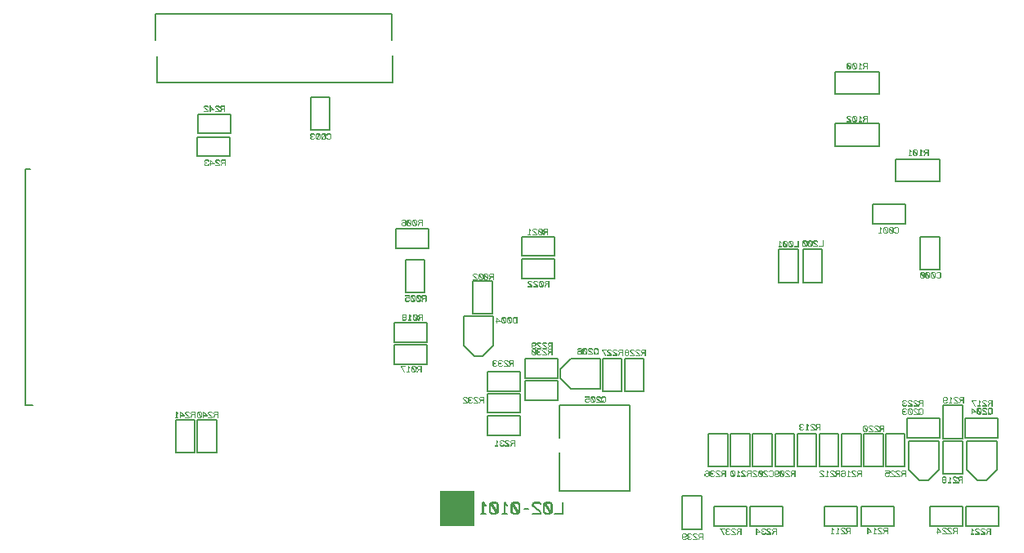
<source format=gbr>
*
G04 Job   : X:\MG\projects\L02-0101\PCB\L02-0101.pcb*
G04 User  : DESKTOP-LPE9H33:User*
G04 Layer : L02-0101_13SSB.gbr*
G04 Date  : Tue Mar 14 15:44:52 2017*
%ICAS*%
%MOIN*%
%FSLAX24Y24*%
%OFA0.0000B0.0000*%
G90*
G74*
%ADD11C,0.00394*%
%ADD10C,0.00591*%
%ADD12C,0.00787*%
G01*
G36*
X-5571Y-10079D02*
X-4173D01*
Y-8642*
X-5571*
Y-10079*
G37*
G54D10*
X-3730Y-9560D02*
X-3726D01*
X-3724Y-9562*
X-3723Y-9566*
X-3722Y-9569*
X-3723Y-9573*
X-3724Y-9576*
X-3726Y-9578*
X-3730Y-9579*
X-3914*
X-3917Y-9578*
X-3920Y-9576*
X-3922Y-9573*
Y-9569*
Y-9566*
X-3920Y-9562*
X-3917Y-9560*
X-3914*
X-3831*
Y-9116*
Y-9113*
X-3829Y-9110*
X-3827Y-9109*
X-3823Y-9108*
X-3821*
X-3819*
X-3817Y-9109*
X-3815Y-9111*
X-3723Y-9240*
X-3722Y-9242*
X-3721Y-9243*
Y-9247*
X-3723Y-9250*
X-3725Y-9252*
X-3728Y-9254*
X-3731Y-9255*
X-3733*
X-3735Y-9254*
X-3737Y-9251*
X-3813Y-9146*
Y-9560*
X-3730*
X-3278Y-9536D02*
X-3308Y-9560D01*
X-3460*
X-3534Y-9500*
Y-9185*
X-3506Y-9163*
X-3278Y-9536*
X-3235Y-9185D02*
Y-9500D01*
X-3263Y-9524*
X-3491Y-9151*
X-3460Y-9126*
X-3308*
X-3235Y-9185*
X-3220Y-9173D02*
X-3299Y-9108D01*
X-3301*
X-3302Y-9107*
X-3303*
X-3305Y-9106*
X-3464*
X-3466Y-9107*
X-3467*
X-3468Y-9108*
X-3470*
X-3549Y-9173*
X-3551Y-9175*
Y-9177*
X-3552Y-9179*
X-3553Y-9181*
Y-9505*
X-3552Y-9506*
X-3551Y-9509*
Y-9510*
X-3549Y-9512*
X-3470Y-9577*
X-3468*
X-3467Y-9578*
X-3466*
X-3465Y-9579*
X-3464*
X-3305*
X-3303Y-9578*
X-3301*
X-3299Y-9577*
X-3220Y-9512*
X-3218Y-9511*
X-3217Y-9509*
X-3216Y-9506*
X-3215Y-9505*
Y-9181*
X-3216Y-9179*
X-3217Y-9177*
Y-9175*
X-3220Y-9173*
X-2854Y-9560D02*
X-2850D01*
X-2847Y-9562*
X-2846Y-9566*
Y-9569*
Y-9573*
X-2847Y-9576*
X-2850Y-9578*
X-2854Y-9579*
X-3038*
X-3041Y-9578*
X-3044Y-9576*
X-3045Y-9573*
X-3046Y-9569*
X-3045Y-9566*
X-3044Y-9562*
X-3041Y-9560*
X-3038*
X-2955*
Y-9116*
X-2954Y-9113*
X-2953Y-9110*
X-2950Y-9109*
X-2947Y-9108*
X-2945*
X-2942*
X-2940Y-9109*
X-2939Y-9111*
X-2846Y-9240*
Y-9242*
X-2845Y-9243*
Y-9247*
X-2846Y-9250*
X-2849Y-9252*
X-2852Y-9254*
X-2855Y-9255*
X-2857*
X-2858Y-9254*
X-2861Y-9251*
X-2936Y-9146*
Y-9560*
X-2854*
X-2401Y-9536D02*
X-2431Y-9560D01*
X-2584*
X-2657Y-9500*
Y-9185*
X-2630Y-9163*
X-2401Y-9536*
X-2358Y-9185D02*
Y-9500D01*
X-2386Y-9524*
X-2615Y-9151*
X-2584Y-9126*
X-2431*
X-2358Y-9185*
X-2343Y-9173D02*
X-2423Y-9108D01*
X-2425*
X-2426Y-9107*
X-2428Y-9106*
X-2588*
X-2589Y-9107*
X-2590*
X-2592Y-9108*
X-2594*
X-2673Y-9173*
X-2674Y-9175*
X-2675Y-9177*
X-2676Y-9179*
Y-9181*
Y-9505*
Y-9506*
X-2675Y-9509*
X-2674Y-9510*
X-2673Y-9512*
X-2594Y-9577*
X-2592*
X-2590Y-9578*
X-2589Y-9579*
X-2588*
X-2428*
X-2426Y-9578*
X-2425*
X-2423Y-9577*
X-2343Y-9512*
X-2342Y-9511*
X-2341*
X-2340Y-9509*
Y-9506*
X-2339Y-9505*
Y-9181*
X-2340Y-9179*
Y-9177*
X-2341Y-9175*
X-2343Y-9173*
X-1975Y-9369D02*
X-2127D01*
X-2130Y-9370*
X-2133Y-9371*
X-2134Y-9374*
Y-9377*
Y-9380*
X-2133Y-9383*
X-2130Y-9385*
X-2127*
X-1975*
X-1972*
X-1970Y-9383*
X-1968Y-9380*
Y-9377*
Y-9374*
X-1969Y-9371*
X-1971Y-9370*
X-1975Y-9369*
X-1719Y-9108D02*
X-1798Y-9173D01*
X-1800Y-9175*
Y-9177*
X-1801Y-9179*
Y-9181*
Y-9245*
Y-9247*
X-1800Y-9250*
Y-9252*
X-1798Y-9253*
X-1483Y-9509*
Y-9560*
X-1792*
X-1795*
X-1798Y-9562*
X-1800Y-9566*
Y-9569*
Y-9573*
X-1798Y-9576*
X-1795Y-9578*
X-1792Y-9579*
X-1474*
X-1470Y-9578*
X-1467Y-9576*
X-1465Y-9573*
X-1464Y-9569*
Y-9505*
X-1465Y-9503*
X-1466Y-9500*
Y-9499*
X-1467Y-9498*
X-1468Y-9497*
X-1783Y-9241*
Y-9185*
X-1709Y-9126*
X-1556*
X-1479Y-9189*
X-1476Y-9190*
X-1473Y-9189*
X-1470Y-9188*
X-1467Y-9185*
X-1466Y-9182*
Y-9179*
Y-9175*
X-1467Y-9174*
X-1468Y-9173*
X-1548Y-9108*
X-1550*
X-1551Y-9107*
X-1553Y-9106*
X-1713*
X-1714Y-9107*
X-1715*
X-1717Y-9108*
X-1719*
X-1080Y-9536D02*
X-1110Y-9560D01*
X-1262*
X-1336Y-9500*
Y-9185*
X-1308Y-9163*
X-1080Y-9536*
X-1037Y-9185D02*
Y-9500D01*
X-1065Y-9524*
X-1294Y-9151*
X-1262Y-9126*
X-1110*
X-1037Y-9185*
X-1022Y-9173D02*
X-1101Y-9108D01*
X-1103*
X-1104Y-9107*
X-1105*
X-1107Y-9106*
X-1266*
X-1268Y-9107*
X-1269*
X-1270Y-9108*
X-1272*
X-1352Y-9173*
X-1353Y-9175*
X-1354Y-9177*
Y-9179*
X-1355Y-9181*
Y-9505*
X-1354Y-9506*
Y-9509*
X-1353Y-9510*
X-1352Y-9512*
X-1272Y-9577*
X-1270*
X-1269Y-9578*
X-1268Y-9579*
X-1266*
X-1107*
X-1105Y-9578*
X-1103*
X-1101Y-9577*
X-1022Y-9512*
X-1020Y-9511*
X-1019Y-9509*
X-1018Y-9506*
Y-9505*
Y-9181*
Y-9179*
X-1019Y-9177*
X-1020Y-9175*
X-1022Y-9173*
X-571Y-9569D02*
X-572Y-9573D01*
X-574Y-9576*
X-577Y-9578*
X-580Y-9579*
X-899*
X-902Y-9578*
X-905Y-9576*
X-907Y-9573*
Y-9569*
Y-9566*
X-905Y-9562*
X-902Y-9560*
X-899*
X-591*
Y-9116*
X-590Y-9113*
X-587Y-9110*
X-584Y-9108*
X-580*
X-577*
X-574Y-9110*
X-572Y-9113*
X-571Y-9116*
Y-9569*
G54D11*
X-16280Y-5627D02*
X-16278D01*
X-16277Y-5628*
Y-5630*
X-16276Y-5632*
X-16277Y-5634*
Y-5635*
X-16278Y-5636*
X-16280Y-5637*
X-16372*
X-16374Y-5636*
X-16375Y-5635*
X-16376Y-5634*
Y-5632*
Y-5630*
X-16375Y-5628*
X-16374Y-5627*
X-16372*
X-16331*
Y-5405*
X-16330Y-5404*
Y-5402*
X-16329*
X-16327Y-5401*
X-16326*
X-16325*
X-16324Y-5402*
X-16323Y-5403*
X-16277Y-5467*
X-16276Y-5468*
Y-5469*
Y-5471*
X-16277Y-5472*
X-16278Y-5473*
X-16279Y-5474*
X-16281Y-5475*
X-16282*
Y-5474*
X-16284Y-5473*
X-16321Y-5420*
Y-5627*
X-16280*
X-16166Y-5632D02*
X-16167Y-5634D01*
X-16168Y-5635*
X-16169Y-5636*
X-16171*
X-16173*
X-16174Y-5635*
X-16175Y-5634*
X-16176Y-5632*
Y-5560*
X-16187*
X-16188*
X-16190Y-5559*
X-16191Y-5557*
Y-5556*
Y-5554*
X-16190Y-5552*
X-16188Y-5551*
X-16187*
X-16176*
Y-5412*
X-16175Y-5411*
Y-5410*
X-16174Y-5409*
X-16173Y-5408*
X-16171*
X-16170Y-5407*
X-16169Y-5408*
X-16167*
X-16024Y-5552*
X-16023Y-5553*
Y-5555*
Y-5556*
X-16024Y-5558*
Y-5559*
X-16025Y-5560*
X-16026*
X-16027*
X-16166*
Y-5632*
X-16039Y-5551D02*
X-16166Y-5424D01*
Y-5551*
X-16039*
X-15927Y-5401D02*
X-15967Y-5434D01*
Y-5435*
X-15968Y-5436*
Y-5437*
Y-5438*
Y-5470*
Y-5471*
Y-5472*
X-15967Y-5473*
Y-5474*
X-15809Y-5602*
Y-5627*
X-15964*
X-15965*
X-15967Y-5628*
Y-5630*
X-15968Y-5632*
X-15967Y-5634*
Y-5635*
X-15965Y-5636*
X-15964Y-5637*
X-15804*
X-15802Y-5636*
X-15801Y-5635*
X-15800Y-5634*
Y-5632*
Y-5600*
Y-5599*
Y-5597*
X-15801*
Y-5596*
X-15802*
X-15959Y-5468*
Y-5440*
X-15922Y-5410*
X-15846*
X-15807Y-5442*
X-15806*
X-15804*
X-15802Y-5441*
X-15801Y-5440*
Y-5438*
X-15800Y-5437*
X-15801Y-5435*
Y-5434*
X-15802*
X-15841Y-5401*
X-15842*
X-15843*
X-15844Y-5400*
X-15924*
X-15925Y-5401*
X-15926*
X-15927*
X-15744Y-5490D02*
X-15745Y-5489D01*
Y-5487*
Y-5486*
Y-5438*
Y-5436*
Y-5435*
X-15744*
Y-5434*
X-15704Y-5401*
X-15702*
X-15701*
X-15700Y-5400*
X-15581*
X-15579Y-5401*
X-15578Y-5402*
X-15577Y-5404*
X-15576Y-5405*
Y-5632*
X-15577Y-5634*
X-15578Y-5635*
X-15579Y-5636*
X-15581*
X-15583*
X-15584Y-5635*
X-15586Y-5634*
Y-5632*
Y-5523*
X-15697*
X-15736Y-5633*
X-15737Y-5635*
X-15738Y-5636*
X-15740*
X-15742*
X-15743Y-5635*
X-15744Y-5634*
X-15745Y-5632*
Y-5630*
X-15706Y-5520*
X-15744Y-5490*
X-15586Y-5410D02*
X-15699D01*
X-15736Y-5440*
Y-5484*
X-15699Y-5514*
X-15586*
Y-5410*
X-15348Y-5615D02*
X-15363Y-5627D01*
X-15439*
X-15476Y-5597*
Y-5440*
X-15462Y-5429*
X-15348Y-5615*
X-15327Y-5440D02*
Y-5597D01*
X-15341Y-5609*
X-15455Y-5423*
X-15439Y-5410*
X-15363*
X-15327Y-5440*
X-15319Y-5434D02*
X-15359Y-5401D01*
X-15360*
X-15361*
X-15362Y-5400*
X-15441*
X-15442Y-5401*
X-15443*
X-15444*
X-15484Y-5434*
X-15485Y-5435*
Y-5436*
Y-5437*
X-15486Y-5438*
Y-5600*
X-15485*
Y-5602*
X-15484Y-5603*
X-15444Y-5636*
X-15443*
X-15442*
Y-5637*
X-15441*
X-15362*
X-15361Y-5636*
X-15360*
X-15359*
X-15319Y-5603*
X-15318*
Y-5602*
X-15317Y-5600*
Y-5438*
Y-5437*
X-15318Y-5436*
Y-5435*
X-15319Y-5434*
X-15237Y-5632D02*
Y-5634D01*
X-15238Y-5635*
X-15240Y-5636*
X-15242*
X-15243*
X-15245Y-5635*
X-15246Y-5634*
X-15247Y-5632*
Y-5560*
X-15258*
X-15259*
X-15261Y-5559*
Y-5557*
X-15262Y-5556*
X-15261Y-5554*
Y-5552*
X-15259Y-5551*
X-15258*
X-15247*
Y-5412*
X-15246Y-5411*
Y-5410*
X-15245Y-5409*
X-15243Y-5408*
X-15242*
X-15241Y-5407*
X-15239Y-5408*
X-15238*
X-15095Y-5552*
X-15094Y-5553*
X-15093Y-5555*
X-15094Y-5556*
X-15095Y-5558*
Y-5559*
X-15096Y-5560*
X-15097*
X-15098*
X-15237*
Y-5632*
X-15166Y7082D02*
X-15206Y7049D01*
Y7048*
X-15207Y7047*
Y7046*
Y7013*
Y7012*
Y7011*
X-15206Y7010*
Y7009*
X-15048Y6881*
Y6856*
X-15203*
X-15204*
X-15206Y6855*
Y6853*
X-15207Y6851*
X-15206Y6849*
Y6848*
X-15204Y6847*
X-15203Y6846*
X-15043*
X-15041Y6847*
X-15040Y6848*
X-15039Y6849*
Y6851*
Y6883*
Y6884*
Y6886*
X-15040Y6887*
X-15041*
X-15198Y7016*
Y7043*
X-15161Y7073*
X-15085*
X-15046Y7041*
X-15044*
X-15043*
X-15041Y7042*
X-15040Y7043*
Y7045*
X-15039Y7046*
X-15040Y7048*
Y7049*
X-15041*
X-15080Y7082*
X-15081*
X-15082*
X-15083Y7083*
X-15163*
X-15164Y7082*
X-15165*
X-15166*
X-15110Y-5551D02*
X-15237Y-5424D01*
Y-5551*
X-15110*
X-15061Y4643D02*
X-15021Y4675D01*
X-15020*
Y4676*
X-15019Y4677*
Y4678*
X-15020Y4679*
X-15021Y4681*
X-15022Y4682*
X-15023Y4683*
X-15025*
X-15026*
X-15065Y4651*
X-15141*
X-15178Y4681*
Y4725*
X-15142Y4755*
X-15103*
X-15101Y4756*
X-15099*
Y4758*
Y4760*
Y4761*
Y4763*
X-15101Y4764*
X-15103*
X-15142*
X-15178Y4794*
Y4838*
X-15141Y4868*
X-15065*
X-15026Y4837*
X-15025Y4836*
X-15023Y4837*
X-15022*
X-15021Y4839*
X-15020Y4840*
X-15019Y4842*
Y4843*
X-15020*
Y4844*
X-15021Y4845*
X-15061Y4877*
X-15062*
Y4878*
X-15063*
X-15143*
X-15144*
X-15145Y4877*
X-15146*
X-15186Y4845*
X-15187Y4843*
Y4842*
X-15188Y4841*
Y4792*
X-15187Y4791*
Y4790*
Y4789*
X-15186Y4788*
X-15151Y4760*
X-15186Y4731*
X-15187Y4730*
Y4728*
X-15188Y4727*
Y4679*
X-15187Y4678*
Y4677*
Y4676*
X-15186Y4675*
X-15146Y4643*
X-15145Y4642*
X-15144*
X-15143*
X-15063*
X-15062*
X-15061*
Y4643*
X-14998Y-5401D02*
X-15037Y-5434D01*
X-15038Y-5435*
Y-5436*
X-15039Y-5437*
Y-5438*
Y-5470*
Y-5471*
X-15038Y-5472*
Y-5473*
X-15037Y-5474*
X-14880Y-5602*
Y-5627*
X-15034*
X-15036*
X-15037Y-5628*
X-15038Y-5630*
Y-5632*
Y-5634*
X-15037Y-5635*
X-15036Y-5636*
X-15034Y-5637*
X-14875*
X-14873Y-5636*
X-14872Y-5635*
X-14871Y-5634*
X-14870Y-5632*
Y-5600*
X-14871Y-5599*
Y-5597*
X-14872*
Y-5596*
X-14873*
X-15030Y-5468*
Y-5440*
X-14993Y-5410*
X-14917*
X-14878Y-5442*
X-14876*
X-14875*
X-14873Y-5441*
X-14872Y-5440*
X-14871Y-5438*
Y-5437*
Y-5435*
X-14872Y-5434*
X-14873*
X-14912Y-5401*
X-14913*
X-14914*
X-14915Y-5400*
X-14995*
X-14996Y-5401*
X-14997*
X-14998*
X-14959Y6851D02*
Y6849D01*
X-14960Y6848*
X-14962Y6847*
X-14963*
X-14965*
X-14967Y6848*
X-14968Y6849*
Y6851*
Y6923*
X-14979*
X-14981*
X-14982Y6924*
X-14983Y6926*
Y6927*
Y6929*
X-14982Y6931*
X-14981Y6932*
X-14979*
X-14968*
Y7071*
Y7072*
X-14967Y7073*
X-14966Y7074*
X-14965Y7075*
X-14964Y7076*
X-14962*
X-14961*
X-14960Y7075*
X-14817Y6931*
X-14816Y6930*
X-14815Y6928*
Y6927*
X-14816Y6925*
X-14817Y6924*
X-14818Y6923*
X-14819*
X-14820*
X-14959*
Y6851*
X-14939Y4646D02*
Y4644D01*
X-14940Y4643*
X-14942*
X-14944Y4642*
X-14945Y4643*
X-14947*
X-14948Y4644*
X-14949Y4646*
Y4718*
X-14960*
X-14961*
X-14963Y4719*
Y4721*
X-14964Y4723*
X-14963Y4725*
Y4726*
X-14961Y4727*
X-14960Y4728*
X-14949*
Y4867*
X-14948Y4868*
Y4869*
X-14947Y4870*
X-14945*
X-14944Y4871*
X-14943*
X-14941*
X-14940Y4870*
X-14797Y4726*
X-14796Y4725*
X-14795Y4724*
X-14796Y4722*
X-14797Y4721*
Y4719*
X-14798*
X-14799Y4718*
X-14800*
X-14939*
Y4646*
X-14832Y6932D02*
X-14959Y7059D01*
Y6932*
X-14832*
X-14814Y-5490D02*
X-14815D01*
Y-5489*
X-14816Y-5487*
Y-5486*
Y-5438*
Y-5436*
X-14815*
Y-5435*
Y-5434*
X-14814*
X-14774Y-5401*
X-14773*
X-14772*
X-14771Y-5400*
X-14652*
X-14650Y-5401*
X-14649Y-5402*
X-14647Y-5404*
Y-5405*
Y-5632*
Y-5634*
X-14649Y-5635*
X-14650Y-5636*
X-14652*
X-14654*
X-14655Y-5635*
X-14656Y-5634*
X-14657Y-5632*
Y-5523*
X-14768*
X-14807Y-5633*
X-14808Y-5635*
X-14809Y-5636*
X-14811*
X-14813*
X-14814Y-5635*
X-14815Y-5634*
X-14816Y-5632*
X-14815Y-5630*
X-14777Y-5520*
X-14814Y-5490*
X-14812Y4728D02*
X-14939Y4854D01*
Y4728*
X-14812*
X-14719Y7082D02*
X-14759Y7049D01*
X-14760Y7048*
Y7047*
X-14761Y7046*
Y7013*
Y7012*
X-14760Y7011*
Y7010*
X-14759Y7009*
X-14602Y6881*
Y6856*
X-14756*
X-14758*
X-14759Y6855*
X-14760Y6853*
Y6851*
Y6849*
X-14759Y6848*
X-14758Y6847*
X-14756Y6846*
X-14597*
X-14595Y6847*
X-14594Y6848*
X-14593Y6849*
X-14592Y6851*
Y6883*
Y6884*
X-14593Y6886*
Y6887*
X-14594*
X-14751Y7016*
Y7043*
X-14714Y7073*
X-14638*
X-14600Y7041*
X-14598*
X-14596*
X-14595Y7042*
X-14594Y7043*
X-14593Y7045*
Y7046*
Y7048*
X-14594Y7049*
X-14634Y7082*
X-14635*
X-14636*
X-14637Y7083*
X-14716*
X-14717Y7082*
X-14718*
X-14719*
X-14700Y4877D02*
X-14739Y4845D01*
X-14740Y4843*
Y4842*
X-14741*
Y4841*
Y4808*
Y4807*
X-14740Y4806*
Y4805*
X-14739Y4804*
X-14582Y4677*
Y4651*
X-14736*
X-14738*
X-14739Y4650*
X-14740Y4648*
Y4646*
Y4645*
X-14739Y4643*
X-14738Y4642*
X-14736*
X-14577*
X-14575*
X-14574Y4643*
X-14573Y4644*
X-14572Y4646*
Y4679*
X-14573*
Y4681*
X-14574Y4682*
X-14575Y4683*
X-14732Y4811*
Y4838*
X-14695Y4868*
X-14619*
X-14580Y4837*
X-14578Y4836*
X-14577Y4837*
X-14575*
X-14574Y4839*
X-14573Y4840*
Y4842*
Y4843*
X-14574Y4844*
X-14575Y4845*
X-14614Y4877*
X-14615*
X-14616*
Y4878*
X-14617*
X-14697*
X-14698*
Y4877*
X-14699*
X-14700*
X-14657Y-5410D02*
X-14770D01*
X-14807Y-5440*
Y-5484*
X-14770Y-5514*
X-14657*
Y-5410*
X-14536Y6993D02*
X-14537D01*
Y6994*
X-14538Y6996*
Y6997*
Y7046*
Y7047*
X-14537*
Y7048*
X-14536Y7049*
X-14496Y7082*
X-14495*
X-14494*
X-14493Y7083*
X-14374*
X-14372Y7082*
X-14370Y7081*
X-14369Y7080*
Y7078*
Y6851*
Y6849*
X-14370Y6848*
X-14372Y6847*
X-14373*
X-14375*
X-14377Y6848*
X-14378Y6849*
X-14379Y6851*
Y6960*
X-14490*
X-14528Y6850*
X-14529Y6848*
X-14531Y6847*
X-14533*
X-14534*
X-14536Y6848*
X-14537Y6849*
Y6851*
Y6853*
X-14498Y6963*
X-14536Y6993*
X-14516Y4788D02*
X-14517Y4789D01*
Y4790*
X-14518Y4791*
Y4792*
Y4841*
Y4842*
X-14517Y4843*
Y4844*
X-14516*
X-14476Y4877*
X-14475*
X-14474Y4878*
X-14473*
X-14354*
X-14352Y4877*
X-14351Y4876*
X-14349Y4875*
Y4873*
Y4646*
Y4644*
X-14351Y4643*
X-14352*
X-14354Y4642*
X-14356Y4643*
X-14357*
X-14358Y4644*
X-14359Y4646*
Y4755*
X-14470*
X-14509Y4645*
X-14510Y4643*
X-14511Y4642*
X-14513*
X-14515Y4643*
X-14516*
X-14517Y4644*
X-14518Y4646*
X-14517Y4648*
X-14479Y4758*
X-14516Y4788*
X-14379Y7073D02*
X-14491D01*
X-14528Y7043*
Y6999*
X-14491Y6969*
X-14379*
Y7073*
X-14359Y4868D02*
X-14472D01*
X-14509Y4838*
Y4794*
X-14472Y4764*
X-14359*
Y4868*
X-10748Y5946D02*
X-10708Y5914D01*
X-10707Y5913*
X-10706Y5912*
Y5911*
X-10707Y5909*
X-10708Y5908*
X-10709Y5906*
X-10710*
X-10712*
X-10713*
X-10752Y5937*
X-10828*
X-10865Y5908*
Y5864*
X-10829Y5834*
X-10789*
X-10788Y5833*
X-10786Y5832*
Y5831*
X-10785Y5829*
X-10786Y5827*
Y5826*
X-10788Y5825*
X-10789Y5824*
X-10829*
X-10865Y5794*
Y5750*
X-10828Y5721*
X-10752*
X-10713Y5752*
X-10712*
X-10710*
X-10709Y5751*
X-10708Y5750*
X-10707Y5748*
X-10706Y5747*
Y5746*
X-10707Y5745*
X-10708Y5744*
X-10748Y5712*
X-10749Y5711*
X-10750*
X-10830*
X-10831*
X-10832*
Y5712*
X-10833*
X-10873Y5744*
X-10874Y5745*
Y5746*
Y5747*
X-10875Y5748*
Y5797*
X-10874*
Y5799*
Y5800*
X-10873Y5801*
X-10838Y5829*
X-10873Y5857*
Y5858*
X-10874*
Y5859*
Y5861*
X-10875*
Y5910*
X-10874Y5911*
Y5912*
Y5913*
X-10873Y5914*
X-10833Y5946*
X-10832Y5947*
X-10831*
X-10830*
X-10750*
X-10749*
X-10748*
Y5946*
X-10514Y5926D02*
X-10529Y5937D01*
X-10605*
X-10642Y5908*
Y5750*
X-10628Y5739*
X-10514Y5926*
X-10492Y5750D02*
Y5908D01*
X-10506Y5919*
X-10621Y5733*
X-10605Y5721*
X-10529*
X-10492Y5750*
X-10485Y5744D02*
X-10524Y5712D01*
X-10525*
X-10526Y5711*
X-10527*
X-10607*
X-10608*
X-10609Y5712*
X-10610*
X-10650Y5744*
Y5745*
X-10651Y5746*
Y5747*
Y5748*
Y5910*
Y5911*
Y5912*
X-10650Y5913*
Y5914*
X-10610Y5946*
X-10609*
X-10608Y5947*
X-10607*
X-10527*
X-10526*
X-10525*
X-10524Y5946*
X-10485Y5914*
X-10484Y5913*
X-10483Y5912*
Y5911*
Y5910*
Y5748*
Y5747*
Y5746*
X-10484Y5745*
X-10485Y5744*
X-10291Y5926D02*
X-10305Y5937D01*
X-10382*
X-10419Y5908*
Y5750*
X-10405Y5739*
X-10291Y5926*
X-10269Y5750D02*
Y5908D01*
X-10283Y5919*
X-10397Y5733*
X-10382Y5721*
X-10305*
X-10269Y5750*
X-10262Y5744D02*
X-10301Y5712D01*
X-10302*
X-10303Y5711*
X-10304*
X-10384*
X-10385*
X-10386Y5712*
X-10387*
X-10426Y5744*
X-10427Y5745*
Y5746*
X-10428Y5747*
Y5748*
Y5910*
Y5911*
X-10427Y5912*
Y5913*
X-10426Y5914*
X-10387Y5946*
X-10386*
X-10385Y5947*
X-10384*
X-10304*
X-10303*
X-10302*
X-10301Y5946*
X-10262Y5914*
X-10261Y5913*
X-10260Y5912*
Y5911*
X-10259Y5910*
Y5748*
X-10260Y5747*
Y5746*
Y5745*
X-10262Y5744*
X-10078Y5946D02*
X-10039Y5914D01*
X-10038Y5913*
X-10037Y5912*
Y5911*
Y5910*
Y5748*
Y5747*
Y5746*
X-10038Y5745*
X-10039Y5744*
X-10078Y5712*
X-10079*
X-10080Y5711*
X-10081*
X-10161*
X-10162*
X-10163Y5712*
X-10164*
X-10204Y5744*
X-10205Y5745*
Y5747*
Y5748*
X-10204Y5750*
Y5751*
X-10202Y5752*
X-10201*
X-10200Y5753*
X-10199Y5752*
X-10198*
X-10159Y5721*
X-10083*
X-10046Y5750*
Y5908*
X-10083Y5937*
X-10159*
X-10198Y5906*
X-10199Y5905*
X-10200*
X-10201Y5906*
X-10202*
X-10204Y5907*
Y5908*
X-10205Y5910*
Y5911*
Y5913*
X-10204Y5914*
X-10164Y5946*
X-10163Y5947*
X-10162*
X-10161*
X-10081*
X-10080*
X-10079*
X-10078Y5946*
X-7123Y-1514D02*
X-7116Y-1537D01*
X-7123Y-1559*
Y-1560*
Y-1561*
Y-1634*
Y-1635*
Y-1636*
X-7122Y-1637*
X-7098Y-1662*
X-7097Y-1663*
X-7096*
X-7095*
X-7008*
X-7007*
X-7006*
X-7005Y-1662*
X-6981Y-1637*
X-6980Y-1636*
Y-1635*
Y-1634*
Y-1561*
Y-1560*
Y-1559*
X-6988Y-1537*
X-6980Y-1514*
Y-1512*
Y-1456*
Y-1455*
Y-1453*
X-6981Y-1452*
X-7005Y-1428*
X-7006Y-1427*
X-7007*
X-7008*
X-7095*
X-7096*
X-7097*
X-7098Y-1428*
X-7122Y-1452*
X-7123Y-1454*
Y-1455*
Y-1456*
Y-1512*
Y-1513*
Y-1514*
X-7115Y2431D02*
X-7154Y2398D01*
X-7155Y2397*
X-7156Y2395*
Y2394*
X-7155Y2393*
X-7154Y2392*
X-7153Y2391*
X-7152Y2390*
X-7151*
X-7150*
X-7149*
X-7110Y2422*
X-7033*
X-6997Y2392*
Y2307*
X-7029Y2333*
X-7030Y2334*
X-7031*
X-7032*
X-7112*
X-7113*
X-7114*
Y2333*
X-7154Y2301*
X-7155*
Y2300*
X-7156Y2298*
Y2297*
Y2232*
Y2231*
X-7155Y2230*
Y2229*
X-7154*
X-7115Y2196*
X-7114*
X-7113*
X-7112Y2195*
X-7032*
X-7031Y2196*
X-7030*
X-7029*
X-6990Y2229*
X-6989*
X-6988Y2230*
Y2232*
X-6987*
Y2394*
X-6988Y2396*
Y2397*
X-6989*
X-6990Y2398*
X-7029Y2431*
X-7030*
X-7031*
X-7032*
X-7112*
X-7113*
X-7114*
X-7115*
X-7055Y-3776D02*
Y-3778D01*
Y-3780*
X-7056Y-3781*
X-7057Y-3782*
X-7059Y-3783*
X-7061*
X-7062Y-3782*
X-7063Y-3781*
X-7190Y-3554*
X-7191Y-3553*
Y-3552*
Y-3551*
X-7190Y-3550*
Y-3549*
X-7189Y-3548*
X-7188*
X-7186Y-3547*
X-7027*
X-7025Y-3548*
X-7024Y-3549*
X-7023Y-3550*
Y-3552*
Y-3554*
X-7024Y-3556*
X-7025Y-3557*
X-7027*
X-7178*
X-7055Y-3776*
X-6997Y2295D02*
Y2235D01*
X-7033Y2205*
X-7110*
X-7147Y2235*
Y2295*
X-7110Y2325*
X-7033*
X-6997Y2295*
X-6989Y-1562D02*
Y-1632D01*
X-7011Y-1653*
X-7093*
X-7114Y-1632*
Y-1562*
X-7107Y-1542*
X-6996*
X-6989Y-1562*
Y-1458D02*
Y-1512D01*
X-6996Y-1532*
X-7107*
X-7114Y-1512*
Y-1458*
X-7093Y-1436*
X-7011*
X-6989Y-1458*
X-6877Y-738D02*
X-6876D01*
X-6875*
X-6874Y-739*
X-6842Y-765*
Y-666*
X-6997*
X-6998*
X-7000Y-665*
Y-663*
X-7001Y-661*
X-7000Y-659*
Y-658*
X-6998Y-657*
X-6997Y-656*
X-6837*
X-6835Y-657*
X-6834Y-658*
X-6833Y-659*
X-6832Y-661*
Y-775*
X-6833Y-776*
Y-778*
X-6834*
X-6836Y-779*
X-6837*
X-6838*
X-6839*
X-6840Y-778*
X-6879Y-747*
X-6955*
X-6992Y-777*
Y-853*
X-6955Y-883*
X-6879*
X-6840Y-851*
X-6839*
X-6837*
X-6835Y-852*
X-6834Y-853*
X-6833Y-855*
Y-856*
Y-857*
Y-858*
X-6834Y-859*
X-6835*
X-6874Y-892*
X-6875*
X-6876*
X-6877Y-893*
X-6957*
X-6958Y-892*
X-6959*
X-6960*
X-7000Y-859*
Y-858*
X-7001*
Y-856*
Y-855*
Y-775*
Y-774*
Y-772*
X-7000*
Y-771*
X-6960Y-739*
X-6959Y-738*
X-6958*
X-6957*
X-6877*
X-6842Y-3774D02*
X-6840D01*
X-6839Y-3775*
X-6838Y-3777*
Y-3779*
Y-3780*
X-6839Y-3782*
X-6840Y-3783*
X-6842Y-3784*
X-6934*
X-6935Y-3783*
X-6937Y-3782*
Y-3780*
X-6938Y-3779*
X-6937Y-3777*
Y-3775*
X-6935Y-3774*
X-6934*
X-6892*
Y-3552*
Y-3550*
X-6891Y-3549*
X-6890*
X-6888Y-3548*
X-6887*
X-6886*
X-6885Y-3549*
X-6884*
X-6838Y-3614*
Y-3615*
X-6837Y-3616*
Y-3617*
X-6838Y-3619*
X-6839Y-3620*
X-6841Y-3621*
X-6842*
X-6843*
X-6844*
X-6845Y-3620*
X-6883Y-3567*
Y-3774*
X-6842*
X-6795Y2217D02*
X-6810Y2205D01*
X-6887*
X-6923Y2235*
Y2392*
X-6909Y2403*
X-6795Y2217*
X-6784Y-1653D02*
X-6782Y-1654D01*
X-6781Y-1655*
X-6780Y-1656*
Y-1658*
Y-1660*
X-6781Y-1662*
X-6782Y-1663*
X-6784*
X-6876*
X-6877*
X-6879Y-1662*
X-6880Y-1660*
Y-1658*
Y-1656*
X-6879Y-1655*
X-6877Y-1654*
X-6876Y-1653*
X-6834*
Y-1432*
Y-1430*
X-6833Y-1429*
X-6832Y-1428*
X-6830*
X-6829Y-1427*
X-6828*
X-6827Y-1428*
X-6826Y-1429*
X-6780Y-1494*
Y-1495*
X-6779*
Y-1497*
X-6780Y-1498*
X-6781Y-1500*
X-6783*
X-6784Y-1501*
X-6785*
X-6786*
X-6787Y-1499*
X-6825Y-1446*
Y-1653*
X-6784*
X-6774Y2392D02*
Y2235D01*
X-6788Y2223*
X-6902Y2409*
X-6887Y2422*
X-6810*
X-6774Y2392*
X-6766Y2398D02*
X-6806Y2431D01*
X-6807*
X-6808*
X-6809*
X-6888*
X-6889*
X-6890*
X-6891*
X-6931Y2398*
X-6932Y2397*
Y2396*
X-6933Y2395*
Y2394*
Y2232*
X-6932Y2230*
X-6931Y2229*
X-6891Y2196*
X-6890*
X-6889Y2195*
X-6888*
X-6809*
X-6808Y2196*
X-6807*
X-6806*
X-6766Y2229*
X-6765*
Y2230*
X-6764Y2232*
Y2394*
Y2395*
X-6765Y2396*
Y2397*
X-6766Y2398*
X-6641Y-871D02*
X-6655Y-883D01*
X-6732*
X-6769Y-853*
Y-696*
X-6755Y-685*
X-6641Y-871*
X-6619Y-696D02*
Y-853D01*
X-6633Y-865*
X-6747Y-679*
X-6732Y-666*
X-6655*
X-6619Y-696*
X-6616Y-3762D02*
X-6630Y-3774D01*
X-6707*
X-6744Y-3744*
Y-3587*
X-6730Y-3576*
X-6616Y-3762*
X-6612Y-690D02*
X-6651Y-657D01*
X-6652*
X-6653*
X-6654Y-656*
X-6734*
X-6735Y-657*
X-6736*
X-6737*
X-6776Y-690*
X-6777Y-691*
Y-692*
X-6778*
Y-693*
Y-855*
Y-856*
X-6777Y-858*
X-6776Y-859*
X-6737Y-892*
X-6736*
X-6735*
X-6734Y-893*
X-6654*
X-6653Y-892*
X-6652*
X-6651*
X-6612Y-859*
X-6611*
X-6610Y-858*
Y-856*
X-6609Y-855*
Y-693*
X-6610Y-692*
Y-691*
X-6612Y-690*
X-6594Y-3587D02*
Y-3744D01*
X-6608Y-3756*
X-6722Y-3570*
X-6707Y-3557*
X-6630*
X-6594Y-3587*
X-6586Y-3581D02*
X-6626Y-3548D01*
X-6627*
X-6628*
X-6629Y-3547*
X-6709*
X-6710Y-3548*
X-6711*
X-6712*
X-6751Y-3581*
X-6752Y-3582*
Y-3583*
X-6753*
Y-3584*
Y-3746*
Y-3747*
X-6752Y-3749*
X-6751Y-3750*
X-6712Y-3783*
X-6711*
X-6710*
X-6709Y-3784*
X-6629*
X-6628Y-3783*
X-6627*
X-6626*
X-6586Y-3750*
X-6585Y-3749*
Y-3747*
X-6584Y-3746*
Y-3584*
X-6585Y-3583*
Y-3582*
X-6586Y-3581*
X-6572Y2217D02*
X-6587Y2205D01*
X-6663*
X-6700Y2235*
Y2392*
X-6686Y2403*
X-6572Y2217*
X-6558Y-1642D02*
X-6573Y-1653D01*
X-6649*
X-6686Y-1624*
Y-1466*
X-6672Y-1455*
X-6558Y-1642*
X-6551Y2392D02*
Y2235D01*
X-6565Y2223*
X-6679Y2409*
X-6663Y2422*
X-6587*
X-6551Y2392*
X-6543Y2398D02*
X-6583Y2431D01*
X-6584*
X-6585*
X-6586*
X-6665*
X-6666*
X-6667*
X-6668*
X-6708Y2398*
X-6709Y2397*
Y2396*
Y2395*
X-6710Y2394*
Y2232*
X-6709*
Y2230*
X-6708Y2229*
X-6668Y2196*
X-6667*
X-6666*
Y2195*
X-6665*
X-6586*
X-6585Y2196*
X-6584*
X-6583*
X-6543Y2229*
X-6542*
Y2230*
X-6541Y2232*
Y2394*
Y2395*
X-6542Y2396*
Y2397*
X-6543Y2398*
X-6536Y-1466D02*
Y-1624D01*
X-6550Y-1635*
X-6664Y-1449*
X-6649Y-1436*
X-6573*
X-6536Y-1466*
X-6529Y-1460D02*
X-6568Y-1428D01*
X-6569Y-1427*
X-6570*
X-6571*
X-6651*
X-6652*
X-6653*
X-6654Y-1428*
X-6693Y-1460*
X-6694Y-1461*
Y-1462*
X-6695Y-1463*
Y-1464*
Y-1626*
Y-1627*
X-6694Y-1628*
Y-1629*
X-6693Y-1630*
X-6654Y-1662*
X-6653*
X-6652Y-1663*
X-6651*
X-6571*
X-6570*
X-6569*
X-6568Y-1662*
X-6529Y-1630*
X-6528Y-1629*
X-6527Y-1628*
Y-1627*
X-6526Y-1626*
Y-1464*
X-6527Y-1463*
Y-1462*
Y-1461*
X-6529Y-1460*
X-6528Y-3637D02*
X-6529D01*
Y-3635*
X-6530Y-3634*
Y-3633*
Y-3584*
Y-3583*
X-6529*
Y-3582*
Y-3581*
X-6528*
X-6488Y-3548*
X-6487*
X-6486*
X-6485Y-3547*
X-6366*
X-6364Y-3548*
X-6363Y-3549*
X-6361Y-3550*
Y-3552*
Y-3779*
Y-3781*
X-6363Y-3782*
X-6364Y-3783*
X-6366*
X-6367*
X-6369Y-3782*
X-6370Y-3781*
X-6371Y-3779*
Y-3670*
X-6482*
X-6521Y-3780*
Y-3782*
X-6523Y-3783*
X-6525*
X-6526*
X-6528Y-3782*
X-6529Y-3781*
X-6530Y-3779*
X-6529Y-3777*
X-6491Y-3667*
X-6528Y-3637*
X-6485Y2342D02*
X-6486D01*
Y2343*
Y2345*
X-6487Y2346*
Y2394*
X-6486Y2396*
Y2397*
X-6485*
Y2398*
X-6445Y2431*
X-6444*
X-6443*
X-6442*
X-6323*
X-6321*
X-6319Y2430*
X-6318Y2428*
X-6317Y2427*
Y2200*
X-6318Y2198*
X-6319Y2197*
X-6321Y2196*
X-6322*
X-6324*
X-6326Y2197*
X-6327Y2198*
Y2200*
Y2309*
X-6438*
X-6477Y2199*
X-6478Y2197*
X-6480Y2196*
X-6481*
X-6483*
X-6484Y2197*
X-6486Y2198*
Y2200*
Y2202*
X-6447Y2312*
X-6485Y2342*
X-6470Y-1517D02*
X-6471Y-1516D01*
Y-1515*
X-6472Y-1514*
Y-1513*
Y-1464*
Y-1463*
X-6471Y-1462*
Y-1461*
X-6470Y-1460*
X-6430Y-1428*
X-6429Y-1427*
X-6428*
X-6427*
X-6308*
X-6306*
X-6305Y-1428*
X-6303Y-1430*
Y-1432*
Y-1658*
Y-1660*
X-6305Y-1661*
X-6306Y-1662*
X-6308*
X-6310*
X-6311Y-1661*
X-6312Y-1660*
X-6313Y-1658*
Y-1550*
X-6424*
X-6463Y-1660*
X-6464Y-1661*
X-6465Y-1662*
X-6467Y-1663*
X-6469Y-1662*
X-6470Y-1661*
X-6471Y-1660*
X-6472Y-1659*
X-6471Y-1657*
X-6433Y-1547*
X-6470Y-1517*
X-6417Y-871D02*
X-6432Y-883D01*
X-6509*
X-6545Y-853*
Y-696*
X-6531Y-685*
X-6417Y-871*
X-6396Y-696D02*
Y-853D01*
X-6410Y-865*
X-6524Y-679*
X-6509Y-666*
X-6432*
X-6396Y-696*
X-6388Y-690D02*
X-6428Y-657D01*
X-6429*
X-6430*
X-6431Y-656*
X-6510*
X-6511Y-657*
X-6512*
X-6513*
X-6514*
X-6553Y-690*
X-6554Y-691*
Y-692*
X-6555*
Y-693*
Y-855*
Y-856*
X-6554Y-858*
X-6553Y-859*
X-6514Y-892*
X-6513*
X-6512*
X-6511Y-893*
X-6510*
X-6431*
X-6430Y-892*
X-6429*
X-6428*
X-6388Y-859*
X-6387*
Y-858*
X-6386Y-856*
Y-855*
Y-693*
Y-692*
X-6387*
Y-691*
X-6388Y-690*
X-6371Y-3557D02*
X-6484D01*
X-6521Y-3587*
Y-3631*
X-6484Y-3661*
X-6371*
Y-3557*
X-6330Y-746D02*
X-6331D01*
Y-744*
X-6332Y-743*
Y-742*
Y-693*
Y-692*
X-6331*
Y-691*
X-6330Y-690*
X-6290Y-657*
X-6289*
X-6288*
X-6287Y-656*
X-6168*
X-6166Y-657*
X-6164Y-658*
X-6163Y-659*
Y-661*
Y-888*
Y-890*
X-6164Y-891*
X-6166Y-892*
X-6167*
X-6169*
X-6171Y-891*
X-6172Y-890*
X-6173Y-888*
Y-779*
X-6284*
X-6322Y-889*
X-6323Y-891*
X-6325Y-892*
X-6327*
X-6328*
X-6330Y-891*
X-6331Y-890*
Y-888*
Y-886*
X-6292Y-776*
X-6330Y-746*
X-6327Y2422D02*
X-6440D01*
X-6477Y2392*
Y2348*
X-6440Y2318*
X-6327*
Y2422*
X-6313Y-1436D02*
X-6426D01*
X-6463Y-1466*
Y-1510*
X-6426Y-1540*
X-6313*
Y-1436*
X-6173Y-666D02*
X-6286D01*
X-6322Y-696*
Y-740*
X-6286Y-770*
X-6173*
Y-666*
X-4615Y-4808D02*
X-4654Y-4840D01*
X-4655Y-4842*
Y-4843*
X-4656*
Y-4844*
Y-4877*
Y-4878*
X-4655Y-4879*
Y-4880*
X-4654Y-4881*
X-4497Y-5008*
Y-5034*
X-4651*
X-4653*
X-4654Y-5035*
X-4655Y-5037*
Y-5039*
Y-5040*
X-4654Y-5042*
X-4653Y-5043*
X-4651*
X-4492*
X-4490*
X-4489Y-5042*
X-4488Y-5041*
X-4487Y-5039*
Y-5006*
X-4488*
Y-5004*
X-4489Y-5003*
X-4490Y-5002*
X-4647Y-4874*
Y-4847*
X-4610Y-4817*
X-4533*
X-4495Y-4848*
X-4493Y-4849*
X-4492*
X-4490Y-4848*
X-4489Y-4846*
X-4488Y-4845*
Y-4843*
Y-4842*
X-4489Y-4841*
X-4490Y-4840*
X-4529Y-4808*
X-4530*
X-4531*
Y-4807*
X-4532*
X-4612*
X-4613*
Y-4808*
X-4614*
X-4615*
X-4306Y-5042D02*
X-4266Y-5010D01*
X-4265*
Y-5009*
Y-5008*
Y-5007*
Y-5006*
X-4266Y-5004*
X-4267Y-5003*
X-4268Y-5002*
X-4270*
X-4272*
X-4310Y-5034*
X-4387*
X-4423Y-5004*
Y-4960*
X-4387Y-4930*
X-4348*
X-4346*
X-4345Y-4929*
X-4344Y-4927*
Y-4925*
Y-4924*
X-4345Y-4922*
X-4346Y-4921*
X-4348*
X-4387*
X-4423Y-4891*
Y-4847*
X-4387Y-4817*
X-4310*
X-4272Y-4848*
X-4270Y-4849*
X-4268*
X-4267Y-4848*
X-4266Y-4846*
X-4265Y-4845*
Y-4843*
Y-4842*
Y-4841*
X-4266Y-4840*
X-4306Y-4808*
X-4307*
X-4308Y-4807*
X-4309*
X-4388*
X-4389*
X-4390Y-4808*
X-4391*
X-4431Y-4840*
X-4432Y-4842*
Y-4843*
X-4433*
Y-4844*
Y-4893*
Y-4894*
X-4432Y-4895*
Y-4896*
X-4431Y-4897*
X-4396Y-4925*
X-4431Y-4954*
X-4432Y-4955*
X-4433Y-4957*
Y-4958*
Y-5006*
Y-5007*
X-4432Y-5008*
Y-5009*
X-4431Y-5010*
X-4391Y-5042*
X-4390Y-5043*
X-4389*
X-4388*
X-4309*
X-4308*
X-4307*
X-4306Y-5042*
X-4204Y229D02*
X-4244Y196D01*
Y195*
X-4245Y194*
Y193*
Y192*
Y160*
Y159*
Y158*
X-4244Y156*
X-4086Y28*
Y3*
X-4241*
X-4242Y2*
X-4244*
Y0*
X-4245Y-2*
X-4244Y-4*
Y-5*
X-4242Y-6*
X-4241Y-7*
X-4081*
X-4080Y-6*
X-4078Y-5*
X-4077Y-4*
Y-2*
Y30*
Y31*
Y33*
X-4078*
Y34*
X-4079*
X-4236Y162*
Y190*
X-4199Y220*
X-4123*
X-4084Y188*
X-4083*
X-4081*
X-4080Y189*
X-4078Y190*
Y192*
X-4077Y193*
X-4078Y195*
Y196*
X-4079*
X-4119Y229*
X-4120*
X-4121*
X-4201*
X-4202*
X-4203*
X-4204*
X-4168Y-4808D02*
X-4208Y-4840D01*
X-4209Y-4842*
Y-4843*
X-4210Y-4844*
Y-4877*
X-4209Y-4878*
Y-4879*
Y-4880*
X-4208Y-4881*
X-4051Y-5008*
Y-5034*
X-4205*
X-4207*
X-4208Y-5035*
X-4209Y-5037*
Y-5039*
Y-5040*
X-4208Y-5042*
X-4207Y-5043*
X-4205*
X-4046*
X-4044*
X-4043Y-5042*
X-4041Y-5041*
Y-5039*
Y-5006*
X-4042Y-5004*
Y-5003*
X-4043Y-5002*
X-4200Y-4874*
Y-4847*
X-4163Y-4817*
X-4087*
X-4049Y-4848*
X-4047Y-4849*
X-4045*
X-4044Y-4848*
X-4043Y-4846*
X-4042Y-4845*
Y-4843*
Y-4842*
Y-4841*
X-4043Y-4840*
X-4083Y-4808*
X-4084*
X-4085Y-4807*
X-4086*
X-4165*
X-4166*
X-4167Y-4808*
X-4168*
X-3985Y-4897D02*
X-3986Y-4896D01*
Y-4895*
Y-4894*
X-3987Y-4893*
Y-4844*
X-3986Y-4843*
Y-4842*
Y-4841*
X-3985*
X-3945Y-4808*
X-3944*
X-3943Y-4807*
X-3942*
X-3823*
X-3821Y-4808*
X-3819Y-4809*
X-3818Y-4810*
X-3817Y-4812*
Y-5039*
X-3818Y-5041*
X-3819Y-5042*
X-3821*
X-3822Y-5043*
X-3824Y-5042*
X-3826*
X-3827Y-5041*
Y-5039*
Y-4930*
X-3938*
X-3977Y-5040*
X-3978Y-5042*
X-3980Y-5043*
X-3981*
X-3983Y-5042*
X-3984*
X-3986Y-5041*
Y-5039*
Y-5037*
X-3947Y-4927*
X-3985Y-4897*
X-3885Y15D02*
X-3900Y3D01*
X-3976*
X-4013Y33*
Y190*
X-3999Y201*
X-3885Y15*
X-3863Y190D02*
Y33D01*
X-3877Y21*
X-3991Y207*
X-3976Y220*
X-3900*
X-3863Y190*
X-3856Y196D02*
X-3895Y229D01*
X-3896*
X-3897*
X-3898*
X-3978*
X-3979*
X-3980*
X-3981*
X-4021Y196*
Y195*
Y194*
X-4022Y193*
Y192*
Y30*
X-4021Y28*
Y27*
X-3981Y-6*
X-3980*
X-3979*
Y-7*
X-3978*
X-3898*
X-3897*
X-3896Y-6*
X-3895*
X-3856Y27*
X-3855*
X-3854Y28*
Y30*
Y192*
Y193*
Y194*
Y195*
X-3856Y196*
X-3827Y-4817D02*
X-3940D01*
X-3977Y-4847*
Y-4891*
X-3940Y-4921*
X-3827*
Y-4817*
X-3661Y15D02*
X-3676Y3D01*
X-3753*
X-3789Y33*
Y190*
X-3776Y201*
X-3661Y15*
X-3640Y190D02*
Y33D01*
X-3654Y21*
X-3768Y207*
X-3753Y220*
X-3676*
X-3640Y190*
X-3632Y196D02*
X-3672Y229D01*
X-3673*
X-3674*
X-3675*
X-3755*
X-3756*
X-3757*
X-3758*
X-3797Y196*
X-3798Y195*
Y194*
X-3799Y193*
Y192*
Y30*
X-3798Y28*
X-3797Y27*
X-3758Y-6*
X-3757*
X-3756*
Y-7*
X-3755*
X-3675*
X-3674*
X-3673Y-6*
X-3672*
X-3632Y27*
X-3631*
Y28*
Y30*
X-3630*
Y192*
X-3631Y193*
Y194*
Y195*
X-3632Y196*
X-3574Y140D02*
X-3575D01*
Y141*
X-3576Y143*
Y144*
Y192*
Y194*
X-3575*
Y195*
X-3574Y196*
X-3534Y229*
X-3533*
X-3532*
X-3531*
X-3412*
X-3410*
X-3408Y228*
X-3407Y226*
Y225*
Y-2*
Y-4*
X-3408Y-5*
X-3410Y-6*
X-3412*
X-3413*
X-3415Y-5*
X-3416Y-4*
X-3417Y-2*
Y107*
X-3528*
X-3567Y-3*
Y-5*
X-3569Y-6*
X-3571*
X-3572*
X-3574Y-5*
X-3575Y-4*
Y-2*
Y0*
X-3537Y110*
X-3574Y140*
X-3417Y220D02*
X-3530D01*
X-3567Y190*
Y146*
X-3530Y116*
X-3417*
Y220*
X-3309Y-3546D02*
X-3269Y-3514D01*
X-3268*
Y-3513*
X-3267Y-3512*
Y-3511*
X-3268Y-3510*
X-3269Y-3508*
X-3270Y-3507*
X-3271Y-3506*
X-3273*
X-3274*
X-3313Y-3538*
X-3389*
X-3426Y-3508*
Y-3464*
X-3390Y-3434*
X-3351*
X-3349Y-3433*
X-3347*
Y-3431*
Y-3429*
Y-3428*
Y-3426*
X-3349Y-3425*
X-3351Y-3424*
X-3390*
X-3426Y-3394*
Y-3351*
X-3389Y-3321*
X-3313*
X-3274Y-3352*
X-3273Y-3353*
X-3271Y-3352*
X-3270*
X-3269Y-3350*
X-3268Y-3349*
X-3267Y-3347*
Y-3346*
X-3268*
Y-3345*
X-3269Y-3344*
X-3309Y-3312*
X-3310*
Y-3311*
X-3311*
X-3391*
X-3392*
X-3393Y-3312*
X-3394*
X-3434Y-3344*
X-3435Y-3346*
Y-3347*
X-3436Y-3348*
Y-3397*
X-3435Y-3398*
Y-3399*
Y-3400*
X-3434Y-3401*
X-3399Y-3429*
X-3434Y-3458*
X-3435Y-3459*
Y-3461*
X-3436Y-3462*
Y-3510*
X-3435Y-3511*
Y-3512*
Y-3513*
X-3434Y-3514*
X-3394Y-3546*
X-3393Y-3547*
X-3392*
X-3391*
X-3311*
X-3310*
X-3309*
Y-3546*
X-3273Y-1787D02*
Y-1789D01*
X-3274Y-1790*
X-3276*
X-3277Y-1791*
X-3279Y-1790*
X-3280*
X-3281Y-1789*
X-3282Y-1787*
Y-1715*
X-3293*
X-3295*
X-3296Y-1714*
X-3297Y-1712*
Y-1710*
Y-1709*
X-3296Y-1707*
X-3295Y-1706*
X-3293Y-1705*
X-3282*
Y-1567*
Y-1565*
X-3281Y-1564*
X-3280Y-1563*
X-3279*
X-3277Y-1562*
X-3276*
X-3275*
X-3274Y-1563*
X-3130Y-1707*
X-3129Y-1708*
Y-1709*
Y-1711*
X-3130Y-1713*
X-3131Y-1714*
X-3132Y-1715*
X-3134*
X-3273*
Y-1787*
X-3246Y-6786D02*
X-3244D01*
X-3243Y-6787*
X-3242Y-6789*
Y-6791*
Y-6792*
X-3243Y-6794*
X-3244Y-6795*
X-3246*
X-3338*
X-3340*
X-3341Y-6794*
X-3342Y-6792*
Y-6791*
Y-6789*
X-3341Y-6787*
X-3340Y-6786*
X-3338*
X-3296*
Y-6564*
Y-6562*
Y-6561*
X-3294Y-6560*
X-3293*
X-3291*
X-3290*
X-3289*
X-3288Y-6561*
X-3242Y-6626*
Y-6627*
Y-6628*
Y-6629*
Y-6631*
X-3244Y-6632*
X-3245Y-6633*
X-3247*
X-3248*
X-3249Y-6632*
X-3287Y-6579*
Y-6786*
X-3246*
X-3145Y-1705D02*
X-3273Y-1579D01*
Y-1705*
X-3145*
X-3086Y-3546D02*
X-3046Y-3514D01*
X-3045*
X-3044Y-3513*
Y-3512*
Y-3511*
Y-3510*
X-3045Y-3508*
X-3047Y-3507*
X-3048Y-3506*
X-3050*
X-3051*
X-3090Y-3538*
X-3166*
X-3203Y-3508*
Y-3464*
X-3167Y-3434*
X-3127*
X-3125Y-3433*
X-3124*
Y-3431*
X-3123Y-3429*
X-3124Y-3428*
Y-3426*
X-3125Y-3425*
X-3127Y-3424*
X-3167*
X-3203Y-3394*
Y-3351*
X-3166Y-3321*
X-3090*
X-3051Y-3352*
X-3050Y-3353*
X-3048Y-3352*
X-3047*
X-3045Y-3350*
X-3044Y-3349*
Y-3347*
Y-3346*
X-3045Y-3345*
X-3046Y-3344*
X-3086Y-3312*
X-3087*
Y-3311*
X-3088*
X-3168*
X-3169*
Y-3312*
X-3170*
X-3171*
X-3211Y-3344*
Y-3346*
X-3212Y-3347*
Y-3348*
Y-3397*
Y-3398*
Y-3399*
X-3211Y-3400*
Y-3401*
X-3176Y-3429*
X-3211Y-3458*
Y-3459*
X-3212*
Y-3461*
Y-3462*
Y-3510*
Y-3511*
Y-3512*
X-3211Y-3513*
Y-3514*
X-3171Y-3546*
X-3170Y-3547*
X-3169*
X-3168*
X-3088*
X-3087*
X-3086*
Y-3546*
X-3030Y-6794D02*
X-2991Y-6762D01*
X-2990*
X-2989Y-6761*
Y-6760*
Y-6759*
Y-6758*
X-2990Y-6756*
X-2991Y-6755*
X-2993Y-6754*
X-2995*
X-2996*
X-3035Y-6786*
X-3111*
X-3148Y-6756*
Y-6712*
X-3111Y-6682*
X-3072*
X-3070Y-6681*
X-3069*
Y-6679*
X-3068Y-6677*
X-3069Y-6676*
Y-6674*
X-3070Y-6673*
X-3072*
X-3111*
X-3148Y-6643*
Y-6599*
X-3111Y-6569*
X-3035*
X-2996Y-6600*
X-2995Y-6601*
X-2993Y-6600*
X-2991*
X-2990Y-6598*
X-2989Y-6597*
Y-6595*
Y-6594*
X-2990Y-6593*
X-2991Y-6592*
X-3030Y-6560*
X-3031*
X-3032*
Y-6559*
X-3033*
X-3113*
X-3114*
Y-6560*
X-3115*
X-3116*
X-3156Y-6592*
Y-6594*
X-3157Y-6595*
Y-6596*
Y-6645*
Y-6646*
Y-6647*
X-3156Y-6648*
Y-6649*
X-3121Y-6677*
X-3156Y-6706*
Y-6707*
X-3157*
Y-6709*
Y-6710*
Y-6758*
Y-6759*
Y-6760*
X-3156Y-6761*
Y-6762*
X-3116Y-6794*
X-3115Y-6795*
X-3114*
X-3113*
X-3033*
X-3032*
X-3031*
X-3030Y-6794*
X-2948Y-3312D02*
X-2987Y-3344D01*
X-2988Y-3346*
Y-3347*
X-2989*
Y-3348*
Y-3381*
X-2988Y-3383*
Y-3384*
X-2987Y-3385*
X-2830Y-3512*
Y-3538*
X-2984*
X-2986*
X-2987Y-3539*
X-2988Y-3541*
Y-3543*
Y-3544*
X-2987Y-3546*
X-2986Y-3547*
X-2984*
X-2825*
X-2823*
X-2822Y-3546*
X-2821Y-3544*
X-2820Y-3543*
Y-3510*
X-2821*
Y-3508*
X-2822Y-3507*
X-2823Y-3506*
X-2980Y-3378*
Y-3351*
X-2943Y-3321*
X-2867*
X-2828Y-3352*
X-2826Y-3353*
X-2825Y-3352*
X-2823*
X-2822Y-3350*
X-2821Y-3349*
Y-3347*
Y-3346*
X-2822Y-3345*
X-2823Y-3344*
X-2862Y-3312*
X-2863*
X-2864*
Y-3311*
X-2865*
X-2945*
X-2946*
Y-3312*
X-2947*
X-2948*
X-2937Y-1770D02*
X-2952Y-1782D01*
X-3028*
X-3065Y-1752*
Y-1595*
X-3051Y-1584*
X-2937Y-1770*
X-2916Y-1595D02*
Y-1752D01*
X-2930Y-1764*
X-3044Y-1577*
X-3028Y-1565*
X-2952*
X-2916Y-1595*
X-2908Y-1589D02*
X-2948Y-1556D01*
X-2949*
X-2950Y-1555*
X-2951*
X-3030*
X-3031*
X-3032Y-1556*
X-3033*
X-3073Y-1589*
X-3074Y-1590*
Y-1591*
X-3075Y-1592*
Y-1754*
X-3074Y-1755*
Y-1757*
X-3073Y-1758*
X-3033Y-1790*
X-3032Y-1791*
X-3031*
X-3030*
X-2951*
X-2950*
X-2949*
X-2948Y-1790*
X-2908Y-1758*
X-2907*
Y-1757*
X-2906Y-1755*
Y-1754*
Y-1592*
Y-1591*
X-2907*
Y-1590*
X-2908Y-1589*
X-2893Y-6560D02*
X-2932Y-6592D01*
X-2933Y-6594*
Y-6595*
X-2934*
Y-6596*
Y-6629*
Y-6630*
X-2933Y-6631*
Y-6632*
X-2932Y-6633*
X-2775Y-6760*
Y-6786*
X-2929*
X-2931*
X-2932Y-6787*
X-2933Y-6789*
Y-6791*
Y-6792*
X-2932Y-6794*
X-2931Y-6795*
X-2929*
X-2770*
X-2768*
X-2767Y-6794*
X-2766Y-6793*
X-2765Y-6791*
Y-6758*
X-2766*
Y-6756*
X-2767Y-6755*
X-2768Y-6754*
X-2925Y-6626*
Y-6599*
X-2888Y-6569*
X-2811*
X-2773Y-6600*
X-2771Y-6601*
X-2770Y-6600*
X-2768*
X-2767Y-6598*
X-2766Y-6597*
Y-6595*
Y-6594*
X-2767Y-6593*
X-2768Y-6592*
X-2807Y-6560*
X-2808*
X-2809*
Y-6559*
X-2810*
X-2890*
X-2891*
Y-6560*
X-2892*
X-2893*
X-2764Y-3401D02*
X-2765Y-3400D01*
Y-3399*
X-2766Y-3398*
Y-3397*
Y-3348*
Y-3347*
X-2765Y-3346*
Y-3345*
X-2764*
X-2724Y-3312*
X-2723*
X-2722Y-3311*
X-2721*
X-2602*
X-2600Y-3312*
X-2599Y-3313*
X-2597Y-3314*
Y-3316*
Y-3543*
Y-3544*
X-2599Y-3546*
X-2600*
X-2602Y-3547*
X-2604Y-3546*
X-2605*
X-2606Y-3544*
X-2607Y-3543*
Y-3434*
X-2718*
X-2757Y-3544*
X-2758Y-3546*
X-2759Y-3547*
X-2761*
X-2763Y-3546*
X-2764*
X-2765Y-3544*
X-2766Y-3543*
X-2765Y-3541*
X-2727Y-3431*
X-2764Y-3401*
X-2714Y-1770D02*
X-2729Y-1782D01*
X-2805*
X-2842Y-1752*
Y-1595*
X-2828Y-1584*
X-2714Y-1770*
X-2709Y-6649D02*
X-2710Y-6648D01*
Y-6647*
X-2711Y-6646*
Y-6645*
Y-6596*
Y-6595*
X-2710Y-6594*
Y-6593*
X-2709*
X-2669Y-6560*
X-2668*
X-2667Y-6559*
X-2666*
X-2547*
X-2545Y-6560*
X-2544Y-6561*
X-2542Y-6562*
Y-6564*
Y-6791*
Y-6793*
X-2544Y-6794*
X-2545*
X-2547Y-6795*
X-2549Y-6794*
X-2550*
X-2551Y-6793*
X-2552Y-6791*
Y-6682*
X-2663*
X-2702Y-6792*
X-2703Y-6794*
X-2704Y-6795*
X-2706*
X-2708Y-6794*
X-2709*
X-2710Y-6793*
X-2711Y-6791*
X-2710Y-6789*
X-2672Y-6679*
X-2709Y-6649*
X-2692Y-1595D02*
Y-1752D01*
X-2706Y-1764*
X-2821Y-1577*
X-2805Y-1565*
X-2729*
X-2692Y-1595*
X-2685Y-1589D02*
X-2724Y-1556D01*
X-2725*
X-2726*
Y-1555*
X-2727*
X-2807*
X-2808*
Y-1556*
X-2809*
X-2810*
X-2850Y-1589*
Y-1590*
X-2851Y-1591*
Y-1592*
Y-1754*
Y-1755*
Y-1757*
X-2850*
Y-1758*
X-2810Y-1790*
X-2809Y-1791*
X-2808*
X-2807*
X-2727*
X-2726*
X-2725*
X-2724Y-1790*
X-2685Y-1758*
X-2684*
Y-1757*
X-2683*
Y-1755*
Y-1754*
Y-1592*
Y-1591*
X-2684Y-1590*
X-2685Y-1589*
X-2607Y-3321D02*
X-2720D01*
X-2757Y-3351*
Y-3394*
X-2720Y-3424*
X-2607*
Y-3321*
X-2587Y-1556D02*
X-2585D01*
X-2584Y-1555*
X-2583*
X-2464*
X-2462Y-1556*
X-2461Y-1557*
X-2460Y-1558*
X-2459Y-1560*
Y-1787*
X-2460Y-1789*
X-2461Y-1790*
X-2462Y-1791*
X-2464*
X-2583*
X-2584*
X-2585*
X-2587Y-1790*
X-2626Y-1758*
X-2627Y-1757*
X-2628Y-1756*
Y-1754*
Y-1592*
Y-1591*
X-2627Y-1590*
Y-1589*
X-2626*
X-2587Y-1556*
X-2552Y-6569D02*
X-2665D01*
X-2702Y-6599*
Y-6643*
X-2665Y-6673*
X-2552*
Y-6569*
X-2469Y-1565D02*
X-2582D01*
X-2619Y-1595*
Y-1752*
X-2582Y-1782*
X-2469*
Y-1565*
X-1957Y-64D02*
X-1997Y-96D01*
X-1998Y-98*
Y-99*
X-1999Y-100*
Y-133*
X-1998*
Y-135*
Y-136*
X-1997Y-137*
X-1840Y-264*
Y-290*
X-1994*
X-1996*
X-1997Y-291*
X-1998Y-293*
Y-295*
Y-296*
X-1997Y-298*
X-1996Y-299*
X-1994*
X-1835*
X-1833*
X-1832Y-298*
X-1830Y-296*
Y-295*
Y-262*
Y-261*
X-1831Y-260*
Y-259*
X-1832Y-258*
X-1989Y-130*
Y-103*
X-1952Y-73*
X-1876*
X-1837Y-104*
X-1836Y-105*
X-1834Y-104*
X-1833*
X-1832Y-102*
X-1831Y-101*
Y-99*
Y-98*
Y-97*
X-1832Y-96*
X-1872Y-64*
X-1873*
X-1874Y-63*
X-1875*
X-1954*
X-1955*
X-1956Y-64*
X-1957*
X-1907Y1836D02*
X-1905D01*
X-1904Y1835*
Y1833*
Y1831*
Y1830*
Y1828*
X-1905Y1827*
X-1907*
X-1999*
X-2001*
X-2003Y1828*
Y1830*
Y1831*
Y1833*
Y1835*
X-2001Y1836*
X-1999*
X-1958*
Y2058*
Y2060*
X-1957Y2061*
X-1956Y2062*
X-1954*
X-1953*
X-1952*
X-1951*
X-1950Y2061*
X-1904Y1996*
X-1903Y1995*
Y1994*
Y1993*
X-1904Y1991*
X-1905Y1990*
X-1906Y1989*
X-1908*
X-1909*
X-1910*
X-1911Y1990*
X-1949Y2043*
Y1836*
X-1907*
X-1777Y2062D02*
X-1817Y2030D01*
X-1818Y2028*
Y2027*
X-1819*
Y2026*
Y1993*
X-1818Y1991*
Y1990*
X-1817Y1989*
X-1660Y1862*
Y1836*
X-1814*
X-1816*
X-1817Y1835*
X-1818Y1833*
Y1831*
Y1830*
X-1817Y1828*
X-1816Y1827*
X-1814*
X-1655*
X-1653*
X-1652Y1828*
X-1651Y1830*
X-1650Y1831*
Y1864*
X-1651Y1866*
Y1867*
X-1652Y1868*
X-1809Y1996*
Y2023*
X-1772Y2053*
X-1696*
X-1658Y2022*
X-1656Y2021*
X-1654Y2022*
X-1653*
X-1652Y2024*
X-1651Y2025*
Y2027*
Y2028*
Y2029*
X-1652Y2030*
X-1692Y2062*
X-1693*
X-1694Y2063*
X-1695*
X-1774*
X-1775*
X-1776Y2062*
X-1777*
X-1734Y-64D02*
X-1774Y-96D01*
Y-98*
X-1775Y-99*
Y-100*
Y-133*
Y-135*
X-1774Y-136*
Y-137*
X-1616Y-264*
Y-290*
X-1771*
X-1772*
X-1774Y-291*
Y-293*
X-1775Y-295*
X-1774Y-296*
Y-298*
X-1772Y-299*
X-1771*
X-1611*
X-1610*
X-1608Y-298*
X-1607Y-296*
Y-295*
Y-262*
Y-261*
Y-260*
X-1608Y-259*
X-1609Y-258*
X-1766Y-130*
Y-103*
X-1729Y-73*
X-1653*
X-1614Y-104*
X-1613Y-105*
X-1611Y-104*
X-1610*
X-1608Y-102*
Y-101*
X-1607Y-99*
X-1608Y-98*
Y-97*
X-1609Y-96*
X-1649Y-64*
X-1650*
Y-63*
X-1651*
X-1731*
X-1732*
Y-64*
X-1733*
X-1734*
Y-2818D02*
X-1694Y-2786D01*
Y-2785*
X-1693Y-2784*
Y-2783*
Y-2781*
X-1694Y-2780*
X-1695Y-2779*
X-1696Y-2778*
X-1698Y-2777*
X-1700Y-2778*
X-1738Y-2809*
X-1814*
X-1851Y-2780*
Y-2695*
X-1819Y-2721*
X-1818*
X-1817Y-2722*
X-1816*
X-1737*
X-1736*
X-1734Y-2721*
X-1694Y-2689*
Y-2688*
X-1693*
Y-2687*
X-1692Y-2686*
Y-2685*
Y-2620*
Y-2619*
X-1693Y-2618*
Y-2617*
X-1694*
Y-2616*
X-1734Y-2584*
X-1735Y-2583*
X-1736*
X-1737*
X-1816*
X-1817*
X-1818*
X-1819*
Y-2584*
X-1859Y-2616*
X-1860Y-2617*
Y-2618*
X-1861Y-2619*
Y-2620*
Y-2782*
Y-2783*
X-1860Y-2784*
Y-2785*
X-1859Y-2786*
X-1819Y-2818*
X-1818Y-2819*
X-1817*
X-1816*
X-1737*
X-1736*
X-1735*
X-1734Y-2818*
X-1723Y-3053D02*
X-1738Y-3065D01*
X-1814*
X-1851Y-3035*
Y-2878*
X-1837Y-2867*
X-1723Y-3053*
X-1702Y-2878D02*
Y-3035D01*
X-1716Y-3047*
X-1830Y-2861*
X-1814Y-2848*
X-1738*
X-1702Y-2878*
Y-2622D02*
Y-2682D01*
X-1738Y-2712*
X-1814*
X-1851Y-2682*
Y-2622*
X-1814Y-2592*
X-1738*
X-1702Y-2622*
X-1694Y-2872D02*
X-1734Y-2840D01*
X-1735Y-2839*
X-1736*
X-1737*
X-1816*
X-1817*
X-1818*
X-1819*
Y-2840*
X-1859Y-2872*
X-1860Y-2873*
Y-2874*
X-1861Y-2875*
Y-2876*
Y-3038*
Y-3039*
X-1860Y-3040*
Y-3041*
X-1859Y-3042*
X-1819Y-3074*
X-1818*
Y-3075*
X-1817*
X-1816*
X-1737*
X-1736*
X-1735Y-3074*
X-1734*
X-1694Y-3042*
Y-3041*
X-1693*
Y-3040*
X-1692Y-3039*
Y-3038*
Y-2876*
Y-2875*
X-1693Y-2874*
Y-2873*
X-1694Y-2872*
X-1596Y-2584D02*
X-1636Y-2616D01*
X-1637Y-2617*
Y-2618*
Y-2619*
X-1638Y-2620*
Y-2652*
X-1637Y-2653*
Y-2655*
Y-2656*
X-1636*
X-1479Y-2784*
Y-2809*
X-1633*
X-1634Y-2810*
X-1636Y-2811*
X-1637Y-2812*
Y-2814*
Y-2816*
X-1636Y-2818*
X-1634Y-2819*
X-1633*
X-1474*
X-1472*
X-1471Y-2817*
X-1469Y-2816*
Y-2814*
Y-2782*
Y-2781*
X-1470Y-2780*
Y-2779*
Y-2778*
X-1471*
X-1628Y-2650*
Y-2622*
X-1591Y-2592*
X-1515*
X-1476Y-2624*
X-1475*
X-1473*
X-1472Y-2623*
X-1471Y-2622*
X-1470Y-2621*
Y-2619*
Y-2617*
X-1471Y-2616*
X-1511Y-2584*
X-1512Y-2583*
X-1513*
X-1514*
X-1593*
X-1594*
X-1595*
X-1596Y-2584*
X-1511Y-3074D02*
X-1471Y-3042D01*
X-1470Y-3041*
Y-3040*
X-1469*
Y-3039*
X-1470Y-3037*
X-1471Y-3036*
X-1472Y-3034*
X-1473*
X-1475Y-3033*
X-1476Y-3034*
X-1515Y-3065*
X-1591*
X-1628Y-3035*
Y-2991*
X-1592Y-2961*
X-1553*
X-1551*
X-1549Y-2960*
Y-2958*
Y-2957*
Y-2955*
Y-2954*
X-1551Y-2953*
X-1553Y-2952*
X-1592*
X-1628Y-2922*
Y-2878*
X-1591Y-2848*
X-1515*
X-1476Y-2880*
X-1475*
X-1473*
X-1472Y-2879*
X-1471Y-2878*
X-1470Y-2876*
X-1469Y-2875*
Y-2874*
X-1470Y-2873*
Y-2872*
X-1471*
X-1511Y-2840*
Y-2839*
X-1512*
X-1513*
X-1593*
X-1594*
X-1595*
X-1596Y-2840*
X-1636Y-2872*
X-1637Y-2873*
Y-2874*
Y-2875*
X-1638Y-2876*
Y-2924*
X-1637Y-2925*
Y-2927*
Y-2928*
X-1636*
X-1601Y-2957*
X-1636Y-2985*
Y-2986*
X-1637*
Y-2987*
Y-2988*
X-1638Y-2989*
Y-3038*
X-1637Y-3039*
Y-3040*
Y-3041*
X-1636Y-3042*
X-1596Y-3074*
X-1595*
Y-3075*
X-1594*
X-1593*
X-1513*
X-1512*
X-1511Y-3074*
X-1458Y1848D02*
X-1473Y1836D01*
X-1549*
X-1586Y1866*
Y2023*
X-1572Y2035*
X-1458Y1848*
X-1437Y2023D02*
Y1866D01*
X-1450Y1854*
X-1565Y2041*
X-1549Y2053*
X-1473*
X-1437Y2023*
X-1429Y2030D02*
X-1469Y2062D01*
X-1470*
X-1471Y2063*
X-1551*
X-1552*
X-1553Y2062*
X-1554*
X-1594Y2030*
X-1595Y2028*
Y2027*
X-1596Y2026*
Y1864*
X-1595Y1863*
Y1861*
X-1594Y1860*
X-1554Y1828*
X-1553Y1827*
X-1552*
X-1551*
X-1471*
X-1470*
X-1469Y1828*
X-1429Y1860*
X-1428*
Y1861*
X-1427Y1863*
Y1864*
Y2026*
Y2027*
X-1428*
Y2028*
X-1429Y2030*
X-1415Y-278D02*
X-1430Y-290D01*
X-1506*
X-1543Y-260*
Y-103*
X-1529Y-91*
X-1415Y-278*
X-1393Y-103D02*
Y-260D01*
X-1407Y-272*
X-1521Y-85*
X-1506Y-73*
X-1430*
X-1393Y-103*
X-1386Y-96D02*
X-1425Y-64D01*
X-1426*
X-1427*
Y-63*
X-1428*
X-1508*
X-1509*
Y-64*
X-1510*
X-1511*
X-1550Y-96*
X-1551Y-98*
Y-99*
X-1552*
Y-100*
Y-262*
Y-263*
X-1551Y-265*
X-1550Y-266*
X-1511Y-298*
X-1510Y-299*
X-1509*
X-1508*
X-1428*
X-1427*
X-1426*
X-1425Y-298*
X-1386Y-266*
X-1385*
Y-265*
X-1384*
Y-263*
X-1383Y-262*
Y-100*
X-1384Y-99*
Y-98*
X-1386Y-96*
X-1373Y-2840D02*
X-1413Y-2872D01*
Y-2873*
X-1414Y-2874*
Y-2875*
Y-2876*
Y-2908*
Y-2909*
Y-2910*
X-1413Y-2912*
X-1255Y-3040*
Y-3065*
X-1410*
X-1411Y-3066*
X-1413Y-3067*
Y-3068*
X-1414Y-3070*
X-1413Y-3072*
Y-3073*
X-1411Y-3074*
X-1410Y-3075*
X-1250*
X-1249Y-3074*
X-1247Y-3073*
X-1246Y-3072*
Y-3070*
Y-3038*
Y-3037*
Y-3035*
X-1247*
Y-3034*
X-1248*
X-1405Y-2906*
Y-2878*
X-1368Y-2848*
X-1292*
X-1253Y-2880*
X-1252*
X-1250*
X-1249Y-2879*
X-1247Y-2878*
Y-2876*
X-1246Y-2875*
X-1247Y-2873*
Y-2872*
X-1248*
X-1287Y-2840*
X-1288Y-2839*
X-1289*
X-1290*
X-1370*
X-1371*
X-1372*
X-1373Y-2840*
Y-2584D02*
X-1413Y-2616D01*
Y-2617*
X-1414Y-2618*
Y-2619*
Y-2620*
Y-2652*
Y-2653*
Y-2655*
X-1413Y-2656*
X-1255Y-2784*
Y-2809*
X-1410*
X-1411Y-2810*
X-1413Y-2811*
Y-2812*
X-1414Y-2814*
X-1413Y-2816*
Y-2818*
X-1411Y-2819*
X-1410*
X-1250*
X-1249*
X-1247Y-2817*
X-1246Y-2816*
Y-2814*
Y-2782*
Y-2781*
Y-2780*
X-1247Y-2779*
Y-2778*
X-1248*
X-1405Y-2650*
Y-2622*
X-1368Y-2592*
X-1292*
X-1253Y-2624*
X-1252*
X-1250*
X-1249Y-2623*
X-1247Y-2622*
Y-2621*
X-1246Y-2619*
X-1247Y-2617*
X-1248Y-2616*
X-1287Y-2584*
X-1288Y-2583*
X-1289*
X-1290*
X-1370*
X-1371*
X-1372*
X-1373Y-2584*
X-1371Y1973D02*
X-1372Y1974D01*
Y1975*
Y1976*
X-1373Y1977*
Y2026*
X-1372Y2027*
Y2028*
Y2029*
X-1371*
X-1331Y2062*
X-1330*
X-1329Y2063*
X-1328*
X-1209*
X-1206Y2062*
X-1205Y2061*
X-1204Y2060*
X-1203Y2058*
Y1831*
X-1204Y1830*
X-1205Y1828*
X-1206*
X-1208Y1827*
X-1210Y1828*
X-1212*
X-1213Y1830*
Y1831*
Y1940*
X-1324*
X-1363Y1830*
X-1364Y1828*
X-1366Y1827*
X-1367*
X-1369Y1828*
X-1370*
X-1372Y1830*
Y1831*
Y1833*
X-1333Y1943*
X-1371Y1973*
X-1327Y-153D02*
X-1328Y-152D01*
Y-151*
X-1329Y-150*
Y-149*
Y-100*
Y-99*
X-1328Y-98*
Y-97*
X-1327*
X-1287Y-64*
X-1286*
X-1285Y-63*
X-1284*
X-1165*
X-1163Y-64*
X-1162Y-65*
X-1160Y-66*
Y-68*
Y-295*
Y-296*
X-1162Y-298*
X-1163*
X-1165Y-299*
X-1167Y-298*
X-1168*
X-1169Y-296*
X-1170Y-295*
Y-186*
X-1281*
X-1320Y-296*
X-1321Y-298*
X-1322Y-299*
X-1324*
X-1326Y-298*
X-1327*
X-1328Y-296*
X-1329Y-295*
X-1328Y-293*
X-1290Y-183*
X-1327Y-153*
X-1213Y2053D02*
X-1326D01*
X-1363Y2023*
Y1980*
X-1326Y1950*
X-1213*
Y2053*
X-1190Y-2928D02*
X-1191Y-2927D01*
Y-2926*
Y-2924*
Y-2876*
Y-2875*
Y-2874*
Y-2873*
X-1190*
Y-2872*
X-1150Y-2840*
X-1148Y-2839*
X-1147*
X-1146*
X-1027*
X-1025*
X-1024Y-2840*
X-1023Y-2842*
X-1022Y-2843*
Y-3070*
X-1023Y-3072*
X-1024Y-3073*
X-1025Y-3074*
X-1027*
X-1029*
X-1030Y-3073*
X-1032Y-3072*
Y-3070*
Y-2961*
X-1143*
X-1182Y-3072*
X-1183Y-3073*
X-1184Y-3074*
X-1186*
X-1188*
X-1189Y-3073*
X-1190Y-3072*
X-1191Y-3070*
Y-3069*
X-1152Y-2958*
X-1190Y-2928*
Y-2673D02*
Y-2672D01*
X-1191Y-2671*
Y-2670*
Y-2669*
Y-2620*
Y-2619*
Y-2618*
Y-2617*
X-1190*
Y-2616*
X-1150Y-2584*
X-1148Y-2583*
X-1147*
X-1146*
X-1027*
X-1025*
X-1024Y-2584*
X-1023Y-2586*
X-1022Y-2587*
Y-2814*
X-1023Y-2816*
X-1024Y-2817*
X-1025Y-2818*
X-1027*
X-1029*
X-1030Y-2817*
X-1032Y-2816*
Y-2814*
Y-2706*
X-1143*
X-1182Y-2816*
X-1183Y-2817*
X-1184Y-2818*
X-1186Y-2819*
X-1188Y-2818*
X-1189Y-2817*
X-1190Y-2816*
X-1191Y-2814*
Y-2813*
X-1152Y-2703*
X-1190Y-2673*
X-1170Y-73D02*
X-1283D01*
X-1320Y-103*
Y-146*
X-1283Y-176*
X-1170*
Y-73*
X-1032Y-2848D02*
X-1145D01*
X-1182Y-2878*
Y-2922*
X-1145Y-2952*
X-1032*
Y-2848*
Y-2592D02*
X-1145D01*
X-1182Y-2622*
Y-2666*
X-1145Y-2696*
X-1032*
Y-2592*
X52Y-2823D02*
X12Y-2855D01*
X11Y-2856*
Y-2858*
Y-2859*
Y-2861*
X12Y-2862*
X13Y-2863*
X15*
X16Y-2864*
X17*
X18Y-2863*
X57Y-2831*
X133*
X169Y-2861*
Y-2946*
X137Y-2920*
X136Y-2919*
X135*
X55*
X54*
X53*
X52Y-2920*
X12Y-2952*
Y-2953*
X11*
Y-2954*
Y-2955*
Y-2956*
Y-3021*
Y-3022*
Y-3023*
Y-3024*
X12Y-3025*
X52Y-3057*
X53*
Y-3058*
X54*
X55*
X135*
X136Y-3057*
X137*
X177Y-3025*
X178Y-3024*
Y-3023*
X179Y-3022*
Y-3021*
Y-2859*
Y-2858*
X178Y-2857*
Y-2856*
X177Y-2855*
X137Y-2823*
X136Y-2822*
X135*
X55*
X54*
X53*
X52Y-2823*
X169Y-2958D02*
Y-3018D01*
X133Y-3048*
X57*
X20Y-3018*
Y-2958*
X57Y-2928*
X133*
X169Y-2958*
X371Y-3036D02*
X356Y-3048D01*
X280*
X243Y-3018*
Y-2861*
X257Y-2850*
X371Y-3036*
X393Y-2861D02*
Y-3018D01*
X379Y-3030*
X264Y-2844*
X280Y-2831*
X356*
X393Y-2861*
X400Y-2855D02*
X361Y-2823D01*
X360Y-2822*
X359*
X358*
X278*
X277*
X276*
X275Y-2823*
X235Y-2855*
Y-2856*
X234Y-2857*
Y-2858*
Y-2859*
Y-3021*
Y-3022*
Y-3023*
X235Y-3024*
Y-3025*
X275Y-3057*
X276*
X277*
Y-3058*
X278*
X358*
X359*
X360Y-3057*
X361*
X400Y-3025*
X401Y-3024*
X402Y-3023*
Y-3022*
Y-3021*
Y-2859*
Y-2858*
Y-2857*
X401Y-2856*
X400Y-2855*
X449Y-4869D02*
X450D01*
X451Y-4870*
X483Y-4896*
Y-4797*
X329*
X327*
X326Y-4796*
X325Y-4794*
Y-4792*
Y-4791*
X326Y-4789*
X327Y-4788*
X329Y-4787*
X488*
X490Y-4788*
X491Y-4789*
X493Y-4791*
Y-4792*
Y-4906*
Y-4907*
X492Y-4909*
X491*
X490Y-4910*
X489*
X487Y-4911*
X486Y-4910*
X485*
X447Y-4878*
X371*
X334Y-4908*
Y-4984*
X371Y-5014*
X447*
X485Y-4983*
X487Y-4982*
X488*
X490Y-4983*
X491Y-4984*
X492Y-4986*
X493Y-4987*
X492Y-4988*
Y-4989*
Y-4990*
X491*
X451Y-5023*
X450*
X449*
Y-5024*
X369*
X368*
Y-5023*
X367*
X366*
X326Y-4990*
X325Y-4989*
X324Y-4988*
Y-4987*
Y-4906*
Y-4905*
X325Y-4903*
X326Y-4902*
X366Y-4870*
X367Y-4869*
X368*
X369*
X449*
X498Y-2823D02*
X459Y-2855D01*
X458Y-2856*
Y-2857*
X457Y-2858*
Y-2859*
Y-2891*
Y-2892*
X458Y-2894*
Y-2895*
X459*
X616Y-3023*
Y-3048*
X462*
X460Y-3049*
X459Y-3050*
X458Y-3051*
Y-3053*
Y-3055*
X459Y-3057*
X460*
X462Y-3058*
X621*
X623Y-3057*
X624Y-3056*
X625Y-3055*
X626Y-3053*
Y-3021*
X625Y-3020*
Y-3018*
X624*
Y-3017*
X466Y-2889*
Y-2861*
X503Y-2831*
X580*
X618Y-2863*
X620*
X621*
X623Y-2862*
X624Y-2861*
X625Y-2859*
Y-2858*
Y-2856*
X624Y-2855*
X584Y-2823*
X583Y-2822*
X582*
X581*
X501*
X500*
X499*
X498Y-2823*
X685Y-5002D02*
X670Y-5014D01*
X594*
X557Y-4984*
Y-4827*
X571Y-4816*
X685Y-5002*
X689Y-3056D02*
X702Y-3040D01*
X722Y-3057*
X723*
Y-3058*
X724*
X725*
X804*
X805*
X806Y-3057*
X807*
X847Y-3025*
Y-3024*
X848*
Y-3023*
X849Y-3022*
Y-3021*
Y-2859*
Y-2858*
X848Y-2857*
Y-2856*
X847Y-2855*
X807Y-2823*
X806Y-2822*
X805*
X804*
X725*
X724*
X723*
X722*
Y-2823*
X682Y-2855*
Y-2856*
X681*
Y-2857*
X680Y-2858*
Y-2859*
Y-3021*
Y-3022*
X681Y-3023*
Y-3024*
X682Y-3025*
X694Y-3034*
X681Y-3050*
X680Y-3052*
Y-3053*
X681Y-3055*
X682Y-3056*
X684Y-3057*
X685Y-3058*
X686*
X687Y-3057*
X689Y-3056*
X706Y-4827D02*
Y-4984D01*
X693Y-4996*
X578Y-4810*
X594Y-4797*
X670*
X706Y-4827*
X714Y-4821D02*
X674Y-4788D01*
X673*
X672*
X671Y-4787*
X592*
X591Y-4788*
X590*
X589*
X549Y-4821*
X548Y-4822*
Y-4823*
Y-4824*
X547Y-4825*
Y-4987*
X548*
Y-4989*
X549Y-4990*
X589Y-5023*
X590*
X591*
Y-5024*
X592*
X671*
X672Y-5023*
X673*
X674*
X714Y-4990*
X715*
Y-4989*
X716Y-4987*
Y-4825*
Y-4824*
X715Y-4823*
Y-4822*
X714Y-4821*
X735Y-2999D02*
X736Y-2998D01*
Y-2997*
Y-2995*
Y-2994*
X734Y-2992*
X733*
X731Y-2991*
X729*
X728Y-2992*
X700Y-3027*
X690Y-3018*
Y-2861*
X726Y-2831*
X803*
X839Y-2861*
Y-3018*
X803Y-3048*
X726*
X708Y-3033*
X735Y-2999*
X812Y-4788D02*
X772Y-4821D01*
Y-4822*
X771Y-4823*
Y-4824*
Y-4825*
Y-4857*
Y-4858*
Y-4859*
X772Y-4860*
Y-4861*
X930Y-4989*
Y-5014*
X775*
X774*
X772Y-5015*
Y-5017*
X771Y-5019*
X772Y-5021*
Y-5022*
X774Y-5023*
X775Y-5024*
X935*
X937Y-5023*
X938Y-5022*
X939Y-5021*
Y-5019*
Y-4987*
Y-4986*
Y-4984*
X938*
Y-4983*
X937*
X780Y-4855*
Y-4827*
X817Y-4797*
X893*
X932Y-4829*
X933*
X935*
X937Y-4828*
X938Y-4827*
Y-4825*
X939Y-4824*
X938Y-4822*
Y-4821*
X937*
X898Y-4788*
X897*
X896*
X895Y-4787*
X815*
X814Y-4788*
X813*
X812*
X1002Y-5022D02*
X1016Y-5006D01*
X1036Y-5023*
X1037*
X1038Y-5024*
X1039*
X1118*
X1119Y-5023*
X1120*
X1121*
X1160Y-4990*
X1161*
X1162Y-4989*
Y-4987*
X1163*
Y-4825*
X1162Y-4824*
Y-4823*
Y-4822*
X1160Y-4821*
X1121Y-4788*
X1120*
X1119*
X1118Y-4787*
X1038*
X1037Y-4788*
X1036*
X1035*
X996Y-4821*
X995*
Y-4822*
X994Y-4823*
Y-4825*
Y-4987*
Y-4988*
X995Y-4989*
Y-4990*
X996*
X1007Y-5000*
X995Y-5016*
X994Y-5017*
Y-5019*
X995Y-5021*
X996Y-5022*
X997Y-5023*
X999*
X1000*
X1001*
X1002Y-5022*
X1049Y-4965D02*
X1050Y-4964D01*
Y-4963*
Y-4961*
X1049Y-4959*
X1048Y-4958*
X1047Y-4957*
X1045*
X1043*
X1041Y-4958*
X1014Y-4993*
X1003Y-4984*
Y-4827*
X1040Y-4797*
X1117*
X1153Y-4827*
Y-4984*
X1117Y-5014*
X1040*
X1022Y-4999*
X1049Y-4965*
X1147Y-3090D02*
Y-3092D01*
Y-3094*
X1146Y-3095*
X1144Y-3096*
X1143*
X1141Y-3097*
X1140Y-3096*
X1139Y-3095*
X1011Y-2868*
Y-2867*
Y-2866*
Y-2865*
Y-2864*
X1012Y-2863*
X1013Y-2862*
X1014Y-2861*
X1015*
X1175*
X1176Y-2862*
X1178Y-2863*
Y-2864*
X1179Y-2866*
X1178Y-2868*
Y-2869*
X1176Y-2871*
X1175*
X1023*
X1147Y-3090*
X1275Y-2862D02*
X1235Y-2894D01*
Y-2896*
X1234Y-2897*
Y-2898*
Y-2931*
Y-2933*
X1235Y-2934*
Y-2935*
X1393Y-3062*
Y-3088*
X1238*
X1237*
X1235Y-3089*
Y-3091*
X1234Y-3093*
X1235Y-3094*
Y-3096*
X1237Y-3097*
X1238*
X1398*
X1400*
X1401Y-3096*
X1402Y-3094*
Y-3093*
Y-3060*
Y-3059*
Y-3058*
X1401Y-3057*
X1400Y-3056*
X1243Y-2928*
Y-2901*
X1280Y-2871*
X1356*
X1395Y-2902*
X1396Y-2903*
X1398Y-2902*
X1400*
X1401Y-2900*
Y-2899*
X1402Y-2897*
X1401Y-2896*
Y-2895*
X1400Y-2894*
X1361Y-2862*
X1360*
X1359*
Y-2861*
X1358*
X1278*
X1277*
Y-2862*
X1276*
X1275*
X1498D02*
X1459Y-2894D01*
X1458Y-2896*
Y-2897*
X1457*
Y-2898*
Y-2931*
X1458Y-2933*
Y-2934*
X1459Y-2935*
X1616Y-3062*
Y-3088*
X1462*
X1460*
X1459Y-3089*
X1458Y-3091*
Y-3093*
Y-3094*
X1459Y-3096*
X1460Y-3097*
X1462*
X1621*
X1623*
X1624Y-3096*
X1625Y-3094*
X1626Y-3093*
Y-3060*
X1625Y-3059*
Y-3058*
X1624Y-3057*
Y-3056*
X1466Y-2928*
Y-2901*
X1503Y-2871*
X1580*
X1618Y-2902*
X1620Y-2903*
X1621Y-2902*
X1623*
X1624Y-2900*
X1625Y-2899*
Y-2897*
Y-2896*
X1624Y-2895*
Y-2894*
X1584Y-2862*
X1583*
X1582*
Y-2861*
X1581*
X1501*
X1500*
Y-2862*
X1499*
X1498*
X1682Y-2951D02*
X1681Y-2950D01*
Y-2949*
X1680Y-2948*
Y-2947*
Y-2898*
Y-2897*
X1681Y-2896*
Y-2895*
X1682*
X1722Y-2862*
X1723*
X1724Y-2861*
X1725*
X1844*
X1846Y-2862*
X1847Y-2863*
X1849Y-2864*
Y-2866*
Y-3093*
Y-3094*
X1847Y-3096*
X1846*
X1844Y-3097*
X1842Y-3096*
X1841*
X1840Y-3094*
X1839Y-3093*
Y-2984*
X1728*
X1689Y-3094*
X1688Y-3096*
X1687Y-3097*
X1685*
X1684Y-3096*
X1682*
X1681Y-3094*
X1680Y-3093*
X1681Y-3091*
X1719Y-2981*
X1682Y-2951*
X1839Y-2871D02*
X1726D01*
X1689Y-2901*
Y-2944*
X1726Y-2974*
X1839*
Y-2871*
X1950Y-2962D02*
X1958Y-2985D01*
X1950Y-3008*
Y-3009*
Y-3082*
Y-3083*
Y-3084*
X1951Y-3085*
X1952Y-3086*
X1975Y-3110*
X1976Y-3111*
X1978*
Y-3112*
X2065*
X2066*
X2067Y-3111*
X2068*
Y-3110*
X2092Y-3086*
X2093Y-3085*
X2094Y-3084*
Y-3082*
Y-3009*
Y-3008*
X2093*
X2086Y-2985*
X2093Y-2962*
X2094*
Y-2961*
Y-2904*
Y-2903*
X2093Y-2902*
X2092Y-2901*
X2068Y-2876*
X2067*
X2066Y-2875*
X2065*
X1978*
Y-2876*
X1976*
X1975*
X1952Y-2901*
X1951Y-2902*
X1950Y-2903*
Y-2904*
Y-2961*
Y-2962*
X2084Y-3010D02*
Y-3080D01*
X2063Y-3102*
X1981*
X1960Y-3080*
Y-3010*
X1966Y-2990*
X2078*
X2084Y-3010*
Y-2907D02*
Y-2960D01*
X2078Y-2981*
X1966*
X1960Y-2960*
Y-2907*
X1981Y-2885*
X2063*
X2084Y-2907*
X2205Y-2876D02*
X2165Y-2909D01*
X2164Y-2910*
Y-2911*
X2163Y-2912*
Y-2945*
X2164Y-2946*
Y-2947*
Y-2948*
X2165Y-2949*
X2322Y-3077*
Y-3102*
X2168*
X2167*
X2165Y-3103*
X2164Y-3105*
Y-3107*
Y-3108*
X2165Y-3110*
X2167Y-3111*
X2168Y-3112*
X2327*
X2329Y-3111*
X2330Y-3110*
X2332Y-3109*
Y-3107*
Y-3074*
X2331Y-3072*
Y-3071*
X2330Y-3070*
X2173Y-2942*
Y-2915*
X2210Y-2885*
X2286*
X2325Y-2916*
X2326Y-2917*
X2328*
X2329Y-2916*
X2330Y-2915*
X2331Y-2913*
Y-2911*
Y-2910*
Y-2909*
X2330*
X2290Y-2876*
X2289*
X2288*
X2287Y-2875*
X2208*
X2207Y-2876*
X2206*
X2205*
X2428D02*
X2388Y-2909D01*
Y-2910*
X2387Y-2911*
Y-2912*
Y-2945*
Y-2946*
Y-2947*
X2388Y-2948*
Y-2949*
X2546Y-3077*
Y-3102*
X2391*
X2390*
X2388Y-3103*
Y-3105*
X2387Y-3107*
X2388Y-3108*
Y-3110*
X2390Y-3111*
X2391Y-3112*
X2551*
X2552Y-3111*
X2554Y-3110*
X2555Y-3109*
Y-3107*
Y-3074*
Y-3072*
X2554Y-3071*
X2553Y-3070*
X2396Y-2942*
Y-2915*
X2433Y-2885*
X2509*
X2548Y-2916*
X2549Y-2917*
X2551*
X2552Y-2916*
X2554Y-2915*
Y-2913*
X2555Y-2911*
X2554Y-2910*
Y-2909*
X2553*
X2514Y-2876*
X2513*
X2512*
X2511Y-2875*
X2431*
X2430Y-2876*
X2429*
X2428*
X2611Y-2965D02*
X2610Y-2963D01*
Y-2962*
Y-2961*
Y-2912*
Y-2911*
Y-2910*
X2611*
Y-2909*
X2651Y-2876*
X2653*
X2654*
X2655Y-2875*
X2774*
X2776Y-2876*
X2777Y-2877*
X2778Y-2878*
X2779Y-2880*
Y-3107*
X2778Y-3109*
X2777Y-3110*
X2776Y-3111*
X2774*
X2772*
X2771Y-3110*
X2769Y-3109*
Y-3107*
Y-2998*
X2658*
X2619Y-3108*
X2618Y-3110*
X2617Y-3111*
X2615*
X2613*
X2612Y-3110*
X2611Y-3109*
X2610Y-3107*
Y-3105*
X2649Y-2995*
X2611Y-2965*
X2769Y-2885D02*
X2656D01*
X2619Y-2915*
Y-2959*
X2656Y-2989*
X2769*
Y-2885*
X4405Y-10616D02*
X4445Y-10584D01*
Y-10583*
X4446Y-10582*
Y-10581*
Y-10579*
X4445Y-10578*
X4444Y-10577*
X4443Y-10576*
X4441Y-10575*
X4439Y-10576*
X4401Y-10607*
X4325*
X4288Y-10578*
Y-10493*
X4320Y-10519*
X4321*
X4322Y-10520*
X4323*
X4402*
X4403*
X4405Y-10519*
X4445Y-10487*
Y-10486*
X4446*
Y-10485*
X4447Y-10484*
Y-10483*
Y-10418*
Y-10417*
X4446Y-10416*
Y-10415*
X4445*
Y-10414*
X4405Y-10382*
X4404Y-10381*
X4403*
X4402*
X4323*
X4322*
X4321*
X4320Y-10382*
X4280Y-10414*
X4279Y-10415*
Y-10416*
X4278Y-10417*
Y-10418*
Y-10580*
Y-10581*
X4279Y-10582*
Y-10583*
X4280Y-10584*
X4320Y-10616*
X4321Y-10617*
X4322*
X4323*
X4402*
X4403*
X4404*
X4405Y-10616*
X4437Y-10420D02*
Y-10480D01*
X4401Y-10510*
X4325*
X4288Y-10480*
Y-10420*
X4325Y-10390*
X4401*
X4437Y-10420*
X4628Y-10616D02*
X4668Y-10584D01*
X4669Y-10583*
Y-10582*
X4670*
Y-10581*
X4669Y-10579*
X4668Y-10578*
X4667Y-10577*
X4666Y-10576*
X4664Y-10575*
X4663Y-10576*
X4624Y-10607*
X4548*
X4511Y-10578*
Y-10534*
X4547Y-10504*
X4586*
X4588Y-10503*
X4590Y-10502*
Y-10501*
X4591Y-10499*
X4590Y-10497*
Y-10496*
X4588Y-10495*
X4586Y-10494*
X4547*
X4511Y-10464*
Y-10420*
X4548Y-10390*
X4624*
X4663Y-10422*
X4664*
X4666*
X4667Y-10421*
X4668Y-10420*
X4669Y-10419*
X4670Y-10417*
Y-10416*
X4669Y-10415*
X4668Y-10414*
X4628Y-10382*
Y-10381*
X4627*
X4626*
X4546*
X4545*
X4544*
X4543Y-10382*
X4503Y-10414*
X4502Y-10415*
Y-10416*
Y-10417*
X4501Y-10418*
Y-10467*
X4502*
Y-10469*
Y-10470*
X4503Y-10471*
X4538Y-10499*
X4503Y-10527*
Y-10528*
X4502*
Y-10529*
Y-10531*
X4501*
Y-10580*
X4502Y-10581*
Y-10582*
Y-10583*
X4503Y-10584*
X4543Y-10616*
X4544Y-10617*
X4545*
X4546*
X4626*
X4627*
X4628*
Y-10616*
X4766Y-10382D02*
X4726Y-10414D01*
Y-10415*
X4725Y-10416*
Y-10417*
Y-10418*
Y-10450*
Y-10451*
Y-10453*
X4726Y-10454*
X4884Y-10582*
Y-10607*
X4729*
X4728Y-10608*
X4726Y-10609*
Y-10610*
X4725Y-10612*
X4726Y-10614*
Y-10616*
X4728Y-10617*
X4729*
X4889*
X4891*
X4892Y-10615*
X4893Y-10614*
Y-10612*
Y-10580*
Y-10579*
Y-10578*
X4892Y-10577*
Y-10576*
X4891*
X4734Y-10448*
Y-10420*
X4771Y-10390*
X4847*
X4886Y-10422*
X4887*
X4889*
X4891Y-10421*
X4892Y-10420*
Y-10419*
X4893Y-10417*
X4892Y-10415*
X4891Y-10414*
X4852Y-10382*
X4851Y-10381*
X4850*
X4849*
X4769*
X4768*
X4767*
X4766Y-10382*
X4949Y-10471D02*
Y-10470D01*
X4948Y-10469*
Y-10468*
Y-10467*
Y-10418*
Y-10417*
Y-10416*
Y-10415*
X4949*
Y-10414*
X4989Y-10382*
X4991Y-10381*
X4992*
X4993*
X5112*
X5114*
X5115Y-10382*
X5116Y-10384*
X5117Y-10385*
Y-10612*
X5116Y-10614*
X5115Y-10615*
X5114Y-10616*
X5112*
X5110*
X5109Y-10615*
X5107Y-10614*
Y-10612*
Y-10504*
X4996*
X4957Y-10614*
X4956Y-10615*
X4955Y-10616*
X4953Y-10617*
X4951Y-10616*
X4950Y-10615*
X4949Y-10614*
X4948Y-10612*
Y-10611*
X4987Y-10501*
X4949Y-10471*
X5107Y-10390D02*
X4994D01*
X4957Y-10420*
Y-10464*
X4994Y-10494*
X5107*
Y-10390*
X5245Y-7803D02*
X5205Y-7835D01*
X5204Y-7837*
Y-7838*
Y-7840*
Y-7841*
X5205Y-7842*
X5206Y-7843*
X5207Y-7844*
X5209*
X5210*
X5211Y-7843*
X5249Y-7812*
X5326*
X5362Y-7841*
Y-7926*
X5330Y-7900*
X5329*
Y-7899*
X5327*
X5248*
X5247*
Y-7900*
X5246*
X5245*
X5205Y-7932*
Y-7933*
X5204*
Y-7934*
Y-7935*
X5203Y-7936*
Y-8001*
X5204Y-8002*
Y-8003*
Y-8004*
X5205Y-8005*
X5245Y-8037*
X5246Y-8038*
X5247*
X5248*
X5327*
X5328*
X5329*
X5330Y-8037*
X5370Y-8005*
X5371Y-8004*
X5372Y-8002*
Y-8001*
Y-7839*
Y-7838*
X5371Y-7837*
Y-7836*
X5370Y-7835*
X5330Y-7803*
X5329*
Y-7802*
X5328*
X5327*
X5248*
X5247*
X5246*
Y-7803*
X5245*
X5362Y-7939D02*
Y-7999D01*
X5326Y-8029*
X5250*
X5213Y-7999*
Y-7939*
X5250Y-7909*
X5326*
X5362Y-7939*
X5554Y-8037D02*
X5593Y-8005D01*
X5594Y-8004*
X5595*
Y-8003*
Y-8002*
Y-8001*
X5594Y-7999*
X5592Y-7998*
X5591Y-7997*
X5589*
X5588*
X5549Y-8029*
X5473*
X5436Y-7999*
Y-7955*
X5472Y-7925*
X5512*
X5514Y-7924*
X5515Y-7923*
Y-7922*
X5516Y-7920*
X5515Y-7918*
Y-7917*
X5514Y-7916*
X5512Y-7915*
X5472*
X5436Y-7885*
Y-7841*
X5473Y-7812*
X5549*
X5588Y-7843*
X5589Y-7844*
X5591Y-7843*
X5592*
X5594Y-7841*
X5595Y-7840*
Y-7838*
Y-7837*
X5594Y-7836*
X5593Y-7835*
X5554Y-7803*
X5553*
X5552Y-7802*
X5551*
X5471*
X5470*
X5469Y-7803*
X5468*
X5428Y-7835*
Y-7837*
X5427*
Y-7838*
Y-7839*
Y-7888*
Y-7890*
X5428Y-7891*
Y-7892*
X5463Y-7920*
X5428Y-7948*
Y-7949*
X5427Y-7950*
Y-7952*
Y-8001*
Y-8002*
Y-8003*
X5428Y-8004*
Y-8005*
X5468Y-8037*
X5469Y-8038*
X5470*
X5471*
X5551*
X5552*
X5553*
X5554Y-8037*
X5691Y-7803D02*
X5652Y-7835D01*
X5651Y-7837*
X5650Y-7838*
Y-7839*
Y-7871*
Y-7872*
X5651Y-7874*
Y-7875*
X5652*
X5809Y-8003*
Y-8029*
X5655*
X5653*
X5652Y-8030*
X5651Y-8032*
Y-8034*
Y-8035*
X5652Y-8037*
X5653Y-8038*
X5655*
X5814*
X5816*
X5817Y-8037*
X5818Y-8035*
X5819Y-8034*
Y-8001*
X5818Y-8000*
Y-7999*
X5817Y-7998*
X5816Y-7997*
X5659Y-7869*
Y-7841*
X5696Y-7812*
X5772*
X5811Y-7843*
X5813Y-7844*
X5814Y-7843*
X5816*
X5817Y-7841*
X5818Y-7840*
Y-7838*
Y-7837*
X5817Y-7836*
X5816Y-7835*
X5777Y-7803*
X5776*
X5775Y-7802*
X5774*
X5694*
X5693*
X5692Y-7803*
X5691*
X5875Y-7892D02*
X5874Y-7891D01*
Y-7890*
X5873Y-7889*
Y-7888*
Y-7839*
Y-7838*
X5874Y-7837*
Y-7836*
X5875*
X5915Y-7803*
X5916Y-7802*
X5917*
X5918*
X6037*
X6039*
X6040Y-7804*
X6042Y-7805*
Y-7807*
Y-8034*
Y-8035*
X6040Y-8037*
X6039*
X6037Y-8038*
X6035Y-8037*
X6034*
X6033Y-8035*
X6032Y-8034*
Y-7925*
X5921*
X5882Y-8035*
X5881Y-8037*
X5880Y-8038*
X5878*
X5876Y-8037*
X5875*
X5874Y-8035*
X5873Y-8034*
X5874Y-8032*
X5912Y-7922*
X5875Y-7892*
X5972Y-10396D02*
X5973Y-10398D01*
X5972Y-10399*
X5971Y-10401*
X5970Y-10402*
X5968*
X5967*
X5965*
X5964Y-10401*
X5837Y-10174*
X5836Y-10173*
Y-10172*
Y-10171*
X5837Y-10170*
Y-10169*
X5838Y-10168*
X5840Y-10167*
X5841*
X6000*
X6002*
X6003Y-10169*
X6004Y-10170*
Y-10172*
Y-10174*
X6003Y-10175*
X6002Y-10176*
X6000Y-10177*
X5849*
X5972Y-10396*
X6032Y-7812D02*
X5919D01*
X5882Y-7841*
Y-7885*
X5919Y-7915*
X6032*
Y-7812*
X6186Y-10402D02*
X6226Y-10370D01*
X6227Y-10369*
Y-10368*
Y-10367*
Y-10366*
X6226Y-10364*
X6225Y-10363*
X6224Y-10362*
X6222*
X6220*
X6182Y-10393*
X6106*
X6069Y-10364*
Y-10320*
X6105Y-10290*
X6144*
X6146Y-10289*
X6147Y-10288*
X6148Y-10287*
Y-10285*
Y-10283*
X6147Y-10282*
X6146Y-10281*
X6144Y-10280*
X6105*
X6069Y-10250*
Y-10206*
X6106Y-10177*
X6182*
X6220Y-10208*
X6222Y-10209*
X6224Y-10208*
X6225*
X6226Y-10206*
X6227Y-10205*
Y-10203*
Y-10202*
Y-10201*
X6226Y-10200*
X6186Y-10168*
X6185*
Y-10167*
X6184*
X6104*
X6103*
X6102*
Y-10168*
X6101*
X6061Y-10200*
X6060Y-10201*
Y-10202*
Y-10203*
X6059Y-10204*
Y-10253*
X6060*
Y-10255*
Y-10256*
X6061Y-10257*
X6096Y-10285*
X6061Y-10313*
Y-10314*
X6060*
Y-10315*
Y-10317*
X6059*
Y-10366*
X6060Y-10367*
Y-10368*
Y-10369*
X6061Y-10370*
X6101Y-10402*
X6102Y-10403*
X6103*
X6104*
X6184*
X6185*
X6186Y-10402*
X6324Y-10168D02*
X6284Y-10200D01*
X6283Y-10201*
Y-10202*
Y-10203*
Y-10204*
Y-10236*
Y-10237*
Y-10239*
Y-10240*
X6284*
X6441Y-10368*
Y-10393*
X6287*
X6286Y-10394*
X6284Y-10395*
X6283Y-10397*
Y-10398*
Y-10400*
X6284Y-10402*
X6286Y-10403*
X6287*
X6446*
X6448*
X6450Y-10402*
X6451Y-10400*
Y-10398*
Y-10366*
Y-10365*
X6450Y-10364*
Y-10363*
X6449Y-10362*
X6292Y-10234*
Y-10206*
X6329Y-10177*
X6405*
X6444Y-10208*
X6445Y-10209*
X6447Y-10208*
X6448*
X6450Y-10206*
Y-10205*
Y-10203*
Y-10201*
X6449Y-10200*
X6409Y-10168*
X6408*
Y-10167*
X6407*
X6327*
X6326*
X6325Y-10168*
X6324*
X6394Y-8011D02*
X6379Y-8023D01*
X6303*
X6266Y-7993*
Y-7836*
X6280Y-7825*
X6394Y-8011*
X6415Y-7836D02*
Y-7993D01*
X6401Y-8005*
X6287Y-7819*
X6303Y-7806*
X6379*
X6415Y-7836*
X6423Y-7830D02*
X6383Y-7798D01*
X6382Y-7797*
X6381*
X6380*
X6301*
X6300*
X6299*
X6298Y-7798*
X6258Y-7830*
X6257Y-7831*
Y-7832*
Y-7833*
X6256Y-7834*
Y-7996*
X6257*
Y-7998*
Y-7999*
X6258*
X6298Y-8032*
X6299*
X6300Y-8033*
X6301*
X6380*
X6381*
X6382Y-8032*
X6383*
X6423Y-7999*
X6424*
Y-7998*
X6425Y-7996*
Y-7834*
Y-7833*
X6424Y-7832*
Y-7831*
X6423Y-7830*
X6507Y-10257D02*
X6506Y-10256D01*
Y-10255*
Y-10254*
Y-10253*
Y-10204*
Y-10203*
Y-10202*
Y-10201*
X6507*
Y-10200*
X6547Y-10168*
X6549Y-10167*
X6550*
X6669*
X6672*
X6673Y-10169*
X6674Y-10170*
X6675Y-10172*
Y-10398*
X6674Y-10400*
X6673Y-10402*
X6672*
X6670*
X6668*
X6666*
X6665Y-10400*
Y-10398*
Y-10290*
X6554*
X6515Y-10400*
X6514Y-10402*
X6512*
X6511Y-10403*
X6509Y-10402*
X6508*
X6506Y-10400*
Y-10399*
Y-10397*
X6545Y-10287*
X6507Y-10257*
X6606Y-8023D02*
X6608Y-8024D01*
X6609Y-8025*
X6610Y-8026*
Y-8028*
Y-8030*
X6609Y-8031*
X6608Y-8033*
X6606*
X6514*
X6512*
X6511Y-8031*
X6510Y-8030*
Y-8028*
Y-8026*
X6511Y-8025*
X6512Y-8024*
X6514Y-8023*
X6555*
Y-7801*
X6556Y-7800*
Y-7798*
X6558*
X6559*
X6560Y-7797*
X6562*
X6563Y-7798*
X6564Y-7799*
X6610Y-7863*
Y-7864*
Y-7865*
Y-7867*
Y-7868*
X6608Y-7869*
X6607Y-7870*
X6605Y-7871*
X6604*
X6602Y-7869*
X6565Y-7816*
Y-8023*
X6606*
X6665Y-10177D02*
X6552D01*
X6515Y-10206*
Y-10250*
X6552Y-10280*
X6665*
Y-10177*
X6736Y-7798D02*
X6696Y-7830D01*
Y-7831*
X6695Y-7832*
Y-7833*
Y-7834*
Y-7866*
Y-7867*
Y-7868*
X6696Y-7870*
X6854Y-7998*
Y-8023*
X6699*
X6698Y-8024*
X6696Y-8025*
Y-8026*
X6695Y-8028*
X6696Y-8030*
Y-8031*
X6698Y-8032*
X6699Y-8033*
X6859*
X6860Y-8032*
X6862Y-8031*
X6863Y-8030*
Y-8028*
Y-7996*
Y-7995*
Y-7993*
X6862*
Y-7992*
X6861*
X6704Y-7864*
Y-7836*
X6741Y-7806*
X6817*
X6856Y-7838*
X6857*
X6859*
X6860Y-7837*
X6862Y-7836*
Y-7834*
X6863Y-7833*
X6862Y-7831*
Y-7830*
X6861*
X6821Y-7798*
Y-7797*
X6820*
X6819*
X6739*
X6738*
X6737*
X6736Y-7798*
X6919Y-7886D02*
X6918Y-7885D01*
Y-7884*
Y-7882*
Y-7834*
Y-7832*
Y-7831*
X6919*
Y-7830*
X6959Y-7798*
X6961Y-7797*
X6962*
X7082*
X7084*
X7085Y-7798*
X7086Y-7800*
X7087Y-7801*
Y-8028*
X7086Y-8030*
X7085Y-8031*
X7084Y-8032*
X7082*
X7080*
X7078Y-8031*
X7077Y-8030*
Y-8028*
Y-7919*
X6966*
X6927Y-8029*
X6926Y-8031*
X6924Y-8032*
X6923*
X6921*
X6920Y-8031*
X6919Y-8030*
X6918Y-8028*
Y-8026*
X6957Y-7916*
X6919Y-7886*
X7077Y-7806D02*
X6964D01*
X6927Y-7836*
Y-7880*
X6964Y-7910*
X7077*
Y-7806*
X7194Y-7803D02*
X7154Y-7835D01*
X7153Y-7837*
Y-7838*
X7152Y-7839*
Y-7871*
X7153Y-7872*
Y-7874*
Y-7875*
X7154*
X7311Y-8003*
Y-8029*
X7157*
X7156*
X7154Y-8030*
X7153Y-8032*
Y-8034*
Y-8035*
X7154Y-8037*
X7156Y-8038*
X7157*
X7316*
X7318*
X7319Y-8037*
X7321Y-8035*
Y-8034*
Y-8001*
Y-8000*
X7320Y-7999*
Y-7998*
X7319Y-7997*
X7162Y-7869*
Y-7841*
X7199Y-7812*
X7275*
X7314Y-7843*
X7315Y-7844*
X7317Y-7843*
X7318*
X7319Y-7841*
X7320Y-7840*
Y-7838*
Y-7837*
Y-7836*
X7319Y-7835*
X7279Y-7803*
X7278*
Y-7802*
X7277*
X7276*
X7197*
X7196*
X7195*
Y-7803*
X7194*
X7313Y-10393D02*
X7312Y-10395D01*
X7311Y-10396*
X7310Y-10397*
X7308*
X7306*
X7305Y-10396*
X7304Y-10395*
X7303Y-10393*
Y-10321*
X7292*
X7290*
X7289Y-10320*
X7288Y-10318*
Y-10317*
Y-10315*
X7289Y-10313*
X7290Y-10312*
X7292*
X7303*
Y-10173*
Y-10172*
X7304Y-10171*
X7305Y-10170*
X7306Y-10169*
X7308*
X7309Y-10168*
X7310Y-10169*
X7311Y-10170*
X7455Y-10313*
X7456Y-10314*
Y-10316*
Y-10317*
X7455Y-10319*
Y-10320*
X7454Y-10321*
X7453*
X7451*
X7313*
Y-10393*
X7440Y-10312D02*
X7313Y-10185D01*
Y-10312*
X7440*
X7513Y-8017D02*
X7498Y-8029D01*
X7422*
X7385Y-7999*
Y-7841*
X7399Y-7830*
X7513Y-8017*
X7535Y-7841D02*
Y-7999D01*
X7521Y-8011*
X7406Y-7824*
X7422Y-7812*
X7498*
X7535Y-7841*
X7542Y-7835D02*
X7503Y-7803D01*
X7502*
X7501Y-7802*
X7500*
X7420*
X7419*
X7418Y-7803*
X7417*
X7377Y-7835*
Y-7837*
X7376*
Y-7838*
Y-7839*
Y-8001*
Y-8002*
Y-8004*
X7377*
Y-8005*
X7417Y-8037*
X7418Y-8038*
X7419*
X7420*
X7500*
X7501*
X7502*
X7503Y-8037*
X7542Y-8005*
X7543Y-8004*
X7544*
Y-8002*
Y-8001*
Y-7839*
Y-7838*
Y-7837*
X7543*
X7542Y-7835*
X7637Y-10397D02*
X7677Y-10364D01*
X7678*
Y-10363*
X7679*
Y-10362*
X7678Y-10360*
Y-10359*
X7676Y-10357*
X7675Y-10356*
X7673*
X7672Y-10357*
X7633Y-10388*
X7557*
X7520Y-10358*
Y-10314*
X7556Y-10284*
X7596*
X7597*
X7599Y-10283*
Y-10281*
X7600Y-10280*
X7599Y-10278*
Y-10277*
X7597Y-10275*
X7596*
X7556*
X7520Y-10245*
Y-10201*
X7557Y-10171*
X7633*
X7672Y-10203*
X7673*
X7675*
X7676Y-10202*
X7678Y-10201*
Y-10199*
X7679Y-10198*
Y-10197*
X7678Y-10196*
Y-10195*
X7677*
X7637Y-10162*
X7636*
X7635Y-10161*
X7555*
X7554Y-10162*
X7553*
X7552*
X7512Y-10195*
X7511Y-10196*
Y-10197*
Y-10198*
Y-10199*
Y-10247*
Y-10248*
Y-10250*
Y-10251*
X7512*
X7547Y-10280*
X7512Y-10308*
X7511Y-10309*
Y-10310*
Y-10311*
Y-10312*
Y-10361*
Y-10362*
Y-10363*
Y-10364*
X7512*
X7552Y-10397*
X7553*
X7554*
Y-10398*
X7555*
X7635*
X7636Y-10397*
X7637*
X7640Y-7803D02*
X7601Y-7835D01*
X7600Y-7837*
X7599Y-7838*
Y-7839*
Y-7871*
Y-7872*
X7600Y-7874*
Y-7875*
X7601*
X7758Y-8003*
Y-8029*
X7604*
X7602*
X7601Y-8030*
X7600Y-8032*
Y-8034*
Y-8035*
X7601Y-8037*
X7602Y-8038*
X7604*
X7763*
X7765*
X7766Y-8037*
X7767Y-8035*
X7768Y-8034*
Y-8001*
X7767Y-8000*
Y-7999*
X7766Y-7998*
X7765Y-7997*
X7608Y-7869*
Y-7841*
X7645Y-7812*
X7722*
X7760Y-7843*
X7762Y-7844*
X7763Y-7843*
X7765*
X7766Y-7841*
X7767Y-7840*
Y-7838*
Y-7837*
X7766Y-7836*
X7765Y-7835*
X7726Y-7803*
X7725*
X7724Y-7802*
X7723*
X7643*
X7642*
X7641Y-7803*
X7640*
X7775Y-10162D02*
X7735Y-10195D01*
Y-10196*
X7734Y-10197*
Y-10198*
Y-10199*
Y-10231*
Y-10232*
Y-10233*
X7735Y-10234*
Y-10235*
X7893Y-10363*
Y-10388*
X7738*
X7737Y-10389*
X7735*
Y-10391*
X7734Y-10393*
X7735Y-10395*
Y-10396*
X7737Y-10397*
X7738Y-10398*
X7898*
X7900Y-10397*
X7901Y-10396*
X7902Y-10395*
Y-10393*
Y-10361*
Y-10360*
Y-10358*
X7901*
Y-10357*
X7900*
X7743Y-10229*
Y-10201*
X7780Y-10171*
X7856*
X7895Y-10203*
X7897*
X7898*
X7900Y-10202*
X7901Y-10201*
Y-10199*
X7902Y-10198*
X7901Y-10196*
Y-10195*
X7900*
X7861Y-10162*
X7860*
X7859*
X7858Y-10161*
X7778*
X7777Y-10162*
X7776*
X7775*
X7949Y-8037D02*
X7988Y-8005D01*
X7989Y-8004*
X7990Y-8003*
Y-8002*
Y-8001*
Y-7839*
Y-7838*
Y-7837*
X7989*
Y-7836*
X7988Y-7835*
X7949Y-7803*
X7948*
X7947Y-7802*
X7946*
X7866*
X7865*
X7864Y-7803*
X7863*
X7823Y-7835*
X7822Y-7837*
Y-7838*
Y-7840*
X7823Y-7841*
Y-7842*
X7825Y-7843*
X7826Y-7844*
X7827*
X7828*
X7829Y-7843*
X7868Y-7812*
X7944*
X7981Y-7841*
Y-7999*
X7944Y-8029*
X7868*
X7829Y-7997*
X7828*
X7827Y-7996*
X7826Y-7997*
X7825*
X7823Y-7998*
Y-7999*
X7822Y-8001*
Y-8002*
Y-8004*
X7823Y-8005*
X7863Y-8037*
X7864Y-8038*
X7865*
X7866*
X7946*
X7947*
X7948*
X7949Y-8037*
X7958Y-10251D02*
X7957Y-10250D01*
Y-10248*
Y-10247*
Y-10199*
Y-10197*
Y-10196*
X7958*
Y-10195*
X7999Y-10162*
X8000*
X8001*
X8002Y-10161*
X8121*
X8123Y-10162*
X8124Y-10163*
X8125Y-10165*
X8126Y-10166*
Y-10393*
X8125Y-10395*
X8124Y-10396*
X8123Y-10397*
X8121*
X8119*
X8118Y-10396*
X8116Y-10395*
Y-10393*
Y-10284*
X8005*
X7966Y-10394*
X7965Y-10396*
X7964Y-10397*
X7962*
X7960*
X7959Y-10396*
X7958Y-10395*
X7957Y-10393*
Y-10391*
X7996Y-10281*
X7958Y-10251*
X8116Y-10171D02*
X8003D01*
X7966Y-10201*
Y-10245*
X8003Y-10275*
X8116*
Y-10171*
X8165Y-8037D02*
X8205Y-8005D01*
Y-8004*
X8206*
Y-8002*
Y-8001*
X8205Y-7999*
X8204Y-7998*
X8202Y-7997*
X8201*
X8199*
X8161Y-8029*
X8084*
X8048Y-7999*
Y-7914*
X8080Y-7940*
X8081*
Y-7941*
X8082*
X8162*
X8163*
X8164Y-7940*
X8165*
X8205Y-7908*
X8206Y-7907*
Y-7906*
Y-7905*
X8207Y-7904*
Y-7839*
X8206Y-7838*
Y-7837*
Y-7836*
X8205*
Y-7835*
X8165Y-7803*
X8164*
Y-7802*
X8163*
X8162*
X8082*
X8081*
X8080Y-7803*
X8079*
X8040Y-7835*
X8039Y-7837*
X8038Y-7838*
Y-7839*
Y-8001*
Y-8002*
X8039Y-8004*
X8040Y-8005*
X8079Y-8037*
X8081Y-8038*
X8082*
X8162*
X8163*
X8164*
X8165Y-8037*
X8197Y-7841D02*
Y-7901D01*
X8161Y-7931*
X8084*
X8048Y-7901*
Y-7841*
X8084Y-7812*
X8161*
X8197Y-7841*
X8307Y1346D02*
X8309D01*
X8310Y1345*
X8311Y1343*
Y1341*
Y1339*
X8310Y1338*
X8309Y1337*
X8307Y1336*
X8215*
X8213Y1337*
X8212Y1338*
X8211Y1339*
Y1341*
Y1343*
X8212Y1345*
X8213Y1346*
X8215*
X8257*
Y1568*
Y1570*
Y1571*
X8259*
X8260Y1572*
X8261*
X8263*
X8264Y1571*
X8265Y1570*
X8311Y1506*
Y1505*
Y1504*
Y1502*
Y1501*
X8309Y1500*
X8308Y1499*
X8306Y1498*
X8305*
Y1499*
X8304Y1500*
X8266Y1553*
Y1346*
X8307*
X8399Y-8017D02*
X8384Y-8029D01*
X8308*
X8271Y-7999*
Y-7841*
X8285Y-7830*
X8399Y-8017*
X8420Y-7841D02*
Y-7999D01*
X8406Y-8011*
X8292Y-7824*
X8308Y-7812*
X8384*
X8420Y-7841*
X8428Y-7835D02*
X8388Y-7803D01*
X8387*
Y-7802*
X8386*
X8385*
X8306*
X8305*
X8304*
Y-7803*
X8303*
X8263Y-7835*
X8262Y-7837*
Y-7838*
X8261Y-7839*
Y-8001*
X8262Y-8002*
Y-8004*
X8263Y-8005*
X8303Y-8037*
X8304Y-8038*
X8305*
X8306*
X8385*
X8386*
X8387*
X8388Y-8037*
X8428Y-8005*
X8429Y-8004*
X8430Y-8002*
Y-8001*
Y-7839*
Y-7838*
X8429Y-7837*
X8428Y-7835*
X8526Y-7803D02*
X8486Y-7835D01*
X8485Y-7837*
Y-7838*
Y-7839*
Y-7871*
Y-7872*
Y-7874*
Y-7875*
X8486*
X8644Y-8003*
Y-8029*
X8489*
X8488*
X8486Y-8030*
X8485Y-8032*
Y-8034*
Y-8035*
X8486Y-8037*
X8488Y-8038*
X8489*
X8648*
X8650*
X8652Y-8037*
X8653Y-8035*
Y-8034*
Y-8001*
Y-8000*
X8652Y-7999*
Y-7998*
X8651Y-7997*
X8494Y-7869*
Y-7841*
X8531Y-7812*
X8607*
X8646Y-7843*
X8647Y-7844*
X8649Y-7843*
X8650*
X8652Y-7841*
Y-7840*
Y-7838*
Y-7837*
Y-7836*
X8651Y-7835*
X8611Y-7803*
X8610*
Y-7802*
X8609*
X8529*
X8528*
X8527Y-7803*
X8526*
X8533Y1358D02*
X8518Y1346D01*
X8442*
X8405Y1376*
Y1533*
X8419Y1544*
X8533Y1358*
X8555Y1533D02*
Y1376D01*
X8541Y1364*
X8426Y1550*
X8442Y1563*
X8518*
X8555Y1533*
X8562Y1539D02*
X8522Y1572D01*
X8521*
X8520Y1573*
X8440*
X8439Y1572*
X8438*
X8437*
X8397Y1539*
Y1538*
X8396Y1537*
Y1536*
Y1535*
Y1373*
Y1371*
X8397*
Y1370*
X8437Y1337*
X8438*
X8439*
Y1336*
X8440*
X8520*
X8521Y1337*
X8522*
X8562Y1370*
X8563*
X8564Y1371*
Y1373*
Y1535*
Y1536*
Y1537*
X8563Y1538*
X8562Y1539*
X8709Y-7892D02*
X8708Y-7891D01*
Y-7890*
Y-7889*
Y-7888*
Y-7839*
Y-7838*
Y-7837*
Y-7836*
X8709*
X8749Y-7803*
X8751Y-7802*
X8752*
X8871*
X8874*
X8875Y-7804*
X8876Y-7805*
X8877Y-7807*
Y-8034*
X8876Y-8035*
X8875Y-8037*
X8874*
X8872Y-8038*
X8870Y-8037*
X8868*
X8867Y-8035*
Y-8034*
Y-7925*
X8756*
X8717Y-8035*
X8716Y-8037*
X8714Y-8038*
X8713*
X8711Y-8037*
X8710*
X8708Y-8035*
Y-8034*
Y-8032*
X8747Y-7922*
X8709Y-7892*
X8756Y1358D02*
X8741Y1346D01*
X8665*
X8628Y1376*
Y1533*
X8642Y1544*
X8756Y1358*
X8778Y1533D02*
Y1376D01*
X8764Y1364*
X8650Y1550*
X8665Y1563*
X8741*
X8778Y1533*
X8785Y1539D02*
X8746Y1572D01*
X8745*
X8744*
X8743Y1573*
X8663*
X8662Y1572*
X8661*
X8660*
X8621Y1539*
X8620Y1538*
Y1537*
X8619Y1536*
Y1535*
Y1373*
X8620Y1371*
X8621Y1370*
X8660Y1337*
X8661*
X8662*
X8663Y1336*
X8743*
X8744Y1337*
X8745*
X8746*
X8785Y1370*
X8786*
X8787Y1371*
Y1373*
X8788*
Y1535*
X8787Y1536*
Y1537*
Y1538*
X8785Y1539*
X8867Y-7812D02*
X8754D01*
X8717Y-7841*
Y-7885*
X8754Y-7915*
X8867*
Y-7812*
X9011Y1341D02*
Y1339D01*
X9009Y1338*
X9008Y1337*
X9006Y1336*
X8847*
X8845Y1337*
X8844Y1338*
X8843Y1339*
Y1341*
Y1343*
X8844Y1345*
X8845Y1346*
X8847*
X9001*
Y1568*
X9002Y1570*
X9003Y1571*
X9004Y1572*
X9006*
X9008*
X9009Y1571*
X9011Y1570*
Y1568*
Y1341*
X9193Y-6148D02*
X9233Y-6115D01*
X9234Y-6114*
Y-6113*
Y-6111*
X9233Y-6109*
X9232Y-6108*
X9230Y-6107*
X9229*
X9227*
X9189Y-6139*
X9112*
X9075Y-6109*
Y-6065*
X9112Y-6035*
X9151*
X9153*
X9154Y-6034*
X9155Y-6032*
Y-6030*
Y-6029*
X9154Y-6027*
X9153Y-6026*
X9151*
X9112*
X9075Y-5996*
Y-5952*
X9112Y-5922*
X9189*
X9227Y-5953*
X9229Y-5954*
X9230*
X9232Y-5953*
X9233Y-5951*
X9234Y-5950*
Y-5948*
Y-5947*
X9233Y-5946*
X9193Y-5913*
X9192*
X9191*
Y-5912*
X9190*
X9111*
X9109*
Y-5913*
X9108*
X9068Y-5946*
X9067Y-5947*
Y-5948*
X9066*
Y-5949*
Y-5998*
Y-5999*
X9067Y-6000*
Y-6002*
X9068*
X9102Y-6030*
X9068Y-6059*
X9067*
Y-6060*
X9066Y-6062*
Y-6063*
Y-6111*
Y-6113*
X9067Y-6114*
X9068Y-6115*
X9108Y-6148*
X9109*
X9110*
X9111*
X9190*
X9191*
X9192*
X9193*
X9317Y1363D02*
X9302Y1351D01*
X9226*
X9189Y1381*
Y1538*
X9203Y1550*
X9317Y1363*
X9339Y1538D02*
Y1381D01*
X9325Y1369*
X9211Y1556*
X9226Y1568*
X9302*
X9339Y1538*
X9346Y1545D02*
X9307Y1577D01*
X9306*
X9305*
Y1578*
X9304*
X9224*
X9223*
Y1577*
X9222*
X9221*
X9181Y1545*
Y1543*
Y1542*
X9180*
Y1541*
Y1379*
Y1378*
X9181Y1376*
Y1375*
X9221Y1343*
X9222Y1342*
X9223*
X9224*
X9304*
X9305*
X9306*
X9307Y1343*
X9346Y1375*
X9347*
Y1376*
X9348*
Y1378*
Y1379*
Y1541*
Y1542*
Y1543*
X9346Y1545*
X9416Y-6139D02*
X9417D01*
X9419Y-6140*
Y-6142*
Y-6144*
Y-6145*
Y-6147*
X9417Y-6148*
X9416*
X9323*
X9322*
X9320Y-6147*
Y-6145*
X9319Y-6144*
X9320Y-6142*
Y-6140*
X9322Y-6139*
X9323*
X9365*
Y-5917*
Y-5915*
X9366Y-5914*
X9367Y-5913*
X9369*
X9370*
X9371*
X9372*
X9373Y-5914*
X9419Y-5979*
X9420Y-5980*
Y-5981*
Y-5982*
X9419Y-5984*
X9418Y-5985*
X9416Y-5986*
X9415*
X9414*
X9413*
X9412Y-5985*
X9374Y-5932*
Y-6139*
X9416*
X9541Y1363D02*
X9526Y1351D01*
X9449*
X9412Y1381*
Y1538*
X9426Y1550*
X9541Y1363*
X9545Y-5913D02*
X9506Y-5946D01*
X9505Y-5947*
Y-5948*
X9504*
Y-5949*
Y-5982*
Y-5983*
X9505Y-5984*
Y-5985*
X9506Y-5986*
X9663Y-6114*
Y-6139*
X9509*
X9507*
X9506Y-6140*
X9505Y-6142*
Y-6144*
Y-6145*
X9506Y-6147*
X9507Y-6148*
X9509*
X9668*
X9670*
X9671Y-6147*
X9672Y-6146*
X9673Y-6144*
Y-6111*
X9672Y-6109*
Y-6108*
X9671*
Y-6107*
X9514Y-5979*
Y-5952*
X9550Y-5922*
X9627*
X9665Y-5953*
X9667Y-5954*
X9669*
X9670Y-5953*
X9671Y-5951*
X9672Y-5950*
Y-5948*
Y-5947*
X9671Y-5946*
X9631Y-5913*
X9630*
X9629Y-5912*
X9628*
X9549*
X9548*
X9547Y-5913*
X9546*
X9545*
X9562Y1538D02*
Y1381D01*
X9548Y1369*
X9434Y1556*
X9449Y1568*
X9526*
X9562Y1538*
X9570Y1545D02*
X9530Y1577D01*
X9529*
X9528*
Y1578*
X9527*
X9447*
X9446*
Y1577*
X9445*
X9444*
X9405Y1545*
X9404Y1543*
Y1542*
X9403*
Y1541*
Y1379*
Y1378*
X9404Y1376*
X9405Y1375*
X9444Y1343*
X9445Y1342*
X9446*
X9447*
X9527*
X9528*
X9529*
X9530Y1343*
X9570Y1375*
X9571Y1376*
Y1378*
X9572Y1379*
Y1541*
X9571Y1542*
Y1543*
X9570Y1545*
X9668Y1577D02*
X9628Y1545D01*
X9627Y1543*
Y1542*
X9626*
Y1541*
Y1508*
X9627Y1506*
Y1505*
X9628Y1504*
X9785Y1377*
Y1351*
X9631*
X9629*
X9628Y1350*
X9627Y1348*
Y1346*
Y1345*
X9628Y1343*
X9629Y1342*
X9631*
X9790*
X9792*
X9793Y1343*
X9794Y1345*
X9795Y1346*
Y1379*
X9794Y1381*
Y1382*
X9793Y1383*
X9636Y1511*
Y1538*
X9673Y1568*
X9749*
X9787Y1537*
X9789Y1536*
X9791Y1537*
X9792*
X9793Y1539*
X9794Y1540*
Y1542*
Y1543*
Y1544*
X9793Y1545*
X9753Y1577*
X9752*
X9751Y1578*
X9750*
X9671*
X9670*
X9669Y1577*
X9668*
X9729Y-6002D02*
X9728D01*
Y-6000*
X9727Y-5999*
Y-5998*
Y-5949*
Y-5948*
X9728Y-5947*
X9729Y-5946*
X9769Y-5913*
X9770*
X9771Y-5912*
X9772*
X9891*
X9893Y-5913*
X9895Y-5914*
X9896Y-5915*
Y-5917*
Y-6144*
Y-6146*
X9895Y-6147*
X9893Y-6148*
X9892*
X9890*
X9888Y-6147*
X9887Y-6146*
X9886Y-6144*
Y-6035*
X9775*
X9737Y-6145*
X9736Y-6147*
X9734Y-6148*
X9732*
X9731*
X9729Y-6147*
X9728Y-6146*
Y-6144*
Y-6142*
X9767Y-6032*
X9729Y-6002*
X9886Y-5922D02*
X9773D01*
X9737Y-5952*
Y-5996*
X9773Y-6026*
X9886*
Y-5922*
X9914Y-7803D02*
X9875Y-7835D01*
X9874Y-7837*
X9873Y-7838*
Y-7839*
Y-7871*
Y-7872*
X9874Y-7874*
Y-7875*
X9875*
X10032Y-8003*
Y-8029*
X9878*
X9876*
X9875Y-8030*
X9874Y-8032*
Y-8034*
Y-8035*
X9875Y-8037*
X9876Y-8038*
X9878*
X10037*
X10039*
X10040Y-8037*
X10041Y-8035*
X10042Y-8034*
Y-8001*
X10041Y-8000*
Y-7999*
Y-7998*
X10040*
Y-7997*
X9882Y-7869*
Y-7841*
X9919Y-7812*
X9996*
X10034Y-7843*
X10036Y-7844*
X10037Y-7843*
X10039*
X10040Y-7841*
X10041Y-7840*
Y-7838*
Y-7837*
X10040Y-7836*
Y-7835*
X10000Y-7803*
X9999*
X9998Y-7802*
X9997*
X9917*
X9916*
X9915Y-7803*
X9914*
X10018Y1346D02*
Y1345D01*
X10017Y1343*
X10015Y1342*
X10014*
X9854*
X9853*
X9851Y1343*
X9850Y1345*
Y1346*
Y1348*
X9851Y1350*
X9853Y1351*
X9854*
X10008*
Y1573*
X10009Y1575*
X10010Y1576*
X10012Y1577*
X10014*
X10015*
X10017Y1576*
X10018Y1575*
Y1573*
Y1346*
X10223Y-8029D02*
X10225D01*
X10226Y-8030*
Y-8032*
Y-8034*
Y-8035*
Y-8037*
X10225Y-8038*
X10223*
X10131*
X10129*
X10127Y-8037*
Y-8035*
X10126Y-8034*
X10127Y-8032*
Y-8030*
X10129Y-8029*
X10131*
X10172*
Y-7807*
Y-7805*
X10173Y-7804*
X10174Y-7803*
X10176*
X10177*
X10178*
X10179*
X10180Y-7804*
X10226Y-7869*
X10227Y-7870*
Y-7871*
Y-7872*
X10226Y-7874*
X10225Y-7875*
X10224Y-7876*
X10222*
X10221*
X10220*
X10219Y-7875*
X10181Y-7822*
Y-8029*
X10223*
X10353Y-7803D02*
X10313Y-7835D01*
X10312Y-7837*
X10311Y-7838*
Y-7839*
Y-7871*
Y-7872*
X10312Y-7874*
Y-7875*
X10313*
X10470Y-8003*
Y-8029*
X10316*
X10314*
X10313Y-8030*
X10312Y-8032*
Y-8034*
Y-8035*
X10313Y-8037*
X10314Y-8038*
X10316*
X10475*
X10477*
X10478Y-8037*
X10479Y-8035*
X10480Y-8034*
Y-8001*
Y-8000*
X10479Y-7999*
Y-7998*
X10478*
Y-7997*
X10321Y-7869*
Y-7841*
X10358Y-7812*
X10434*
X10472Y-7843*
X10474Y-7844*
X10476Y-7843*
X10477*
X10478Y-7841*
X10479Y-7840*
Y-7838*
Y-7837*
X10478Y-7836*
Y-7835*
X10438Y-7803*
X10437*
Y-7802*
X10436*
X10435*
X10356*
X10355*
X10354*
Y-7803*
X10353*
X10439Y-10374D02*
X10441D01*
X10442Y-10375*
X10443Y-10377*
Y-10379*
Y-10380*
X10442Y-10382*
X10441Y-10383*
X10439*
X10347*
X10345*
X10344Y-10382*
X10343Y-10380*
Y-10379*
Y-10377*
X10344Y-10375*
X10345Y-10374*
X10347*
X10389*
Y-10152*
Y-10150*
X10390Y-10149*
X10391Y-10148*
X10392*
X10394*
X10395*
X10396*
X10397Y-10149*
X10443Y-10214*
Y-10215*
Y-10216*
Y-10217*
Y-10219*
X10442Y-10220*
X10440Y-10221*
X10439*
X10438*
X10437*
X10436Y-10220*
X10398Y-10167*
Y-10374*
X10439*
X10536Y-7892D02*
X10535Y-7891D01*
Y-7890*
X10534Y-7889*
Y-7888*
Y-7839*
Y-7838*
X10535Y-7837*
Y-7836*
X10536*
X10576Y-7803*
X10577Y-7802*
X10578*
X10579*
X10698*
X10700*
X10702Y-7804*
X10703Y-7805*
Y-7807*
Y-8034*
Y-8035*
X10702Y-8037*
X10700*
X10699Y-8038*
X10697Y-8037*
X10695*
X10694Y-8035*
X10693Y-8034*
Y-7925*
X10582*
X10544Y-8035*
X10543Y-8037*
X10541Y-8038*
X10539*
X10538Y-8037*
X10536*
X10535Y-8035*
Y-8034*
Y-8032*
X10574Y-7922*
X10536Y-7892*
X10654Y-10374D02*
X10656D01*
X10657Y-10375*
X10658Y-10377*
Y-10379*
Y-10380*
X10657Y-10382*
X10656Y-10383*
X10654*
X10562*
X10560*
X10559Y-10382*
X10558Y-10380*
Y-10379*
Y-10377*
X10559Y-10375*
X10560Y-10374*
X10562*
X10604*
Y-10152*
Y-10150*
X10605Y-10149*
X10606Y-10148*
X10607*
X10609*
X10610*
X10611*
X10612Y-10149*
X10658Y-10214*
Y-10215*
Y-10216*
Y-10217*
Y-10219*
X10657Y-10220*
X10655Y-10221*
X10653*
X10652*
X10651Y-10220*
X10613Y-10167*
Y-10374*
X10654*
X10693Y-7812D02*
X10581D01*
X10544Y-7841*
Y-7885*
X10581Y-7915*
X10693*
Y-7812*
X10784Y-10148D02*
X10744Y-10181D01*
Y-10182*
X10743Y-10183*
Y-10184*
Y-10217*
Y-10218*
Y-10219*
X10744Y-10220*
Y-10221*
X10902Y-10349*
Y-10374*
X10747*
X10746*
X10744Y-10375*
Y-10377*
X10743Y-10379*
X10744Y-10380*
Y-10382*
X10746Y-10383*
X10747*
X10907*
X10909*
X10910Y-10382*
X10911Y-10381*
Y-10379*
Y-10346*
Y-10344*
X10910Y-10343*
X10909Y-10342*
X10752Y-10214*
Y-10187*
X10789Y-10157*
X10865*
X10904Y-10188*
X10906Y-10189*
X10907*
X10909Y-10188*
X10910Y-10186*
Y-10185*
X10911Y-10183*
X10910Y-10182*
Y-10181*
X10909*
X10870Y-10148*
X10869*
X10868*
Y-10147*
X10867*
X10787*
X10786*
Y-10148*
X10785*
X10784*
X10800Y-7803D02*
X10761Y-7835D01*
X10760Y-7837*
X10759Y-7838*
Y-7840*
X10760Y-7841*
X10761Y-7842*
X10762Y-7843*
X10763Y-7844*
X10764*
X10765*
X10766Y-7843*
X10805Y-7812*
X10881*
X10918Y-7841*
Y-7926*
X10886Y-7900*
X10885*
X10884*
Y-7899*
X10883*
X10803*
X10802*
Y-7900*
X10801*
X10800*
X10761Y-7932*
X10760Y-7933*
Y-7934*
X10759Y-7935*
Y-7936*
Y-8001*
Y-8002*
X10760Y-8003*
Y-8004*
X10761Y-8005*
X10800Y-8037*
X10801Y-8038*
X10802*
X10803*
X10883*
X10884*
X10885*
X10886Y-8037*
X10925Y-8005*
X10926Y-8004*
X10927*
Y-8002*
X10928Y-8001*
Y-7839*
X10927Y-7838*
Y-7837*
X10926*
Y-7836*
X10925Y-7835*
X10886Y-7803*
X10885*
X10884Y-7802*
X10883*
X10803*
X10802*
X10801Y-7803*
X10800*
X10918Y-7939D02*
Y-7999D01*
X10881Y-8029*
X10805*
X10768Y-7999*
Y-7939*
X10805Y-7909*
X10881*
X10918Y-7939*
X10967Y-10237D02*
X10966Y-10235D01*
Y-10234*
Y-10233*
Y-10184*
Y-10183*
Y-10182*
X10967*
Y-10181*
X11008Y-10148*
X11009*
X11010Y-10147*
X11011*
X11130*
X11132Y-10148*
X11133Y-10149*
X11134Y-10150*
X11135Y-10152*
Y-10379*
X11134Y-10381*
X11133Y-10382*
X11132Y-10383*
X11130*
X11128*
X11127Y-10382*
X11125Y-10381*
Y-10379*
Y-10270*
X11014*
X10975Y-10380*
X10974Y-10382*
X10973Y-10383*
X10971*
X10969*
X10968Y-10382*
X10967Y-10381*
X10966Y-10379*
Y-10377*
X11005Y-10267*
X10967Y-10237*
X11039Y6672D02*
X10999Y6640D01*
Y6639*
Y6638*
X10998Y6637*
Y6636*
Y6604*
Y6603*
X10999Y6601*
Y6600*
X11157Y6472*
Y6447*
X11003*
X11001Y6446*
X10999Y6445*
Y6444*
Y6442*
Y6440*
Y6438*
X11001Y6437*
X11003*
X11162*
X11164*
X11165Y6439*
X11166Y6440*
Y6442*
Y6474*
Y6475*
Y6476*
X11165Y6477*
Y6478*
X11164*
X11007Y6606*
Y6634*
X11044Y6663*
X11120*
X11159Y6632*
X11161*
X11162*
X11164Y6633*
X11165Y6634*
X11166Y6635*
Y6637*
Y6639*
X11165*
X11164Y6640*
X11125Y6672*
X11124*
X11123Y6673*
X11122*
X11042*
X11041*
X11040Y6672*
X11039*
X11108Y-8029D02*
X11110D01*
X11112Y-8030*
Y-8032*
Y-8034*
Y-8035*
Y-8037*
X11110Y-8038*
X11108*
X11016*
X11015*
X11013Y-8037*
Y-8035*
X11012Y-8034*
X11013Y-8032*
Y-8030*
X11015Y-8029*
X11016*
X11058*
Y-7807*
Y-7805*
X11059Y-7804*
X11060Y-7803*
X11062*
X11063*
X11064*
X11065*
X11066Y-7804*
X11112Y-7869*
Y-7870*
X11113Y-7871*
Y-7872*
X11112Y-7874*
X11111Y-7875*
X11109Y-7876*
X11108*
X11107*
X11106*
X11105Y-7875*
X11067Y-7822*
Y-8029*
X11108*
X11125Y-10157D02*
X11012D01*
X10975Y-10187*
Y-10231*
X11012Y-10261*
X11125*
Y-10157*
X11135Y8604D02*
X11120Y8592D01*
X11044*
X11007Y8622*
Y8779*
X11021Y8790*
X11135Y8604*
X11157Y8779D02*
Y8622D01*
X11143Y8610*
X11029Y8797*
X11044Y8809*
X11120*
X11157Y8779*
X11164Y8786D02*
X11125Y8818D01*
X11124*
X11123*
Y8819*
X11122*
X11042*
X11041*
Y8818*
X11040*
X11039*
X10999Y8786*
Y8784*
Y8783*
X10998*
Y8782*
Y8620*
Y8619*
X10999Y8617*
Y8616*
X11039Y8584*
X11040Y8583*
X11041*
X11042*
X11122*
X11123*
X11124*
X11125Y8584*
X11164Y8616*
X11165*
Y8617*
X11166*
Y8619*
Y8620*
Y8782*
Y8783*
Y8784*
X11164Y8786*
X11238Y-7803D02*
X11199Y-7835D01*
X11198Y-7837*
X11197Y-7838*
Y-7839*
Y-7871*
Y-7872*
X11198Y-7874*
Y-7875*
X11199*
X11356Y-8003*
Y-8029*
X11202*
X11200*
X11199Y-8030*
X11198Y-8032*
Y-8034*
Y-8035*
X11199Y-8037*
X11200Y-8038*
X11202*
X11361*
X11363*
X11364Y-8037*
X11365Y-8035*
X11366Y-8034*
Y-8001*
X11365Y-8000*
Y-7999*
Y-7998*
X11364*
Y-7997*
X11206Y-7869*
Y-7841*
X11243Y-7812*
X11320*
X11358Y-7843*
X11360Y-7844*
X11361Y-7843*
X11363*
X11364Y-7841*
X11365Y-7840*
Y-7838*
Y-7837*
X11364Y-7836*
Y-7835*
X11324Y-7803*
X11323*
X11322Y-7802*
X11321*
X11241*
X11240*
X11239Y-7803*
X11238*
X11359Y6458D02*
X11344Y6447D01*
X11267*
X11230Y6476*
Y6634*
X11244Y6645*
X11359Y6458*
Y8604D02*
X11344Y8592D01*
X11267*
X11230Y8622*
Y8779*
X11244Y8790*
X11359Y8604*
X11380Y6634D02*
Y6476D01*
X11366Y6465*
X11252Y6651*
X11267Y6663*
X11344*
X11380Y6634*
Y8779D02*
Y8622D01*
X11366Y8610*
X11252Y8797*
X11267Y8809*
X11344*
X11380Y8779*
X11388Y6640D02*
X11348Y6672D01*
X11347*
X11346Y6673*
X11345*
X11265*
X11264*
X11263Y6672*
X11262*
X11223Y6640*
X11222Y6639*
Y6638*
X11221Y6637*
Y6636*
Y6474*
Y6473*
X11222Y6472*
Y6471*
X11223Y6470*
X11262Y6438*
X11263*
X11264Y6437*
X11265*
X11345*
X11346*
X11347*
X11348Y6438*
X11388Y6470*
Y6471*
X11389*
Y6472*
Y6473*
X11390Y6474*
Y6636*
X11389Y6637*
Y6638*
Y6639*
X11388Y6640*
Y8786D02*
X11348Y8818D01*
X11347*
X11346*
Y8819*
X11345*
X11265*
X11264*
Y8818*
X11263*
X11262*
X11223Y8786*
X11222Y8784*
Y8783*
X11221*
Y8782*
Y8620*
Y8619*
X11222Y8617*
X11223Y8616*
X11262Y8584*
X11263Y8583*
X11264*
X11265*
X11345*
X11346*
X11347*
X11348Y8584*
X11388Y8616*
X11389Y8617*
Y8619*
X11390Y8620*
Y8782*
X11389Y8783*
Y8784*
X11388Y8786*
X11422Y-7892D02*
X11421Y-7891D01*
Y-7890*
X11420Y-7889*
Y-7888*
Y-7839*
Y-7838*
X11421Y-7837*
Y-7836*
X11422*
X11462Y-7803*
X11463Y-7802*
X11464*
X11465*
X11584*
X11586*
X11588Y-7804*
X11589Y-7805*
Y-7807*
Y-8034*
Y-8035*
X11588Y-8037*
X11586*
X11584Y-8038*
X11583Y-8037*
X11581*
X11580Y-8035*
X11579Y-8034*
Y-7925*
X11468*
X11429Y-8035*
Y-8037*
X11427Y-8038*
X11425*
X11424Y-8037*
X11422*
X11421Y-8035*
Y-8034*
Y-8032*
X11459Y-7922*
X11422Y-7892*
X11571Y6447D02*
X11573Y6446D01*
X11574Y6445*
Y6444*
Y6442*
Y6440*
Y6438*
X11573Y6437*
X11571*
X11479*
X11477*
X11475Y6438*
Y6440*
X11474Y6442*
X11475Y6444*
Y6445*
X11477Y6446*
X11479Y6447*
X11520*
Y6668*
Y6670*
X11521Y6671*
X11522Y6672*
X11524*
X11525*
X11526*
X11527*
X11528Y6671*
X11574Y6606*
X11575Y6605*
Y6603*
X11574Y6602*
X11573Y6600*
X11572Y6599*
X11570*
X11569*
X11568*
X11567Y6601*
X11529Y6654*
Y6447*
X11571*
Y8592D02*
X11573D01*
X11574Y8591*
Y8589*
Y8587*
Y8586*
Y8584*
X11573Y8583*
X11571*
X11479*
X11477*
X11475Y8584*
Y8586*
X11474Y8587*
X11475Y8589*
Y8591*
X11477Y8592*
X11479*
X11520*
Y8814*
Y8816*
X11521Y8817*
X11522Y8818*
X11524*
X11525*
X11526*
X11527*
X11528Y8817*
X11574Y8752*
X11575Y8751*
Y8750*
Y8749*
X11574Y8747*
X11573Y8746*
X11572Y8745*
X11570*
X11569*
X11568*
X11567Y8746*
X11529Y8799*
Y8592*
X11571*
X11579Y-7812D02*
X11466D01*
X11429Y-7841*
Y-7885*
X11466Y-7915*
X11579*
Y-7812*
X11661Y6583D02*
X11660Y6584D01*
Y6585*
X11659Y6586*
Y6587*
Y6636*
Y6637*
X11660Y6638*
Y6639*
X11661Y6640*
X11701Y6672*
X11702Y6673*
X11703*
X11704*
X11823*
X11825*
X11826Y6671*
X11828Y6670*
Y6668*
Y6442*
Y6440*
X11826Y6439*
X11825Y6438*
X11823*
X11821*
X11820Y6439*
X11819Y6440*
X11818Y6442*
Y6550*
X11707*
X11668Y6440*
X11667Y6439*
X11666Y6438*
X11664Y6437*
X11663Y6438*
X11661Y6439*
X11660Y6440*
X11659Y6441*
X11660Y6443*
X11698Y6553*
X11661Y6583*
Y8729D02*
X11660Y8730D01*
Y8731*
X11659Y8732*
Y8733*
Y8782*
Y8783*
X11660Y8784*
Y8785*
X11661*
X11701Y8818*
X11702*
X11703Y8819*
X11704*
X11823*
X11825Y8818*
X11826Y8817*
X11828Y8816*
Y8814*
Y8587*
Y8585*
X11826Y8584*
X11825*
X11823Y8583*
X11821Y8584*
X11820*
X11819Y8585*
X11818Y8587*
Y8696*
X11707*
X11668Y8586*
X11667Y8584*
X11666Y8583*
X11664*
X11663Y8584*
X11661*
X11660Y8585*
X11659Y8587*
X11660Y8589*
X11698Y8699*
X11661Y8729*
X11798Y-6186D02*
X11783Y-6198D01*
X11706*
X11670Y-6168*
Y-6011*
X11684Y-6000*
X11798Y-6186*
X11818Y6663D02*
X11705D01*
X11668Y6634*
Y6590*
X11705Y6560*
X11818*
Y6663*
Y8809D02*
X11705D01*
X11668Y8779*
Y8735*
X11705Y8705*
X11818*
Y8809*
X11819Y-6011D02*
Y-6168D01*
X11805Y-6180*
X11691Y-5994*
X11706Y-5981*
X11783*
X11819Y-6011*
X11827Y-6005D02*
X11787Y-5972D01*
X11786*
X11785*
X11784Y-5971*
X11705*
X11704Y-5972*
X11703*
X11702*
X11701*
X11662Y-6005*
X11661Y-6006*
Y-6007*
X11660*
Y-6008*
Y-6170*
Y-6171*
X11661Y-6173*
X11662Y-6174*
X11701Y-6207*
X11702*
X11703*
X11704Y-6208*
X11705*
X11784*
X11785Y-6207*
X11786*
X11787*
X11827Y-6174*
X11828*
Y-6173*
X11829Y-6171*
Y-6170*
Y-6008*
Y-6007*
X11828*
Y-6006*
X11827Y-6005*
X11844Y-10373D02*
Y-10375D01*
X11843Y-10376*
X11841Y-10377*
X11840*
X11838*
X11837Y-10376*
X11835Y-10375*
Y-10373*
Y-10302*
X11824*
X11822Y-10301*
X11821Y-10300*
X11820Y-10299*
Y-10297*
Y-10295*
X11821Y-10293*
X11822Y-10292*
X11824*
X11835*
Y-10153*
Y-10152*
X11836Y-10151*
X11837Y-10150*
X11838Y-10149*
X11839*
X11841*
X11842*
X11843Y-10150*
X11987Y-10293*
X11988Y-10295*
Y-10296*
Y-10297*
X11987Y-10299*
X11986Y-10300*
X11985Y-10301*
X11984*
X11983Y-10302*
X11844*
Y-10373*
X11925Y-5972D02*
X11885Y-6005D01*
X11884Y-6006*
Y-6007*
X11883Y-6008*
Y-6041*
X11884Y-6042*
Y-6043*
Y-6044*
X11885Y-6045*
X12042Y-6173*
Y-6198*
X11888*
X11886*
X11885Y-6199*
X11884Y-6201*
Y-6203*
Y-6204*
X11885Y-6206*
X11886Y-6207*
X11888Y-6208*
X12047*
X12049Y-6207*
X12050Y-6206*
X12052Y-6205*
Y-6203*
Y-6170*
X12051Y-6168*
Y-6167*
X12050Y-6166*
X11893Y-6038*
Y-6011*
X11930Y-5981*
X12006*
X12044Y-6012*
X12046Y-6013*
X12048*
X12049Y-6012*
X12050Y-6011*
X12051Y-6009*
Y-6007*
Y-6006*
Y-6005*
X12050*
X12010Y-5972*
X12009*
X12008*
X12007Y-5971*
X11928*
X11927Y-5972*
X11926*
X11925*
X11971Y-10292D02*
X11844Y-10165D01*
Y-10292*
X11971*
X12148Y-5972D02*
X12108Y-6005D01*
Y-6006*
X12107Y-6007*
Y-6008*
Y-6041*
Y-6042*
Y-6043*
X12108Y-6044*
Y-6045*
X12266Y-6173*
Y-6198*
X12111*
X12110*
X12108Y-6199*
Y-6201*
X12107Y-6203*
X12108Y-6204*
Y-6206*
X12110Y-6207*
X12111Y-6208*
X12271*
X12272Y-6207*
X12274Y-6206*
X12275Y-6205*
Y-6203*
Y-6170*
Y-6168*
X12274Y-6167*
X12273Y-6166*
X12116Y-6038*
Y-6011*
X12153Y-5981*
X12229*
X12268Y-6012*
X12269Y-6013*
X12271*
X12272Y-6012*
X12274Y-6011*
Y-6009*
X12275Y-6007*
X12274Y-6006*
Y-6005*
X12273*
X12233Y-5972*
X12232*
X12231Y-5971*
X12151*
X12150Y-5972*
X12149*
X12148*
X12169Y-10368D02*
X12171Y-10369D01*
X12172Y-10370*
Y-10371*
X12173Y-10373*
X12172Y-10375*
Y-10377*
X12171Y-10378*
X12169*
X12077*
X12075*
X12074Y-10377*
X12073Y-10375*
Y-10373*
Y-10371*
X12074Y-10370*
X12075Y-10369*
X12077Y-10368*
X12118*
Y-10147*
Y-10145*
X12119Y-10144*
X12120Y-10143*
X12122*
X12123*
X12124*
X12125*
X12126Y-10144*
X12172Y-10209*
X12173Y-10210*
Y-10212*
X12172Y-10213*
X12171Y-10215*
X12170Y-10216*
X12168*
X12167*
X12166*
X12165Y-10214*
X12127Y-10161*
Y-10368*
X12169*
X12299Y-10143D02*
X12259Y-10175D01*
X12258Y-10176*
Y-10177*
Y-10178*
X12257Y-10179*
Y-10211*
X12258Y-10212*
Y-10214*
Y-10215*
X12259*
X12416Y-10343*
Y-10368*
X12262*
X12260Y-10369*
X12259Y-10370*
X12258Y-10371*
Y-10373*
Y-10375*
X12259Y-10377*
X12260Y-10378*
X12262*
X12421*
X12423*
X12424Y-10376*
X12426Y-10375*
Y-10373*
Y-10341*
Y-10340*
X12425Y-10339*
Y-10338*
Y-10337*
X12424*
X12267Y-10209*
Y-10181*
X12304Y-10151*
X12380*
X12418Y-10183*
X12420*
X12422*
X12423Y-10182*
X12424Y-10181*
X12425Y-10180*
Y-10178*
Y-10176*
X12424Y-10175*
X12384Y-10143*
X12383*
Y-10142*
X12382*
X12381*
X12302*
X12301*
X12300*
Y-10143*
X12299*
X12331Y-6061D02*
X12330Y-6059D01*
Y-6058*
Y-6057*
Y-6008*
Y-6007*
Y-6006*
X12331*
Y-6005*
X12371Y-5972*
X12373*
X12374*
Y-5971*
X12494*
X12496Y-5972*
X12497Y-5973*
X12498Y-5974*
X12499Y-5976*
Y-6203*
X12498Y-6205*
X12497Y-6206*
X12496Y-6207*
X12494*
X12492*
X12490Y-6206*
X12489Y-6205*
Y-6203*
Y-6094*
X12378*
X12339Y-6204*
X12338Y-6206*
X12336Y-6207*
X12335*
X12333*
X12332Y-6206*
X12331Y-6205*
X12330Y-6203*
Y-6201*
X12369Y-6091*
X12331Y-6061*
X12393Y1901D02*
X12395Y1900D01*
X12396Y1899*
X12397Y1898*
Y1896*
Y1894*
X12396Y1892*
X12395Y1891*
X12393*
X12301*
X12299*
X12298Y1892*
X12297Y1894*
Y1896*
Y1898*
X12298Y1899*
X12299Y1900*
X12301Y1901*
X12343*
Y2123*
Y2124*
X12344Y2125*
X12345Y2126*
X12346*
X12348Y2127*
X12349*
X12350Y2126*
X12351Y2125*
X12397Y2060*
Y2059*
Y2057*
Y2056*
X12396Y2055*
X12394Y2054*
X12392Y2053*
X12391*
X12390Y2055*
X12352Y2108*
Y1901*
X12393*
X12482Y-10232D02*
X12481Y-10231D01*
Y-10230*
Y-10229*
X12480Y-10228*
Y-10179*
X12481Y-10178*
Y-10177*
Y-10176*
X12482*
Y-10175*
X12522Y-10143*
X12523Y-10142*
X12524*
X12525*
X12644*
X12646*
X12648Y-10143*
X12649Y-10145*
Y-10147*
Y-10373*
Y-10375*
X12648Y-10376*
X12646Y-10377*
X12645*
X12643*
X12641Y-10376*
X12640Y-10375*
Y-10373*
Y-10265*
X12528*
X12490Y-10375*
X12489Y-10376*
X12487Y-10377*
X12486Y-10378*
X12484Y-10377*
X12482Y-10376*
X12481Y-10375*
Y-10374*
Y-10372*
X12520Y-10262*
X12482Y-10232*
X12489Y-5981D02*
X12376D01*
X12339Y-6011*
Y-6055*
X12376Y-6085*
X12489*
Y-5981*
X12619Y1913D02*
X12604Y1901D01*
X12528*
X12491Y1931*
Y2088*
X12505Y2099*
X12619Y1913*
X12640Y-10151D02*
X12527D01*
X12490Y-10181*
Y-10225*
X12527Y-10255*
X12640*
Y-10151*
X12641Y2088D02*
Y1931D01*
X12627Y1919*
X12512Y2105*
X12528Y2118*
X12604*
X12641Y2088*
X12648Y2094D02*
X12609Y2126D01*
X12608Y2127*
X12607*
X12606*
X12526*
X12525*
X12524*
X12523Y2126*
X12483Y2094*
Y2093*
X12482Y2092*
Y2091*
Y2090*
Y1928*
Y1927*
Y1926*
X12483Y1925*
Y1924*
X12523Y1892*
X12524*
X12525*
Y1891*
X12526*
X12606*
X12607*
X12608Y1892*
X12609*
X12648Y1924*
X12649Y1925*
X12650Y1926*
Y1927*
Y1928*
Y2090*
Y2091*
Y2092*
X12649Y2093*
X12648Y2094*
X12670Y-7883D02*
X12671Y-7884D01*
X12672*
X12673*
X12705Y-7910*
Y-7812*
X12551*
X12549Y-7811*
X12548Y-7810*
X12547Y-7809*
Y-7807*
Y-7805*
X12548Y-7804*
X12549Y-7802*
X12551*
X12710*
X12712*
X12713Y-7804*
X12714Y-7805*
X12715Y-7807*
Y-7920*
Y-7922*
X12714Y-7923*
X12713Y-7924*
X12711*
X12710Y-7925*
X12709*
X12708*
X12707Y-7924*
X12669Y-7893*
X12592*
X12555Y-7923*
Y-7999*
X12592Y-8028*
X12669*
X12707Y-7997*
X12709Y-7996*
X12710*
X12712Y-7997*
X12713Y-7999*
X12714Y-8000*
Y-8002*
Y-8003*
Y-8004*
X12713*
Y-8005*
X12673Y-8037*
X12672Y-8038*
X12671*
X12670*
X12591*
X12590*
X12589*
X12588*
Y-8037*
X12548Y-8005*
X12547Y-8004*
X12546Y-8002*
Y-8001*
Y-7920*
Y-7919*
X12547Y-7918*
Y-7917*
X12548Y-7916*
X12588Y-7884*
X12589*
X12590*
X12591Y-7883*
X12670*
X12811Y-7803D02*
X12771Y-7835D01*
X12770Y-7837*
X12769Y-7838*
Y-7839*
Y-7871*
Y-7872*
X12770Y-7874*
Y-7875*
X12771*
X12928Y-8003*
Y-8029*
X12774*
X12772*
X12771Y-8030*
X12770Y-8032*
Y-8034*
Y-8035*
X12771Y-8037*
X12772Y-8038*
X12774*
X12933*
X12935*
X12936Y-8037*
X12937Y-8035*
X12938Y-8034*
Y-8001*
Y-8000*
X12937Y-7999*
Y-7998*
X12936*
Y-7997*
X12779Y-7869*
Y-7841*
X12815Y-7812*
X12892*
X12930Y-7843*
X12932Y-7844*
X12934Y-7843*
X12935*
X12936Y-7841*
X12937Y-7840*
Y-7838*
Y-7837*
X12936Y-7836*
Y-7835*
X12896Y-7803*
X12895*
Y-7802*
X12894*
X12893*
X12814*
X12813*
X12812*
X12811Y-7803*
X12842Y1913D02*
X12828Y1901D01*
X12751*
X12714Y1931*
Y2088*
X12728Y2099*
X12842Y1913*
X12864Y2088D02*
Y1931D01*
X12850Y1919*
X12736Y2105*
X12751Y2118*
X12828*
X12864Y2088*
X12872Y2094D02*
X12832Y2126D01*
X12831Y2127*
X12830*
X12829*
X12749*
X12748*
X12747*
X12746Y2126*
X12707Y2094*
X12706Y2093*
Y2092*
X12705Y2091*
Y2090*
Y1928*
Y1927*
X12706Y1926*
Y1925*
X12707Y1924*
X12746Y1892*
X12747*
X12748*
Y1891*
X12749*
X12829*
X12830*
X12831Y1892*
X12832*
X12872Y1924*
Y1925*
X12873Y1926*
Y1927*
X12874Y1928*
Y2090*
X12873Y2091*
Y2092*
Y2093*
X12872Y2094*
X13034Y-7803D02*
X12994Y-7835D01*
X12993Y-7837*
Y-7838*
X12992Y-7839*
Y-7871*
X12993Y-7872*
Y-7874*
Y-7875*
X12994*
X13151Y-8003*
Y-8029*
X12997*
X12995*
X12994Y-8030*
X12993Y-8032*
Y-8034*
Y-8035*
X12994Y-8037*
X12995Y-8038*
X12997*
X13156*
X13158*
X13159Y-8037*
X13161Y-8035*
Y-8034*
Y-8001*
Y-8000*
X13160Y-7999*
Y-7998*
X13159Y-7997*
X13002Y-7869*
Y-7841*
X13039Y-7812*
X13115*
X13154Y-7843*
X13155Y-7844*
X13157Y-7843*
X13158*
X13159Y-7841*
X13160Y-7840*
Y-7838*
Y-7837*
Y-7836*
X13159Y-7835*
X13119Y-7803*
X13118*
Y-7802*
X13117*
X13116*
X13037*
X13036*
X13035*
Y-7803*
X13034*
X13055Y1892D02*
X13094Y1924D01*
X13095Y1925*
X13096Y1926*
Y1927*
Y1928*
Y2090*
Y2091*
Y2092*
X13095Y2093*
Y2094*
X13055Y2126*
X13054Y2127*
X13053*
X13052*
X12972*
X12971*
X12970*
X12969Y2126*
X12929Y2094*
X12928Y2093*
Y2091*
Y2090*
X12929Y2088*
Y2087*
X12931Y2086*
X12932*
X12933Y2085*
X12934*
X12935Y2086*
X12974Y2118*
X13050*
X13087Y2088*
Y1931*
X13050Y1901*
X12974*
X12935Y1932*
X12934Y1933*
X12933*
X12932*
X12931Y1932*
X12929Y1931*
Y1930*
X12928Y1928*
Y1927*
Y1926*
X12929Y1924*
X12969Y1892*
X12970*
Y1891*
X12971*
X12972*
X13052*
X13053*
X13054Y1892*
X13055*
X13217Y-7892D02*
X13216Y-7891D01*
Y-7890*
Y-7889*
X13215Y-7888*
Y-7839*
X13216Y-7838*
Y-7837*
Y-7836*
X13217*
X13257Y-7803*
X13258Y-7802*
X13259*
X13260*
X13379*
X13381*
X13383Y-7804*
X13384Y-7805*
X13385Y-7807*
Y-8034*
X13384Y-8035*
X13383Y-8037*
X13381*
X13380Y-8038*
X13378Y-8037*
X13376*
X13375Y-8035*
Y-8034*
Y-7925*
X13264*
X13225Y-8035*
X13224Y-8037*
X13222Y-8038*
X13221*
X13219Y-8037*
X13218*
X13216Y-8035*
Y-8034*
Y-8032*
X13255Y-7922*
X13217Y-7892*
X13375Y-7812D02*
X13262D01*
X13225Y-7841*
Y-7885*
X13262Y-7915*
X13375*
Y-7812*
X13384Y-5511D02*
X13424Y-5479D01*
X13425Y-5478*
Y-5477*
X13426*
Y-5476*
X13425Y-5474*
X13424Y-5473*
X13423Y-5471*
X13422*
X13420Y-5470*
X13418Y-5471*
X13380Y-5502*
X13304*
X13267Y-5472*
Y-5429*
X13303Y-5399*
X13342*
X13344Y-5398*
X13345Y-5397*
X13346Y-5395*
Y-5394*
Y-5392*
X13345Y-5391*
X13344Y-5390*
X13342Y-5389*
X13303*
X13267Y-5359*
Y-5315*
X13304Y-5285*
X13380*
X13418Y-5317*
X13420*
X13422*
X13423Y-5316*
X13424Y-5315*
X13425Y-5313*
X13426Y-5312*
Y-5311*
X13425Y-5310*
Y-5309*
X13424*
X13384Y-5277*
X13383Y-5276*
X13382*
X13302*
X13301*
X13300*
X13299Y-5277*
X13259Y-5309*
X13258Y-5310*
Y-5311*
Y-5312*
X13257Y-5313*
Y-5361*
X13258Y-5362*
Y-5364*
Y-5365*
X13259*
X13294Y-5394*
X13259Y-5422*
Y-5423*
X13258*
Y-5424*
Y-5425*
X13257Y-5426*
Y-5475*
X13258Y-5476*
Y-5477*
Y-5478*
X13259Y-5479*
X13299Y-5511*
X13300*
Y-5512*
X13301*
X13302*
X13382*
X13383*
Y-5511*
X13384*
Y-5161D02*
X13424Y-5128D01*
X13425*
Y-5127*
X13426Y-5126*
X13425Y-5124*
X13424Y-5122*
X13423Y-5121*
X13422Y-5120*
X13420*
X13418*
X13380Y-5152*
X13304*
X13267Y-5122*
Y-5078*
X13303Y-5048*
X13342*
X13344*
X13345Y-5047*
X13346Y-5045*
Y-5043*
Y-5042*
X13345Y-5040*
X13344Y-5039*
X13342*
X13303*
X13267Y-5009*
Y-4965*
X13304Y-4935*
X13380*
X13418Y-4966*
X13420Y-4967*
X13422*
X13423Y-4966*
X13424Y-4964*
X13425Y-4963*
X13426Y-4961*
Y-4960*
X13425*
Y-4959*
X13424*
X13384Y-4926*
X13383*
X13382Y-4925*
X13302*
X13301Y-4926*
X13300*
X13299*
X13259Y-4959*
X13258Y-4960*
Y-4961*
X13257Y-4962*
Y-5011*
X13258Y-5012*
Y-5013*
Y-5015*
X13259*
X13294Y-5043*
X13259Y-5072*
X13258Y-5073*
Y-5075*
X13257Y-5076*
Y-5124*
X13258Y-5126*
Y-5127*
X13259Y-5128*
X13299Y-5161*
X13300*
X13301*
X13302*
X13382*
X13383*
X13384*
X13522Y-4926D02*
X13482Y-4959D01*
X13481Y-4960*
Y-4961*
Y-4962*
Y-4995*
Y-4996*
Y-4997*
Y-4998*
X13482Y-4999*
X13640Y-5127*
Y-5152*
X13485*
X13484*
X13482Y-5153*
X13481Y-5155*
Y-5157*
Y-5158*
X13482Y-5160*
X13484Y-5161*
X13485*
X13644*
X13646*
X13648Y-5160*
X13649Y-5159*
Y-5157*
Y-5124*
Y-5122*
X13648Y-5121*
X13647Y-5120*
X13490Y-4992*
Y-4965*
X13527Y-4935*
X13603*
X13642Y-4966*
X13643Y-4967*
X13645*
X13646Y-4966*
X13648Y-4964*
Y-4963*
X13649Y-4961*
X13648Y-4960*
Y-4959*
X13647*
X13607Y-4926*
X13606*
X13605Y-4925*
X13525*
X13524Y-4926*
X13523*
X13522*
X13609Y5065D02*
X13610Y5064D01*
X13612Y5063*
Y5062*
Y5060*
Y5058*
Y5056*
X13610Y5055*
X13609*
X13516*
X13515*
X13513Y5056*
Y5058*
X13512Y5060*
X13513Y5062*
Y5063*
X13515Y5064*
X13516Y5065*
X13558*
Y5287*
Y5288*
X13559Y5289*
X13560Y5290*
X13562*
X13563Y5291*
X13564*
X13565Y5290*
X13566Y5289*
X13612Y5224*
X13613Y5223*
Y5221*
X13612Y5220*
X13611Y5219*
X13609Y5218*
X13608Y5217*
X13607*
X13606*
X13605Y5219*
X13567Y5272*
Y5065*
X13609*
X13618Y-5490D02*
X13603Y-5502D01*
X13527*
X13490Y-5472*
Y-5315*
X13504Y-5304*
X13618Y-5490*
X13640Y-5315D02*
Y-5472D01*
X13626Y-5484*
X13511Y-5298*
X13527Y-5285*
X13603*
X13640Y-5315*
X13647Y-5309D02*
X13607Y-5277D01*
X13606Y-5276*
X13605*
X13525*
X13524*
X13523*
X13522Y-5277*
X13482Y-5309*
X13481Y-5310*
Y-5311*
Y-5312*
Y-5313*
Y-5475*
Y-5476*
Y-5477*
Y-5478*
X13482Y-5479*
X13522Y-5511*
X13523*
X13524*
Y-5512*
X13525*
X13605*
X13606*
Y-5511*
X13607*
X13647Y-5479*
X13648Y-5478*
X13649Y-5477*
Y-5476*
Y-5475*
Y-5313*
Y-5312*
Y-5311*
X13648Y-5310*
X13647Y-5309*
X13745Y-5277D02*
X13705Y-5309D01*
Y-5310*
X13704Y-5311*
Y-5312*
Y-5313*
Y-5345*
Y-5346*
Y-5347*
X13705Y-5349*
X13863Y-5477*
Y-5502*
X13709*
X13707Y-5503*
X13705Y-5504*
Y-5505*
X13704Y-5507*
X13705Y-5509*
Y-5510*
X13707Y-5511*
X13709Y-5512*
X13868*
X13870Y-5511*
X13871Y-5510*
X13872Y-5509*
Y-5507*
Y-5475*
Y-5474*
Y-5472*
X13871*
Y-5471*
X13870*
X13713Y-5343*
Y-5315*
X13750Y-5285*
X13826*
X13865Y-5317*
X13867*
X13868*
X13870Y-5316*
X13871Y-5315*
Y-5313*
X13872Y-5312*
X13871Y-5310*
Y-5309*
X13870*
X13831Y-5277*
X13830Y-5276*
X13829*
X13828*
X13748*
X13747*
X13746*
X13745Y-5277*
Y-4926D02*
X13705Y-4959D01*
Y-4960*
X13704Y-4961*
Y-4962*
Y-4995*
Y-4996*
Y-4997*
X13705Y-4998*
Y-4999*
X13863Y-5127*
Y-5152*
X13709*
X13707*
X13705Y-5153*
Y-5155*
X13704Y-5157*
X13705Y-5158*
Y-5160*
X13707Y-5161*
X13709*
X13868*
X13870*
X13871Y-5160*
X13872Y-5159*
Y-5157*
Y-5124*
Y-5122*
X13871Y-5121*
X13870Y-5120*
X13713Y-4992*
Y-4965*
X13750Y-4935*
X13826*
X13865Y-4966*
X13867Y-4967*
X13868*
X13870Y-4966*
X13871Y-4964*
Y-4963*
X13872Y-4961*
X13871Y-4960*
Y-4959*
X13870*
X13831Y-4926*
X13830*
X13829*
X13828Y-4925*
X13748*
X13747Y-4926*
X13746*
X13745*
X13835Y5077D02*
X13820Y5065D01*
X13743*
X13707Y5094*
Y5252*
X13720Y5263*
X13835Y5077*
X13856Y5252D02*
Y5094D01*
X13842Y5083*
X13728Y5269*
X13743Y5282*
X13820*
X13856Y5252*
X13864Y5258D02*
X13824Y5290D01*
X13823Y5291*
X13822*
X13821*
X13741*
X13740*
X13739*
X13738Y5290*
X13699Y5258*
X13698Y5257*
Y5256*
X13697Y5255*
Y5254*
Y5092*
Y5091*
X13698Y5090*
Y5089*
X13699Y5088*
X13738Y5056*
X13739*
X13740*
Y5055*
X13741*
X13821*
X13822*
X13823Y5056*
X13824*
X13864Y5088*
Y5089*
X13865*
Y5090*
X13866Y5091*
Y5092*
Y5254*
Y5255*
X13865Y5256*
Y5257*
X13864Y5258*
X13928Y-5015D02*
X13927Y-5013D01*
Y-5012*
Y-5011*
Y-4962*
Y-4961*
Y-4960*
X13928*
Y-4959*
X13969Y-4926*
X13970*
X13971*
X13972Y-4925*
X14091*
X14093Y-4926*
X14094Y-4927*
X14095Y-4928*
X14096Y-4930*
Y-5157*
X14095Y-5159*
X14094Y-5160*
X14093Y-5161*
X14091*
X14089*
X14088Y-5160*
X14086Y-5159*
Y-5157*
Y-5048*
X13975*
X13936Y-5158*
X13935Y-5160*
X13934Y-5161*
X13932*
X13930*
X13929Y-5160*
X13928Y-5159*
X13927Y-5157*
Y-5155*
X13966Y-5045*
X13928Y-5015*
X13936Y-5510D02*
X13949Y-5494D01*
X13969Y-5511*
X13970*
Y-5512*
X13971*
X13972*
X14051*
X14052*
X14053Y-5511*
X14054*
X14094Y-5479*
Y-5478*
X14095Y-5477*
Y-5476*
X14096Y-5475*
Y-5313*
X14095Y-5312*
Y-5311*
Y-5310*
X14094Y-5309*
X14054Y-5277*
X14053Y-5276*
X14052*
X14051*
X13971*
X13970*
X13969*
X13968Y-5277*
X13929Y-5309*
X13928Y-5310*
Y-5311*
X13927Y-5312*
Y-5313*
Y-5475*
Y-5476*
X13928Y-5477*
Y-5478*
X13929Y-5479*
X13940Y-5488*
X13928Y-5504*
X13927Y-5506*
Y-5507*
X13928Y-5509*
X13929Y-5510*
X13931Y-5511*
X13932Y-5512*
X13933*
X13934Y-5511*
X13936Y-5510*
X13982Y-5453D02*
X13983Y-5452D01*
Y-5451*
Y-5449*
Y-5448*
X13981Y-5446*
X13980*
X13978Y-5445*
X13976*
X13974Y-5446*
X13947Y-5481*
X13936Y-5472*
Y-5315*
X13973Y-5285*
X14050*
X14086Y-5315*
Y-5472*
X14050Y-5502*
X13973*
X13955Y-5487*
X13982Y-5453*
X14047Y5065D02*
X14049Y5064D01*
X14050Y5063*
Y5062*
Y5060*
Y5058*
Y5056*
X14049Y5055*
X14047*
X13955*
X13953*
X13951Y5056*
Y5058*
Y5060*
Y5062*
Y5063*
X13953Y5064*
X13955Y5065*
X13996*
Y5287*
Y5288*
X13997Y5289*
X13998Y5290*
X14000*
X14001Y5291*
X14002*
X14003Y5290*
X14004Y5289*
X14050Y5224*
X14051Y5223*
Y5221*
X14050Y5220*
X14049Y5219*
X14048Y5218*
X14046Y5217*
X14045*
X14044*
X14043Y5219*
X14005Y5272*
Y5065*
X14047*
X14086Y-4935D02*
X13973D01*
X13936Y-4965*
Y-5009*
X13973Y-5039*
X14086*
Y-4935*
X14112Y85D02*
X14097Y73D01*
X14021*
X13984Y103*
Y260*
X13998Y271*
X14112Y85*
X14133Y260D02*
Y103D01*
X14119Y91*
X14005Y277*
X14021Y290*
X14097*
X14133Y260*
X14137Y5201D02*
X14136Y5202D01*
Y5203*
X14135Y5204*
Y5206*
Y5254*
Y5255*
X14136Y5256*
Y5257*
X14137Y5258*
X14177Y5290*
X14178Y5291*
X14179*
X14180*
X14299*
X14301*
X14303Y5290*
X14304Y5288*
Y5287*
Y5060*
Y5058*
X14303Y5057*
X14301Y5056*
X14299*
X14298*
X14296Y5057*
X14295Y5058*
X14294Y5060*
Y5168*
X14183*
X14144Y5058*
Y5057*
X14142Y5056*
X14140*
X14139*
X14137Y5057*
X14136Y5058*
Y5060*
Y5061*
X14174Y5171*
X14137Y5201*
X14141Y266D02*
X14101Y298D01*
X14100Y299*
X14099*
X14098*
X14019*
X14018*
X14017*
X14016Y298*
X13976Y266*
X13975Y265*
Y264*
Y263*
X13974Y262*
Y100*
X13975Y99*
Y98*
Y97*
X13976Y96*
X14016Y64*
X14017*
X14018Y63*
X14019*
X14098*
X14099*
X14100Y64*
X14101*
X14141Y96*
X14142Y97*
Y98*
X14143Y99*
Y100*
Y262*
Y263*
X14142Y264*
Y265*
X14141Y266*
X14294Y5282D02*
X14181D01*
X14144Y5252*
Y5208*
X14181Y5178*
X14294*
Y5282*
X14335Y85D02*
X14320Y73D01*
X14244*
X14207Y103*
Y260*
X14221Y271*
X14335Y85*
X14356Y260D02*
Y103D01*
X14343Y91*
X14228Y277*
X14244Y290*
X14320*
X14356Y260*
X14364Y266D02*
X14324Y298D01*
X14323Y299*
X14322*
X14242*
X14241*
X14240*
X14239Y298*
X14199Y266*
X14198Y265*
Y264*
Y263*
Y262*
Y100*
Y99*
Y98*
Y97*
X14199Y96*
X14239Y64*
X14240*
X14241Y63*
X14242*
X14322*
X14323Y64*
X14324*
X14364Y96*
X14365Y97*
Y98*
X14366Y99*
Y100*
Y262*
Y263*
X14365Y264*
Y265*
X14364Y266*
X14558Y85D02*
X14543Y73D01*
X14467*
X14430Y103*
Y260*
X14444Y271*
X14558Y85*
X14580Y260D02*
Y103D01*
X14566Y91*
X14451Y277*
X14467Y290*
X14543*
X14580Y260*
X14587Y266D02*
X14548Y298D01*
X14547Y299*
X14546*
X14545*
X14465*
X14464*
X14463*
X14462Y298*
X14422Y266*
Y265*
X14421Y264*
Y263*
Y262*
Y100*
Y99*
Y98*
X14422Y97*
Y96*
X14462Y64*
X14463*
X14464*
Y63*
X14465*
X14545*
X14546*
X14547Y64*
X14548*
X14587Y96*
X14588Y97*
X14589Y98*
Y99*
Y100*
Y262*
Y263*
Y264*
X14588Y265*
X14587Y266*
X14680Y-10379D02*
Y-10381D01*
X14679Y-10382*
X14677Y-10383*
X14676*
X14674*
X14672Y-10382*
X14671Y-10381*
Y-10379*
Y-10307*
X14660*
X14658*
X14657Y-10306*
X14656Y-10304*
Y-10302*
Y-10301*
X14657Y-10299*
X14658Y-10298*
X14660Y-10297*
X14671*
Y-10159*
Y-10157*
X14672Y-10156*
X14673*
X14674Y-10155*
X14675Y-10154*
X14677*
X14678*
X14679Y-10155*
X14822Y-10299*
X14823Y-10300*
X14824Y-10302*
Y-10303*
X14823Y-10305*
X14822Y-10306*
X14821*
X14820Y-10307*
X14819*
X14680*
Y-10379*
X14770Y64D02*
X14810Y96D01*
X14811Y97*
Y98*
X14812Y99*
Y100*
Y262*
Y263*
X14811Y264*
Y265*
X14810Y266*
X14770Y298*
Y299*
X14769*
X14768*
X14688*
X14687*
X14686*
X14685Y298*
X14645Y266*
X14644Y265*
Y263*
Y262*
Y260*
X14645Y259*
X14646Y258*
X14648*
X14649*
X14650*
X14651*
X14690Y290*
X14766*
X14802Y260*
Y103*
X14766Y73*
X14690*
X14651Y104*
X14650Y105*
X14649*
X14648*
X14646Y104*
X14645Y103*
X14644Y102*
Y100*
Y99*
Y98*
X14645Y96*
X14685Y64*
X14686*
Y63*
X14687*
X14688*
X14768*
X14769*
X14770Y64*
X14807Y-10297D02*
X14680Y-10171D01*
Y-10297*
X14807*
X14882Y-8145D02*
X14890Y-8168D01*
X14882Y-8190*
Y-8191*
Y-8192*
Y-8265*
Y-8266*
Y-8267*
X14883Y-8268*
X14907Y-8293*
X14908Y-8294*
X14909*
X14910*
X14997*
X14998*
X14999*
X15000Y-8293*
X15024Y-8268*
X15025Y-8267*
Y-8265*
Y-8192*
Y-8191*
Y-8190*
X15017Y-8168*
X15025Y-8145*
Y-8143*
Y-8087*
Y-8086*
Y-8085*
X15024Y-8083*
X15000Y-8059*
X14999Y-8058*
X14998*
X14997*
X14910*
X14909*
X14908*
X14907Y-8059*
X14883Y-8083*
X14882Y-8085*
Y-8086*
Y-8087*
Y-8143*
Y-8144*
Y-8145*
X14920Y-10148D02*
X14880Y-10181D01*
X14879Y-10182*
Y-10183*
X14878*
Y-10184*
Y-10217*
Y-10218*
X14879Y-10219*
Y-10220*
X14880Y-10221*
X15037Y-10349*
Y-10374*
X14883*
X14881*
X14880Y-10375*
X14879Y-10377*
Y-10379*
Y-10380*
X14880Y-10382*
X14881Y-10383*
X14883*
X15042*
X15044*
X15045Y-10382*
X15046Y-10381*
X15047Y-10379*
Y-10346*
X15046Y-10344*
Y-10343*
X15045*
Y-10342*
X14888Y-10214*
Y-10187*
X14924Y-10157*
X15001*
X15039Y-10188*
X15041Y-10189*
X15043*
X15044Y-10188*
X15045Y-10186*
X15046Y-10185*
Y-10183*
Y-10182*
X15045Y-10181*
X15005Y-10148*
X15004*
X15003Y-10147*
X15002*
X14923*
X14922*
X14921Y-10148*
X14920*
X15016Y-8193D02*
Y-8263D01*
X14994Y-8284*
X14912*
X14891Y-8263*
Y-8193*
X14898Y-8173*
X15009*
X15016Y-8193*
Y-8089D02*
Y-8143D01*
X15009Y-8163*
X14898*
X14891Y-8143*
Y-8089*
X14912Y-8068*
X14994*
X15016Y-8089*
X15039Y-5045D02*
X15079Y-5013D01*
X15080Y-5012*
Y-5010*
Y-5009*
X15079Y-5007*
X15078Y-5006*
X15077Y-5005*
X15075*
X15074*
X15035Y-5036*
X14959*
X14922Y-5007*
Y-4922*
X14954Y-4948*
X14955*
Y-4949*
X14956*
X14957*
X15036*
X15037*
X15039Y-4948*
X15079Y-4916*
X15080Y-4915*
Y-4914*
X15081Y-4913*
Y-4912*
Y-4847*
Y-4846*
X15080Y-4845*
Y-4844*
X15079Y-4843*
X15039Y-4811*
X15038*
Y-4810*
X15037*
X15036*
X14957*
X14956*
X14955*
Y-4811*
X14954*
X14914Y-4843*
X14913Y-4844*
Y-4845*
Y-4846*
X14912Y-4847*
Y-5009*
X14913Y-5010*
Y-5011*
Y-5012*
X14914Y-5013*
X14954Y-5045*
X14955Y-5046*
X14956*
X14957*
X15036*
X15037*
X15038*
X15039Y-5045*
X15071Y-4849D02*
Y-4909D01*
X15035Y-4939*
X14959*
X14922Y-4909*
Y-4849*
X14959Y-4820*
X15035*
X15071Y-4849*
X15143Y-10148D02*
X15103Y-10181D01*
X15102Y-10182*
Y-10183*
X15101Y-10184*
Y-10217*
X15102Y-10218*
Y-10219*
Y-10220*
X15103Y-10221*
X15260Y-10349*
Y-10374*
X15106*
X15104*
X15103Y-10375*
X15102Y-10377*
Y-10379*
Y-10380*
X15103Y-10382*
X15104Y-10383*
X15106*
X15265*
X15267*
X15268Y-10382*
X15270Y-10381*
Y-10379*
Y-10346*
X15269Y-10344*
Y-10343*
X15268Y-10342*
X15111Y-10214*
Y-10187*
X15148Y-10157*
X15224*
X15263Y-10188*
X15264Y-10189*
X15266*
X15267Y-10188*
X15268Y-10186*
X15269Y-10185*
Y-10183*
Y-10182*
Y-10181*
X15268*
X15228Y-10148*
X15227*
X15226Y-10147*
X15225*
X15146*
X15145*
X15144Y-10148*
X15143*
X15221Y-8284D02*
X15223Y-8285D01*
X15225Y-8286*
Y-8288*
Y-8289*
Y-8291*
Y-8293*
X15223Y-8294*
X15221*
X15129*
X15128*
X15126Y-8293*
Y-8291*
X15125Y-8289*
X15126Y-8288*
Y-8286*
X15128Y-8285*
X15129Y-8284*
X15171*
Y-8063*
Y-8061*
X15172Y-8060*
X15173Y-8059*
X15175*
X15176*
X15177*
X15178*
X15179Y-8060*
X15225Y-8125*
Y-8126*
X15226*
Y-8128*
X15225Y-8129*
X15224Y-8131*
X15222Y-8132*
X15221*
X15220*
X15219*
X15218Y-8130*
X15180Y-8078*
Y-8284*
X15221*
X15262Y-5036D02*
X15264Y-5037D01*
X15265Y-5038*
X15266Y-5039*
Y-5041*
Y-5043*
X15265Y-5045*
X15264Y-5046*
X15262*
X15170*
X15168*
X15167Y-5045*
X15166Y-5043*
Y-5041*
Y-5039*
X15167Y-5038*
X15168Y-5037*
X15170Y-5036*
X15211*
Y-4815*
X15212Y-4813*
Y-4812*
X15214Y-4811*
X15215*
X15216*
X15218*
X15219*
Y-4812*
X15266Y-4877*
Y-4878*
Y-4880*
Y-4881*
X15264Y-4883*
X15263Y-4884*
X15261*
X15260*
X15258Y-4882*
X15221Y-4829*
Y-5036*
X15262*
X15326Y-10237D02*
X15325D01*
Y-10235*
Y-10234*
X15324Y-10233*
Y-10184*
X15325Y-10183*
Y-10182*
X15326Y-10181*
X15366Y-10148*
X15367*
X15368Y-10147*
X15369*
X15488*
X15490Y-10148*
X15492Y-10149*
X15493Y-10150*
X15494Y-10152*
Y-10379*
X15493Y-10381*
X15492Y-10382*
X15490Y-10383*
X15489*
X15487*
X15485Y-10382*
X15484Y-10381*
Y-10379*
Y-10270*
X15373*
X15334Y-10380*
X15333Y-10382*
X15331Y-10383*
X15330*
X15328*
X15327Y-10382*
X15325Y-10381*
Y-10379*
Y-10377*
X15364Y-10267*
X15326Y-10237*
X15351Y-8059D02*
X15312Y-8091D01*
X15311Y-8092*
Y-8093*
X15310Y-8094*
Y-8095*
Y-8127*
Y-8128*
X15311Y-8130*
Y-8131*
X15312*
X15469Y-8259*
Y-8284*
X15315*
X15313Y-8285*
X15312Y-8286*
X15311Y-8288*
Y-8289*
Y-8291*
X15312Y-8293*
X15313Y-8294*
X15315*
X15474*
X15476*
X15477Y-8292*
X15478Y-8291*
X15479Y-8289*
Y-8257*
X15478Y-8256*
Y-8255*
Y-8254*
X15477*
Y-8253*
X15319Y-8125*
Y-8097*
X15356Y-8068*
X15433*
X15471Y-8099*
X15473*
X15474*
X15476*
X15477Y-8097*
X15478Y-8096*
Y-8094*
Y-8092*
X15477*
Y-8091*
X15437Y-8059*
X15436*
X15435Y-8058*
X15434*
X15354*
X15353*
X15352Y-8059*
X15351*
X15392Y-4811D02*
X15352Y-4843D01*
Y-4844*
X15351Y-4845*
Y-4846*
Y-4847*
Y-4879*
Y-4880*
Y-4882*
X15352Y-4883*
X15510Y-5011*
Y-5036*
X15355*
X15354Y-5037*
X15352Y-5038*
Y-5039*
X15351Y-5041*
X15352Y-5043*
Y-5045*
X15354Y-5046*
X15355*
X15515*
X15516*
X15518Y-5044*
X15519Y-5043*
Y-5041*
Y-5009*
Y-5008*
Y-5007*
X15518Y-5006*
Y-5005*
X15517*
X15360Y-4877*
Y-4849*
X15397Y-4820*
X15473*
X15512Y-4851*
X15513*
X15515*
X15516*
X15518Y-4849*
Y-4848*
X15519Y-4846*
X15518Y-4844*
X15517Y-4843*
X15477Y-4811*
X15476*
Y-4810*
X15475*
X15395*
X15394*
X15393Y-4811*
X15392*
X15484Y-10157D02*
X15371D01*
X15334Y-10187*
Y-10231*
X15371Y-10261*
X15484*
Y-10157*
X15535Y-8148D02*
X15534Y-8147D01*
Y-8146*
X15533Y-8145*
Y-8144*
Y-8095*
Y-8094*
X15534Y-8093*
Y-8092*
X15535Y-8091*
X15575Y-8059*
X15576Y-8058*
X15577*
X15578*
X15697*
X15699*
X15701Y-8060*
X15702Y-8061*
Y-8063*
Y-8289*
Y-8291*
X15701Y-8292*
X15699Y-8293*
X15697*
X15696*
X15694Y-8292*
X15693Y-8291*
X15692Y-8289*
Y-8181*
X15581*
X15542Y-8291*
Y-8292*
X15540Y-8293*
X15538Y-8294*
X15537Y-8293*
X15535Y-8292*
X15534Y-8291*
Y-8290*
Y-8288*
X15572Y-8178*
X15535Y-8148*
X15575Y-4900D02*
Y-4899D01*
X15574Y-4898*
Y-4897*
Y-4896*
Y-4847*
Y-4846*
Y-4845*
Y-4844*
X15575*
Y-4843*
X15615Y-4811*
X15617Y-4810*
X15618*
X15738*
X15740*
X15741Y-4812*
X15742Y-4813*
X15743Y-4815*
Y-5041*
X15742Y-5043*
X15741Y-5044*
X15740Y-5045*
X15738*
X15736*
X15734Y-5044*
X15733Y-5043*
Y-5041*
Y-4933*
X15622*
X15583Y-5043*
X15582Y-5044*
X15580Y-5045*
X15579Y-5046*
X15577Y-5045*
X15576Y-5044*
X15575Y-5043*
X15574Y-5042*
Y-5040*
X15613Y-4930*
X15575Y-4900*
X15692Y-8068D02*
X15579D01*
X15542Y-8097*
Y-8141*
X15579Y-8171*
X15692*
Y-8068*
X15733Y-4820D02*
X15620D01*
X15583Y-4849*
Y-4893*
X15620Y-4923*
X15733*
Y-4820*
X16098Y-5487D02*
X16097Y-5489D01*
X16096Y-5491*
X16094*
X16093*
X16091*
X16090*
X16089Y-5489*
X16088Y-5487*
Y-5416*
X16077*
X16075Y-5415*
X16074Y-5414*
X16073Y-5413*
Y-5411*
Y-5409*
X16074Y-5408*
X16075Y-5406*
X16077*
X16088*
Y-5267*
Y-5266*
X16089Y-5265*
X16090Y-5264*
X16091*
X16093Y-5263*
X16094*
X16095*
X16096Y-5264*
X16240Y-5407*
X16241Y-5409*
Y-5410*
Y-5412*
X16240Y-5413*
Y-5414*
X16239Y-5415*
X16238Y-5416*
X16236*
X16098*
Y-5487*
X16138Y-10388D02*
X16140Y-10389D01*
X16141*
X16142Y-10391*
Y-10393*
Y-10395*
X16141Y-10396*
X16140Y-10397*
X16138Y-10398*
X16046*
X16045Y-10397*
X16043Y-10396*
Y-10395*
X16042Y-10393*
X16043Y-10391*
Y-10389*
X16045*
X16046Y-10388*
X16088*
Y-10166*
Y-10165*
X16089Y-10163*
X16090*
X16092Y-10162*
X16093*
X16094*
X16095Y-10163*
X16096Y-10164*
X16142Y-10228*
Y-10229*
X16143Y-10230*
Y-10232*
X16142Y-10233*
X16141Y-10234*
X16139Y-10235*
X16138Y-10236*
X16137*
X16136Y-10235*
X16135Y-10234*
X16097Y-10181*
Y-10388*
X16138*
X16213Y-5160D02*
Y-5162D01*
Y-5163*
X16212Y-5165*
X16210Y-5166*
X16209*
X16207*
X16206*
X16205Y-5164*
X16077Y-4938*
Y-4937*
Y-4936*
Y-4935*
Y-4934*
X16078Y-4932*
X16079Y-4931*
X16080*
X16081*
X16241*
X16242*
X16244Y-4932*
Y-4934*
X16245Y-4936*
X16244Y-4937*
Y-4939*
X16242Y-4940*
X16241*
X16089*
X16213Y-5160*
X16225Y-5406D02*
X16098Y-5280D01*
Y-5406*
X16225*
X16268Y-10162D02*
X16229Y-10195D01*
X16228Y-10196*
Y-10197*
X16227Y-10198*
Y-10199*
Y-10231*
Y-10232*
X16228Y-10233*
Y-10234*
X16229Y-10235*
X16386Y-10363*
Y-10388*
X16232*
X16230Y-10389*
X16229*
X16228Y-10391*
Y-10393*
Y-10395*
X16229Y-10396*
X16230Y-10397*
X16232Y-10398*
X16391*
X16393Y-10397*
X16394Y-10396*
X16395Y-10395*
X16396Y-10393*
Y-10361*
X16395Y-10360*
Y-10358*
X16394*
Y-10357*
X16236Y-10229*
Y-10201*
X16273Y-10171*
X16350*
X16388Y-10203*
X16390*
X16391*
X16393Y-10202*
X16394Y-10201*
X16395Y-10199*
Y-10198*
Y-10196*
X16394Y-10195*
X16354Y-10162*
X16353*
X16352*
X16351Y-10161*
X16271*
X16270Y-10162*
X16269*
X16268*
X16426Y-5157D02*
X16428Y-5158D01*
X16429Y-5159*
X16430Y-5160*
Y-5162*
Y-5164*
X16429Y-5166*
X16428Y-5167*
X16426*
X16334*
X16332*
X16331Y-5166*
X16330Y-5164*
Y-5162*
Y-5160*
X16331Y-5159*
X16332Y-5158*
X16334Y-5157*
X16376*
Y-4935*
Y-4934*
X16377Y-4933*
X16378Y-4932*
X16379*
X16381Y-4931*
X16382*
X16383Y-4932*
X16384Y-4933*
X16430Y-4998*
Y-4999*
Y-5001*
Y-5002*
X16429Y-5003*
X16427Y-5004*
X16425Y-5005*
X16424*
X16423Y-5003*
X16385Y-4950*
Y-5157*
X16426*
X16433Y-5471D02*
X16418Y-5483D01*
X16342*
X16305Y-5453*
Y-5295*
X16319Y-5284*
X16433Y-5471*
X16454Y-5295D02*
Y-5453D01*
X16441Y-5465*
X16326Y-5278*
X16342Y-5266*
X16418*
X16454Y-5295*
X16462Y-5289D02*
X16422Y-5257D01*
X16421*
Y-5256*
X16420*
X16340*
X16339*
X16338Y-5257*
X16337*
X16297Y-5289*
X16296Y-5290*
Y-5291*
Y-5292*
Y-5293*
Y-5455*
Y-5456*
Y-5457*
Y-5458*
X16297Y-5459*
X16337Y-5491*
X16338*
X16339Y-5492*
X16340*
X16420*
X16421*
X16422Y-5491*
X16462Y-5459*
X16463Y-5458*
Y-5457*
X16464Y-5456*
Y-5455*
Y-5293*
Y-5292*
X16463Y-5291*
Y-5290*
X16462Y-5289*
X16492Y-10162D02*
X16452Y-10195D01*
X16451Y-10196*
Y-10197*
X16450Y-10198*
Y-10199*
Y-10231*
Y-10232*
X16451Y-10233*
Y-10234*
X16452Y-10235*
X16609Y-10363*
Y-10388*
X16455*
X16453Y-10389*
X16452*
X16451Y-10391*
Y-10393*
Y-10395*
X16452Y-10396*
X16453Y-10397*
X16455Y-10398*
X16614*
X16616Y-10397*
X16617Y-10396*
X16618Y-10395*
X16619Y-10393*
Y-10361*
Y-10360*
X16618Y-10358*
X16617Y-10357*
X16460Y-10229*
Y-10201*
X16497Y-10171*
X16573*
X16611Y-10203*
X16613*
X16615*
X16616Y-10202*
X16617Y-10201*
X16618Y-10199*
Y-10198*
Y-10196*
X16617Y-10195*
X16577Y-10162*
X16576*
X16575*
X16574Y-10161*
X16495*
X16494Y-10162*
X16493*
X16492*
X16556Y-4932D02*
X16516Y-4964D01*
Y-4965*
X16515Y-4966*
Y-4967*
Y-4968*
Y-5000*
Y-5001*
Y-5003*
X16516Y-5004*
X16674Y-5132*
Y-5157*
X16519*
X16518Y-5158*
X16516Y-5159*
Y-5160*
X16515Y-5162*
X16516Y-5164*
Y-5166*
X16518*
X16519Y-5167*
X16679*
X16681Y-5166*
X16682Y-5165*
X16683Y-5164*
Y-5162*
Y-5130*
Y-5129*
Y-5127*
X16682*
Y-5126*
X16681*
X16524Y-4998*
Y-4970*
X16561Y-4940*
X16637*
X16676Y-4972*
X16677*
X16679*
X16681Y-4971*
X16682Y-4970*
Y-4969*
X16683Y-4967*
X16682Y-4965*
Y-4964*
X16681*
X16642Y-4932*
X16641Y-4931*
X16640*
X16639*
X16559*
X16558*
X16557*
X16556Y-4932*
X16560Y-5257D02*
X16520Y-5289D01*
Y-5290*
X16519Y-5291*
Y-5292*
Y-5293*
Y-5325*
Y-5326*
Y-5328*
X16520Y-5329*
X16678Y-5457*
Y-5483*
X16523*
X16522*
X16520Y-5484*
Y-5486*
X16519Y-5487*
X16520Y-5489*
Y-5491*
X16522Y-5492*
X16523*
X16683*
X16685*
X16686Y-5491*
X16687Y-5489*
Y-5487*
Y-5455*
Y-5454*
Y-5453*
X16686Y-5452*
X16685Y-5451*
X16528Y-5323*
Y-5295*
X16565Y-5266*
X16641*
X16680Y-5297*
X16681Y-5298*
X16683Y-5297*
X16685*
X16686Y-5295*
Y-5294*
X16687Y-5292*
X16686Y-5290*
X16685Y-5289*
X16646Y-5257*
X16645*
X16644Y-5256*
X16643*
X16563*
X16562*
X16561Y-5257*
X16560*
X16675Y-10251D02*
X16674D01*
Y-10250*
X16673Y-10248*
Y-10247*
Y-10199*
Y-10197*
X16674*
Y-10196*
X16675*
Y-10195*
X16715Y-10162*
X16716*
X16717*
X16718Y-10161*
X16837*
X16839Y-10162*
X16841Y-10163*
X16842Y-10165*
Y-10166*
Y-10393*
Y-10395*
X16841Y-10396*
X16839Y-10397*
X16838*
X16836*
X16834Y-10396*
X16833Y-10395*
X16832Y-10393*
Y-10284*
X16721*
X16683Y-10394*
X16682Y-10396*
X16680Y-10397*
X16678*
X16677*
X16675Y-10396*
X16674Y-10395*
Y-10393*
Y-10391*
X16713Y-10281*
X16675Y-10251*
X16739Y-5020D02*
X16738Y-5019D01*
Y-5018*
Y-5016*
Y-4968*
Y-4967*
Y-4966*
Y-4965*
X16739*
Y-4964*
X16780Y-4932*
X16781Y-4931*
X16782*
X16783*
X16902*
X16904*
X16905Y-4932*
X16906Y-4934*
X16907Y-4935*
Y-5162*
X16906Y-5164*
X16905Y-5165*
X16904Y-5166*
X16902*
X16900*
X16899Y-5165*
X16897Y-5164*
Y-5162*
Y-5054*
X16786*
X16747Y-5164*
X16746Y-5165*
X16745Y-5166*
X16743*
X16741*
X16740Y-5165*
X16739Y-5164*
X16738Y-5162*
Y-5161*
X16777Y-5050*
X16739Y-5020*
X16750Y-5491D02*
X16764Y-5475D01*
X16784Y-5491*
X16785Y-5492*
X16786*
X16787*
X16866*
X16867*
X16868*
X16869Y-5491*
X16909Y-5459*
Y-5458*
X16910Y-5457*
Y-5456*
X16911Y-5455*
Y-5293*
X16910Y-5292*
Y-5291*
Y-5290*
X16909Y-5289*
X16869Y-5257*
X16868*
X16867Y-5256*
X16866*
X16786*
X16785*
X16784Y-5257*
X16783*
X16744Y-5289*
X16743Y-5290*
Y-5291*
X16742Y-5292*
Y-5293*
Y-5455*
Y-5456*
X16743Y-5457*
Y-5458*
X16744Y-5459*
X16755Y-5469*
X16743Y-5484*
X16742Y-5486*
Y-5487*
X16743Y-5489*
X16744Y-5491*
X16746*
X16747Y-5492*
X16748*
X16749*
X16750Y-5491*
X16797Y-5433D02*
X16798Y-5432D01*
Y-5431*
Y-5430*
X16797Y-5428*
X16796Y-5427*
X16795Y-5426*
X16793Y-5425*
X16791Y-5426*
X16789Y-5427*
X16762Y-5461*
X16751Y-5453*
Y-5295*
X16788Y-5266*
X16865*
X16901Y-5295*
Y-5453*
X16865Y-5483*
X16788*
X16770Y-5467*
X16797Y-5433*
X16832Y-10171D02*
X16720D01*
X16683Y-10201*
Y-10245*
X16720Y-10275*
X16832*
Y-10171*
X16897Y-4940D02*
X16784D01*
X16747Y-4970*
Y-5014*
X16784Y-5044*
X16897*
Y-4940*
G54D12*
X-22169Y-5126D02*
X-22480D01*
Y4480*
X-22281*
X-22480*
Y-5126*
X-22169*
X-16358Y-7087D02*
X-15571D01*
Y-5748*
X-16358*
Y-7087*
X-15472D02*
X-14685D01*
Y-5748*
X-15472*
Y-7087*
Y5020D02*
X-14134D01*
Y5807*
X-15472*
Y5020*
X-15453Y5945D02*
X-14114D01*
Y6732*
X-15453*
Y5945*
X-10856Y6093D02*
X-10069D01*
Y7431*
X-10856*
Y6093*
X-7559Y9752D02*
Y10835D01*
X-17165*
Y9756*
Y10835*
X-7559*
Y9752*
X-7520Y8031D02*
X-17126D01*
Y9095*
Y8031*
X-7520*
Y9114*
Y8031*
X-7461Y-3465D02*
X-6122D01*
Y-2677*
X-7461*
Y-3465*
Y-2559D02*
X-6122D01*
Y-1772*
X-7461*
Y-2559*
X-7382Y1260D02*
X-6043D01*
Y2047*
X-7382*
Y1260*
X-6988Y-531D02*
X-6201D01*
Y807*
X-6988*
Y-531*
X-4626Y-1516D02*
Y-2697D01*
X-4193Y-3130*
X-3839*
X-3406Y-2697*
Y-1516*
X-4626*
X-4232Y-1417D02*
X-3445D01*
Y-79*
X-4232*
Y-1417*
X-3642Y-6378D02*
X-2303D01*
Y-5591*
X-3642*
Y-6378*
Y-5453D02*
X-2303D01*
Y-4665*
X-3642*
Y-5453*
Y-4567D02*
X-2303D01*
Y-3780*
X-3642*
Y-4567*
X-2244Y39D02*
X-906D01*
Y827*
X-2244*
Y39*
Y945D02*
X-906D01*
Y1732*
X-2244*
Y945*
X-2106Y-4941D02*
X-768D01*
Y-4154*
X-2106*
Y-4941*
Y-4035D02*
X-768D01*
Y-3248*
X-2106*
Y-4035*
X945Y-3248D02*
X-236D01*
X-669Y-3681*
Y-4035*
X-236Y-4469*
X945*
Y-3248*
X1043Y-4587D02*
X1831D01*
Y-3248*
X1043*
Y-4587*
X1949D02*
X2736D01*
Y-3248*
X1949*
Y-4587*
X2165Y-8642D02*
X-709D01*
Y-7064*
Y-8642*
X2165*
Y-5138*
X-709*
Y-6480*
Y-5138*
X2165*
Y-8642*
X4291Y-10197D02*
X5079D01*
Y-8858*
X4291*
Y-10197*
X5354Y-7638D02*
X6142D01*
Y-6299*
X5354*
Y-7638*
X5591Y-10079D02*
X6929D01*
Y-9291*
X5591*
Y-10079*
X6260Y-7638D02*
X7047D01*
Y-6299*
X6260*
Y-7638*
X7047Y-10079D02*
X8386D01*
Y-9291*
X7047*
Y-10079*
X7165Y-7638D02*
X7953D01*
Y-6299*
X7165*
Y-7638*
X8071D02*
X8858D01*
Y-6299*
X8071*
Y-7638*
X8219Y-128D02*
X9006D01*
Y1211*
X8219*
Y-128*
X8976Y-7638D02*
X9764D01*
Y-6299*
X8976*
Y-7638*
X9213Y-128D02*
X10000D01*
Y1211*
X9213*
Y-128*
X9882Y-7638D02*
X10669D01*
Y-6299*
X9882*
Y-7638*
X10079Y-10079D02*
X11417D01*
Y-9291*
X10079*
Y-10079*
X10512Y5437D02*
X12323D01*
Y6343*
X10512*
Y5437*
Y7563D02*
X12323D01*
Y8469*
X10512*
Y7563*
X10787Y-7638D02*
X11575D01*
Y-6299*
X10787*
Y-7638*
X11575Y-10079D02*
X12913D01*
Y-9291*
X11575*
Y-10079*
X11693Y-7638D02*
X12480D01*
Y-6299*
X11693*
Y-7638*
X12047Y2264D02*
X13386D01*
Y3051*
X12047*
Y2264*
X12579Y-7638D02*
X13366D01*
Y-6299*
X12579*
Y-7638*
X12992Y3996D02*
X14803D01*
Y4902*
X12992*
Y3996*
X13465Y-6476D02*
X14803D01*
Y-5689*
X13465*
Y-6476*
X13524Y-6594D02*
Y-7776D01*
X13957Y-8209*
X14311*
X14744Y-7776*
Y-6594*
X13524*
X13996Y394D02*
X14783D01*
Y1732*
X13996*
Y394*
X14390Y-10079D02*
X15728D01*
Y-9291*
X14390*
Y-10079*
X14921Y-7953D02*
X15709D01*
Y-6614*
X14921*
Y-7953*
Y-6496D02*
X15709D01*
Y-5157*
X14921*
Y-6496*
X15827Y-6476D02*
X17165D01*
Y-5689*
X15827*
Y-6476*
X15846Y-10079D02*
X17185D01*
Y-9291*
X15846*
Y-10079*
X15886Y-6594D02*
Y-7776D01*
X16319Y-8209*
X16673*
X17106Y-7776*
Y-6594*
X15886*
M02*

</source>
